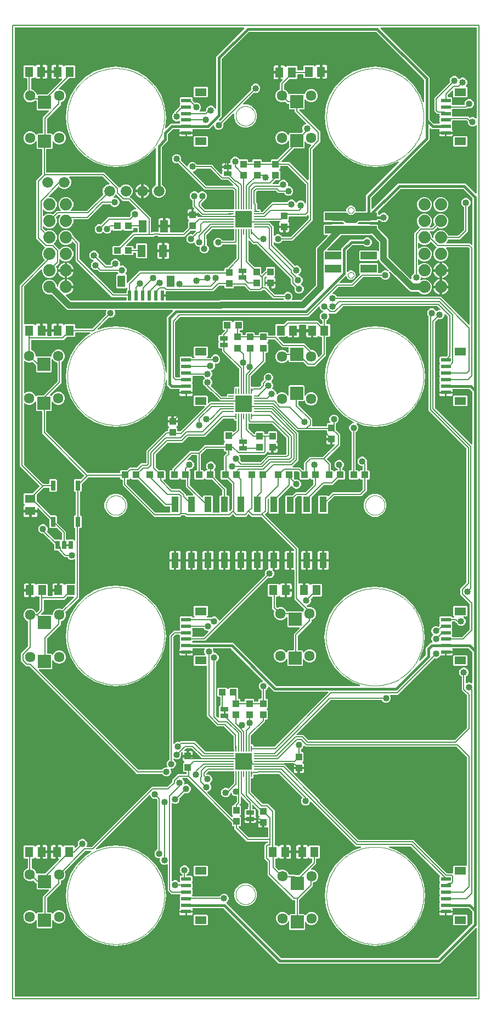
<source format=gtl>
G04 EAGLE Gerber RS-274X export*
G75*
%MOMM*%
%FSLAX34Y34*%
%LPD*%
%INTop Copper*%
%IPPOS*%
%AMOC8*
5,1,8,0,0,1.08239X$1,22.5*%
G01*
%ADD10C,0.010000*%
%ADD11C,0.200000*%
%ADD12R,1.550000X0.600000*%
%ADD13R,1.800000X1.200000*%
%ADD14R,2.000000X2.000000*%
%ADD15R,1.300000X1.600000*%
%ADD16R,1.130000X2.440000*%
%ADD17R,0.850000X0.200000*%
%ADD18R,0.200000X0.850000*%
%ADD19R,2.650000X2.650000*%
%ADD20R,1.000000X1.100000*%
%ADD21R,1.100000X1.000000*%
%ADD22R,0.762000X1.524000*%
%ADD23R,1.600000X1.300000*%
%ADD24R,1.270000X0.635000*%
%ADD25C,0.254000*%
%ADD26R,1.270000X1.905000*%
%ADD27C,1.676400*%
%ADD28R,2.500000X1.200000*%
%ADD29C,0.000000*%
%ADD30R,0.635000X1.270000*%
%ADD31C,1.609600*%
%ADD32R,0.600000X1.550000*%
%ADD33R,1.200000X1.800000*%
%ADD34C,1.879600*%
%ADD35C,0.203200*%
%ADD36C,1.016000*%
%ADD37C,0.400000*%
%ADD38C,0.858000*%
%ADD39C,1.270000*%
%ADD40C,0.457200*%
%ADD41C,1.016000*%

G36*
X719170Y3042D02*
X719170Y3042D01*
X719234Y3041D01*
X719309Y3062D01*
X719385Y3073D01*
X719444Y3099D01*
X719506Y3116D01*
X719572Y3157D01*
X719642Y3189D01*
X719691Y3231D01*
X719746Y3264D01*
X719798Y3322D01*
X719856Y3372D01*
X719892Y3426D01*
X719935Y3474D01*
X719968Y3543D01*
X720011Y3608D01*
X720030Y3670D01*
X720058Y3727D01*
X720069Y3797D01*
X720093Y3878D01*
X720094Y3963D01*
X720105Y4032D01*
X720105Y108065D01*
X720101Y108097D01*
X720103Y108129D01*
X720081Y108236D01*
X720065Y108344D01*
X720052Y108374D01*
X720046Y108405D01*
X719994Y108502D01*
X719949Y108601D01*
X719928Y108626D01*
X719913Y108654D01*
X719837Y108733D01*
X719766Y108816D01*
X719739Y108833D01*
X719716Y108856D01*
X719621Y108910D01*
X719530Y108970D01*
X719499Y108980D01*
X719471Y108995D01*
X719364Y109021D01*
X719260Y109053D01*
X719228Y109053D01*
X719197Y109060D01*
X719087Y109055D01*
X718978Y109056D01*
X718947Y109048D01*
X718915Y109046D01*
X718812Y109010D01*
X718706Y108981D01*
X718679Y108964D01*
X718648Y108954D01*
X718575Y108900D01*
X718466Y108833D01*
X718434Y108797D01*
X718399Y108772D01*
X666551Y56924D01*
X663729Y54101D01*
X414771Y54101D01*
X329372Y139501D01*
X329295Y139558D01*
X329224Y139623D01*
X329183Y139643D01*
X329146Y139670D01*
X329056Y139704D01*
X328970Y139746D01*
X328928Y139752D01*
X328882Y139769D01*
X328755Y139779D01*
X328665Y139793D01*
X282646Y139793D01*
X282604Y139787D01*
X282561Y139790D01*
X282465Y139767D01*
X282367Y139753D01*
X282328Y139736D01*
X282286Y139726D01*
X282200Y139678D01*
X282110Y139637D01*
X282078Y139609D01*
X282040Y139588D01*
X281971Y139518D01*
X281896Y139454D01*
X281873Y139418D01*
X281842Y139387D01*
X281796Y139301D01*
X281742Y139218D01*
X281729Y139177D01*
X281709Y139139D01*
X281688Y139043D01*
X281659Y138948D01*
X281659Y138905D01*
X281650Y138863D01*
X281657Y138765D01*
X281655Y138666D01*
X281667Y138625D01*
X281670Y138582D01*
X281701Y138502D01*
X281731Y138394D01*
X281762Y138343D01*
X281781Y138294D01*
X281898Y138093D01*
X282071Y137447D01*
X282071Y135611D01*
X272280Y135611D01*
X272217Y135602D01*
X272152Y135603D01*
X272078Y135582D01*
X272001Y135571D01*
X271943Y135545D01*
X271881Y135528D01*
X271815Y135487D01*
X271777Y135470D01*
X271769Y135474D01*
X271704Y135517D01*
X271642Y135536D01*
X271584Y135564D01*
X271515Y135575D01*
X271434Y135599D01*
X271349Y135600D01*
X271280Y135611D01*
X261489Y135611D01*
X261489Y137447D01*
X261662Y138093D01*
X261997Y138672D01*
X262089Y138765D01*
X262128Y138816D01*
X262174Y138861D01*
X262212Y138928D01*
X262259Y138990D01*
X262281Y139050D01*
X262313Y139106D01*
X262331Y139182D01*
X262358Y139254D01*
X262363Y139318D01*
X262378Y139381D01*
X262374Y139458D01*
X262380Y139535D01*
X262367Y139598D01*
X262364Y139662D01*
X262338Y139736D01*
X262323Y139811D01*
X262292Y139868D01*
X262271Y139929D01*
X262230Y139985D01*
X262190Y140060D01*
X262131Y140121D01*
X262089Y140178D01*
X261997Y140270D01*
X261997Y147954D01*
X262449Y148405D01*
X262487Y148457D01*
X262533Y148502D01*
X262572Y148569D01*
X262618Y148631D01*
X262641Y148691D01*
X262672Y148747D01*
X262690Y148822D01*
X262718Y148895D01*
X262722Y148959D01*
X262737Y149021D01*
X262733Y149099D01*
X262739Y149176D01*
X262726Y149239D01*
X262723Y149303D01*
X262698Y149376D01*
X262682Y149452D01*
X262652Y149509D01*
X262630Y149570D01*
X262589Y149626D01*
X262549Y149701D01*
X262490Y149762D01*
X262449Y149819D01*
X261997Y150270D01*
X261997Y157954D01*
X262449Y158405D01*
X262487Y158457D01*
X262533Y158502D01*
X262572Y158569D01*
X262618Y158631D01*
X262641Y158691D01*
X262672Y158747D01*
X262690Y158822D01*
X262718Y158895D01*
X262722Y158959D01*
X262737Y159021D01*
X262733Y159099D01*
X262739Y159176D01*
X262726Y159239D01*
X262723Y159303D01*
X262698Y159376D01*
X262682Y159452D01*
X262652Y159509D01*
X262630Y159570D01*
X262589Y159626D01*
X262549Y159701D01*
X262490Y159762D01*
X262449Y159819D01*
X261963Y160304D01*
X261957Y160343D01*
X261931Y160402D01*
X261914Y160464D01*
X261873Y160530D01*
X261841Y160600D01*
X261799Y160649D01*
X261766Y160704D01*
X261708Y160756D01*
X261658Y160814D01*
X261604Y160850D01*
X261556Y160893D01*
X261487Y160926D01*
X261422Y160969D01*
X261360Y160988D01*
X261303Y161016D01*
X261233Y161027D01*
X261152Y161051D01*
X261067Y161052D01*
X260998Y161063D01*
X248645Y161063D01*
X243331Y166377D01*
X243331Y206270D01*
X243315Y206387D01*
X243303Y206505D01*
X243295Y206526D01*
X243291Y206549D01*
X243243Y206657D01*
X243199Y206767D01*
X243185Y206785D01*
X243175Y206806D01*
X243098Y206896D01*
X243025Y206989D01*
X243007Y207003D01*
X242992Y207020D01*
X242892Y207085D01*
X242796Y207154D01*
X242775Y207162D01*
X242756Y207175D01*
X242642Y207209D01*
X242531Y207249D01*
X242508Y207250D01*
X242486Y207257D01*
X242368Y207258D01*
X242249Y207265D01*
X242228Y207260D01*
X242204Y207261D01*
X242025Y207211D01*
X241950Y207193D01*
X239667Y206247D01*
X236837Y206247D01*
X234223Y207330D01*
X232222Y209331D01*
X231139Y211945D01*
X231139Y214775D01*
X231243Y215026D01*
X231273Y215141D01*
X231307Y215254D01*
X231308Y215277D01*
X231313Y215299D01*
X231309Y215417D01*
X231311Y215536D01*
X231305Y215558D01*
X231304Y215581D01*
X231268Y215693D01*
X231236Y215808D01*
X231224Y215827D01*
X231217Y215849D01*
X231150Y215946D01*
X231088Y216048D01*
X231071Y216063D01*
X231058Y216082D01*
X230967Y216157D01*
X230878Y216237D01*
X230858Y216247D01*
X230840Y216261D01*
X230731Y216308D01*
X230625Y216360D01*
X230603Y216363D01*
X230581Y216373D01*
X230396Y216395D01*
X230320Y216407D01*
X228709Y216407D01*
X226095Y217490D01*
X224094Y219491D01*
X223011Y222105D01*
X223011Y224935D01*
X224094Y227549D01*
X226095Y229550D01*
X226458Y229700D01*
X226467Y229705D01*
X226476Y229708D01*
X226588Y229777D01*
X226701Y229844D01*
X226708Y229851D01*
X226716Y229856D01*
X226804Y229954D01*
X226894Y230050D01*
X226898Y230058D01*
X226905Y230065D01*
X226962Y230184D01*
X227022Y230301D01*
X227024Y230310D01*
X227028Y230319D01*
X227040Y230395D01*
X227074Y230578D01*
X227072Y230602D01*
X227075Y230624D01*
X227075Y306679D01*
X227062Y306774D01*
X227057Y306870D01*
X227042Y306913D01*
X227035Y306958D01*
X226996Y307046D01*
X226964Y307137D01*
X226939Y307171D01*
X226919Y307215D01*
X226836Y307313D01*
X226783Y307386D01*
X226243Y307926D01*
X226235Y307931D01*
X226229Y307939D01*
X226123Y308016D01*
X226017Y308095D01*
X226008Y308098D01*
X226001Y308104D01*
X225877Y308148D01*
X225753Y308194D01*
X225744Y308195D01*
X225735Y308198D01*
X225604Y308206D01*
X225472Y308216D01*
X225463Y308214D01*
X225453Y308215D01*
X225378Y308197D01*
X225196Y308159D01*
X225175Y308147D01*
X225154Y308142D01*
X224790Y307992D01*
X221961Y307992D01*
X219346Y309075D01*
X217346Y311075D01*
X216400Y313358D01*
X216340Y313460D01*
X216284Y313565D01*
X216268Y313581D01*
X216256Y313601D01*
X216170Y313682D01*
X216087Y313767D01*
X216067Y313778D01*
X216051Y313794D01*
X215945Y313848D01*
X215842Y313906D01*
X215820Y313911D01*
X215799Y313922D01*
X215683Y313944D01*
X215567Y313971D01*
X215545Y313970D01*
X215522Y313974D01*
X215405Y313963D01*
X215286Y313957D01*
X215264Y313949D01*
X215242Y313947D01*
X215132Y313903D01*
X215019Y313864D01*
X215002Y313851D01*
X214980Y313843D01*
X214832Y313728D01*
X214770Y313682D01*
X132971Y231883D01*
X132935Y231836D01*
X132893Y231795D01*
X132851Y231723D01*
X132801Y231657D01*
X132781Y231602D01*
X132751Y231551D01*
X132731Y231471D01*
X132702Y231393D01*
X132697Y231335D01*
X132683Y231277D01*
X132687Y231195D01*
X132680Y231112D01*
X132692Y231055D01*
X132695Y230996D01*
X132721Y230917D01*
X132738Y230836D01*
X132765Y230784D01*
X132784Y230728D01*
X132831Y230660D01*
X132870Y230587D01*
X132911Y230545D01*
X132945Y230496D01*
X133009Y230444D01*
X133067Y230385D01*
X133118Y230356D01*
X133164Y230319D01*
X133240Y230287D01*
X133312Y230246D01*
X133370Y230232D01*
X133424Y230210D01*
X133506Y230200D01*
X133587Y230181D01*
X133646Y230184D01*
X133704Y230177D01*
X133777Y230191D01*
X133868Y230195D01*
X133943Y230221D01*
X134007Y230233D01*
X146061Y234451D01*
X163310Y236394D01*
X180559Y234451D01*
X196942Y228718D01*
X211640Y219483D01*
X223913Y207210D01*
X233148Y192512D01*
X238881Y176129D01*
X240824Y158880D01*
X238881Y141631D01*
X233148Y125248D01*
X223913Y110551D01*
X211639Y98277D01*
X196942Y89042D01*
X180559Y83309D01*
X163310Y81366D01*
X146061Y83309D01*
X129678Y89042D01*
X114980Y98277D01*
X102707Y110550D01*
X93472Y125248D01*
X87739Y141631D01*
X85796Y158880D01*
X87739Y176129D01*
X93472Y192512D01*
X102707Y207210D01*
X114980Y219483D01*
X124935Y225738D01*
X124937Y225740D01*
X124939Y225741D01*
X125044Y225830D01*
X125150Y225920D01*
X125152Y225922D01*
X125154Y225924D01*
X125231Y226042D01*
X125306Y226155D01*
X125307Y226158D01*
X125308Y226160D01*
X125349Y226295D01*
X125390Y226425D01*
X125390Y226427D01*
X125391Y226430D01*
X125392Y226567D01*
X125395Y226707D01*
X125394Y226709D01*
X125394Y226712D01*
X125357Y226845D01*
X125321Y226979D01*
X125320Y226981D01*
X125319Y226984D01*
X125245Y227103D01*
X125174Y227220D01*
X125172Y227221D01*
X125171Y227224D01*
X125068Y227317D01*
X124966Y227410D01*
X124964Y227411D01*
X124962Y227413D01*
X124839Y227472D01*
X124713Y227534D01*
X124710Y227535D01*
X124708Y227536D01*
X124670Y227542D01*
X124435Y227583D01*
X124418Y227581D01*
X124403Y227583D01*
X116645Y227583D01*
X116550Y227570D01*
X116454Y227565D01*
X116410Y227550D01*
X116366Y227543D01*
X116278Y227504D01*
X116187Y227472D01*
X116153Y227447D01*
X116109Y227427D01*
X116011Y227344D01*
X115938Y227291D01*
X85036Y196389D01*
X85031Y196381D01*
X85023Y196375D01*
X84946Y196268D01*
X84867Y196163D01*
X84864Y196154D01*
X84858Y196147D01*
X84814Y196023D01*
X84768Y195899D01*
X84767Y195890D01*
X84764Y195881D01*
X84756Y195749D01*
X84746Y195618D01*
X84748Y195609D01*
X84747Y195599D01*
X84765Y195524D01*
X84803Y195342D01*
X84815Y195321D01*
X84820Y195300D01*
X85667Y193255D01*
X85667Y189245D01*
X84132Y185540D01*
X81296Y182704D01*
X78850Y181691D01*
X78841Y181686D01*
X78832Y181683D01*
X78720Y181614D01*
X78607Y181547D01*
X78600Y181540D01*
X78592Y181535D01*
X78504Y181437D01*
X78414Y181341D01*
X78410Y181333D01*
X78403Y181326D01*
X78346Y181207D01*
X78286Y181090D01*
X78284Y181080D01*
X78280Y181072D01*
X78268Y180996D01*
X78234Y180813D01*
X78236Y180789D01*
X78233Y180767D01*
X78233Y176537D01*
X57189Y155494D01*
X57132Y155417D01*
X57067Y155346D01*
X57047Y155305D01*
X57020Y155268D01*
X56986Y155178D01*
X56944Y155092D01*
X56938Y155050D01*
X56921Y155004D01*
X56911Y154877D01*
X56897Y154787D01*
X56897Y133654D01*
X56906Y133590D01*
X56905Y133526D01*
X56926Y133451D01*
X56937Y133375D01*
X56963Y133316D01*
X56980Y133254D01*
X57021Y133188D01*
X57053Y133118D01*
X57095Y133069D01*
X57128Y133014D01*
X57186Y132962D01*
X57236Y132904D01*
X57290Y132868D01*
X57338Y132825D01*
X57407Y132792D01*
X57472Y132749D01*
X57534Y132730D01*
X57591Y132702D01*
X57661Y132691D01*
X57742Y132667D01*
X57827Y132666D01*
X57896Y132655D01*
X63928Y132655D01*
X65274Y131308D01*
X65369Y131237D01*
X65461Y131162D01*
X65482Y131153D01*
X65500Y131139D01*
X65611Y131097D01*
X65720Y131050D01*
X65743Y131048D01*
X65764Y131039D01*
X65882Y131030D01*
X66000Y131016D01*
X66022Y131019D01*
X66045Y131018D01*
X66161Y131042D01*
X66278Y131061D01*
X66299Y131071D01*
X66321Y131075D01*
X66426Y131131D01*
X66533Y131182D01*
X66550Y131197D01*
X66570Y131208D01*
X66655Y131290D01*
X66744Y131369D01*
X66755Y131388D01*
X66772Y131405D01*
X66864Y131567D01*
X66904Y131632D01*
X67040Y131960D01*
X69876Y134796D01*
X73581Y136331D01*
X77591Y136331D01*
X81296Y134796D01*
X84132Y131960D01*
X85667Y128255D01*
X85667Y124245D01*
X84132Y120540D01*
X81296Y117704D01*
X77591Y116169D01*
X73581Y116169D01*
X69876Y117704D01*
X67039Y120541D01*
X66997Y120611D01*
X66961Y120691D01*
X66926Y120732D01*
X66898Y120779D01*
X66834Y120839D01*
X66778Y120905D01*
X66732Y120935D01*
X66692Y120972D01*
X66615Y121012D01*
X66542Y121059D01*
X66489Y121075D01*
X66441Y121100D01*
X66355Y121116D01*
X66272Y121142D01*
X66217Y121142D01*
X66163Y121153D01*
X66077Y121144D01*
X65990Y121145D01*
X65937Y121131D01*
X65883Y121126D01*
X65802Y121093D01*
X65718Y121070D01*
X65672Y121041D01*
X65621Y121021D01*
X65552Y120968D01*
X65478Y120922D01*
X65442Y120881D01*
X65398Y120848D01*
X65348Y120777D01*
X65289Y120713D01*
X65265Y120663D01*
X65233Y120619D01*
X65204Y120537D01*
X65166Y120459D01*
X65158Y120409D01*
X65139Y120353D01*
X65132Y120240D01*
X65119Y120154D01*
X65119Y109780D01*
X63928Y108589D01*
X42244Y108589D01*
X41053Y109780D01*
X41053Y120154D01*
X41041Y120240D01*
X41038Y120327D01*
X41021Y120379D01*
X41013Y120434D01*
X40978Y120513D01*
X40951Y120595D01*
X40920Y120641D01*
X40897Y120691D01*
X40841Y120756D01*
X40792Y120828D01*
X40749Y120863D01*
X40714Y120905D01*
X40641Y120952D01*
X40574Y121008D01*
X40524Y121029D01*
X40478Y121059D01*
X40395Y121085D01*
X40315Y121119D01*
X40261Y121126D01*
X40208Y121142D01*
X40121Y121143D01*
X40035Y121153D01*
X39981Y121145D01*
X39926Y121145D01*
X39842Y121122D01*
X39757Y121108D01*
X39707Y121085D01*
X39654Y121070D01*
X39580Y121025D01*
X39502Y120987D01*
X39461Y120951D01*
X39414Y120922D01*
X39356Y120858D01*
X39291Y120800D01*
X39265Y120756D01*
X39225Y120713D01*
X39176Y120610D01*
X39133Y120541D01*
X36296Y117704D01*
X32591Y116169D01*
X28581Y116169D01*
X24876Y117704D01*
X22040Y120540D01*
X20505Y124245D01*
X20505Y128255D01*
X22040Y131960D01*
X24876Y134796D01*
X28581Y136331D01*
X32591Y136331D01*
X36296Y134796D01*
X39132Y131960D01*
X39268Y131632D01*
X39328Y131530D01*
X39384Y131426D01*
X39400Y131409D01*
X39411Y131390D01*
X39498Y131308D01*
X39581Y131224D01*
X39600Y131212D01*
X39617Y131197D01*
X39723Y131143D01*
X39826Y131085D01*
X39848Y131079D01*
X39869Y131069D01*
X39985Y131047D01*
X40101Y131020D01*
X40123Y131021D01*
X40146Y131017D01*
X40264Y131028D01*
X40382Y131034D01*
X40404Y131042D01*
X40426Y131044D01*
X40537Y131088D01*
X40649Y131127D01*
X40666Y131139D01*
X40688Y131148D01*
X40835Y131263D01*
X40898Y131308D01*
X42244Y132655D01*
X49800Y132655D01*
X49864Y132664D01*
X49928Y132663D01*
X50003Y132684D01*
X50079Y132695D01*
X50138Y132721D01*
X50200Y132738D01*
X50266Y132779D01*
X50336Y132811D01*
X50385Y132853D01*
X50440Y132886D01*
X50492Y132944D01*
X50550Y132994D01*
X50586Y133048D01*
X50629Y133096D01*
X50662Y133165D01*
X50705Y133230D01*
X50724Y133292D01*
X50752Y133349D01*
X50763Y133419D01*
X50787Y133500D01*
X50788Y133585D01*
X50799Y133654D01*
X50799Y157727D01*
X59956Y166883D01*
X59975Y166909D01*
X60000Y166930D01*
X60060Y167022D01*
X60125Y167109D01*
X60137Y167139D01*
X60154Y167166D01*
X60186Y167271D01*
X60225Y167373D01*
X60227Y167405D01*
X60237Y167436D01*
X60238Y167545D01*
X60247Y167654D01*
X60240Y167686D01*
X60240Y167718D01*
X60211Y167823D01*
X60189Y167930D01*
X60174Y167959D01*
X60165Y167990D01*
X60108Y168083D01*
X60056Y168179D01*
X60034Y168202D01*
X60017Y168230D01*
X59936Y168303D01*
X59860Y168381D01*
X59832Y168397D01*
X59808Y168419D01*
X59709Y168466D01*
X59614Y168520D01*
X59583Y168528D01*
X59554Y168542D01*
X59465Y168556D01*
X59340Y168585D01*
X59291Y168583D01*
X59249Y168589D01*
X42244Y168589D01*
X41053Y169780D01*
X41053Y176800D01*
X41044Y176864D01*
X41045Y176928D01*
X41024Y177003D01*
X41013Y177079D01*
X40987Y177138D01*
X40970Y177200D01*
X40929Y177266D01*
X40897Y177336D01*
X40855Y177385D01*
X40822Y177440D01*
X40764Y177492D01*
X40714Y177550D01*
X40660Y177586D01*
X40612Y177629D01*
X40543Y177662D01*
X40506Y177687D01*
X36197Y181995D01*
X36190Y182001D01*
X36184Y182008D01*
X36077Y182086D01*
X35972Y182165D01*
X35963Y182168D01*
X35955Y182173D01*
X35831Y182218D01*
X35708Y182264D01*
X35698Y182265D01*
X35689Y182268D01*
X35558Y182276D01*
X35427Y182286D01*
X35417Y182284D01*
X35408Y182284D01*
X35332Y182266D01*
X35150Y182228D01*
X35129Y182217D01*
X35108Y182212D01*
X32591Y181169D01*
X28581Y181169D01*
X24876Y182704D01*
X22040Y185540D01*
X20505Y189245D01*
X20505Y193255D01*
X22040Y196960D01*
X24876Y199796D01*
X26814Y200599D01*
X26823Y200604D01*
X26832Y200606D01*
X26944Y200676D01*
X27057Y200743D01*
X27064Y200750D01*
X27072Y200755D01*
X27160Y200853D01*
X27250Y200948D01*
X27254Y200957D01*
X27261Y200964D01*
X27318Y201082D01*
X27378Y201200D01*
X27380Y201209D01*
X27384Y201218D01*
X27396Y201294D01*
X27430Y201477D01*
X27428Y201501D01*
X27431Y201522D01*
X27431Y215028D01*
X27422Y215092D01*
X27423Y215156D01*
X27402Y215231D01*
X27391Y215307D01*
X27365Y215366D01*
X27348Y215428D01*
X27307Y215494D01*
X27275Y215564D01*
X27233Y215613D01*
X27200Y215668D01*
X27142Y215720D01*
X27092Y215778D01*
X27038Y215814D01*
X26990Y215857D01*
X26921Y215890D01*
X26856Y215933D01*
X26794Y215952D01*
X26737Y215980D01*
X26667Y215991D01*
X26586Y216015D01*
X26501Y216016D01*
X26432Y216027D01*
X22274Y216027D01*
X21083Y217218D01*
X21083Y234902D01*
X22274Y236093D01*
X36958Y236093D01*
X38191Y234859D01*
X38234Y234827D01*
X38271Y234788D01*
X38347Y234743D01*
X38417Y234690D01*
X38467Y234671D01*
X38513Y234644D01*
X38598Y234622D01*
X38681Y234591D01*
X38734Y234586D01*
X38786Y234573D01*
X38874Y234576D01*
X38962Y234569D01*
X39014Y234580D01*
X39068Y234581D01*
X39152Y234608D01*
X39238Y234626D01*
X39285Y234652D01*
X39336Y234668D01*
X39409Y234717D01*
X39487Y234759D01*
X39525Y234796D01*
X39570Y234826D01*
X39619Y234887D01*
X39689Y234956D01*
X39725Y235019D01*
X39763Y235066D01*
X40083Y235620D01*
X40556Y236093D01*
X41135Y236428D01*
X41781Y236601D01*
X46617Y236601D01*
X46617Y227060D01*
X46626Y226996D01*
X46625Y226932D01*
X46646Y226858D01*
X46657Y226781D01*
X46683Y226722D01*
X46700Y226660D01*
X46741Y226594D01*
X46773Y226524D01*
X46815Y226475D01*
X46848Y226420D01*
X46906Y226369D01*
X46956Y226310D01*
X47010Y226274D01*
X47058Y226231D01*
X47127Y226198D01*
X47192Y226155D01*
X47254Y226136D01*
X47311Y226108D01*
X47381Y226098D01*
X47462Y226073D01*
X47547Y226072D01*
X47616Y226061D01*
X48617Y226061D01*
X48617Y226059D01*
X47616Y226059D01*
X47552Y226050D01*
X47488Y226051D01*
X47413Y226030D01*
X47337Y226019D01*
X47278Y225993D01*
X47216Y225976D01*
X47150Y225935D01*
X47080Y225903D01*
X47031Y225861D01*
X46976Y225828D01*
X46924Y225770D01*
X46866Y225720D01*
X46830Y225666D01*
X46787Y225618D01*
X46754Y225549D01*
X46711Y225484D01*
X46692Y225422D01*
X46664Y225364D01*
X46654Y225295D01*
X46629Y225214D01*
X46628Y225129D01*
X46617Y225060D01*
X46617Y215519D01*
X41781Y215519D01*
X41135Y215692D01*
X40556Y216027D01*
X40083Y216500D01*
X39763Y217054D01*
X39730Y217096D01*
X39705Y217143D01*
X39644Y217206D01*
X39589Y217276D01*
X39546Y217307D01*
X39508Y217345D01*
X39432Y217389D01*
X39360Y217440D01*
X39310Y217458D01*
X39263Y217484D01*
X39177Y217505D01*
X39094Y217534D01*
X39041Y217537D01*
X38988Y217549D01*
X38900Y217545D01*
X38813Y217550D01*
X38760Y217538D01*
X38707Y217535D01*
X38624Y217506D01*
X38538Y217486D01*
X38491Y217460D01*
X38440Y217442D01*
X38377Y217396D01*
X38292Y217348D01*
X38241Y217297D01*
X38191Y217261D01*
X36958Y216027D01*
X34528Y216027D01*
X34464Y216018D01*
X34400Y216019D01*
X34325Y215998D01*
X34249Y215987D01*
X34190Y215961D01*
X34128Y215944D01*
X34062Y215903D01*
X33992Y215871D01*
X33943Y215829D01*
X33888Y215796D01*
X33836Y215738D01*
X33778Y215688D01*
X33742Y215634D01*
X33699Y215586D01*
X33666Y215517D01*
X33623Y215452D01*
X33604Y215390D01*
X33576Y215333D01*
X33565Y215263D01*
X33541Y215182D01*
X33540Y215097D01*
X33529Y215028D01*
X33529Y201610D01*
X33530Y201601D01*
X33529Y201591D01*
X33550Y201461D01*
X33569Y201331D01*
X33572Y201322D01*
X33574Y201313D01*
X33631Y201193D01*
X33685Y201074D01*
X33691Y201067D01*
X33695Y201058D01*
X33783Y200959D01*
X33868Y200860D01*
X33876Y200854D01*
X33882Y200847D01*
X33948Y200807D01*
X34104Y200705D01*
X34127Y200698D01*
X34146Y200687D01*
X36296Y199796D01*
X39132Y196960D01*
X40732Y193097D01*
X40793Y192995D01*
X40848Y192890D01*
X40864Y192874D01*
X40876Y192854D01*
X40962Y192773D01*
X41045Y192688D01*
X41065Y192677D01*
X41082Y192661D01*
X41187Y192607D01*
X41291Y192549D01*
X41313Y192544D01*
X41333Y192533D01*
X41450Y192511D01*
X41565Y192484D01*
X41588Y192485D01*
X41610Y192481D01*
X41728Y192492D01*
X41847Y192499D01*
X41868Y192506D01*
X41891Y192508D01*
X42001Y192552D01*
X42113Y192591D01*
X42131Y192604D01*
X42153Y192613D01*
X42207Y192655D01*
X53817Y192655D01*
X53912Y192668D01*
X54008Y192673D01*
X54052Y192688D01*
X54096Y192695D01*
X54184Y192734D01*
X54275Y192766D01*
X54309Y192791D01*
X54353Y192811D01*
X54451Y192894D01*
X54524Y192947D01*
X75390Y213813D01*
X75409Y213839D01*
X75434Y213860D01*
X75494Y213952D01*
X75559Y214039D01*
X75571Y214069D01*
X75588Y214096D01*
X75620Y214201D01*
X75659Y214303D01*
X75661Y214335D01*
X75671Y214366D01*
X75672Y214475D01*
X75681Y214584D01*
X75674Y214616D01*
X75674Y214648D01*
X75645Y214753D01*
X75623Y214860D01*
X75608Y214889D01*
X75599Y214920D01*
X75542Y215013D01*
X75490Y215109D01*
X75468Y215132D01*
X75451Y215160D01*
X75370Y215233D01*
X75294Y215311D01*
X75266Y215327D01*
X75242Y215349D01*
X75143Y215396D01*
X75048Y215450D01*
X75017Y215458D01*
X74988Y215472D01*
X74899Y215486D01*
X74774Y215515D01*
X74725Y215513D01*
X74683Y215519D01*
X74287Y215519D01*
X74287Y225060D01*
X74278Y225124D01*
X74279Y225188D01*
X74258Y225262D01*
X74247Y225339D01*
X74221Y225398D01*
X74204Y225460D01*
X74163Y225526D01*
X74131Y225596D01*
X74089Y225645D01*
X74056Y225700D01*
X73998Y225751D01*
X73948Y225810D01*
X73894Y225846D01*
X73846Y225889D01*
X73777Y225922D01*
X73712Y225965D01*
X73650Y225984D01*
X73593Y226012D01*
X73523Y226022D01*
X73442Y226047D01*
X73357Y226048D01*
X73288Y226059D01*
X72287Y226059D01*
X72287Y226061D01*
X73288Y226061D01*
X73352Y226070D01*
X73416Y226069D01*
X73491Y226090D01*
X73567Y226101D01*
X73626Y226127D01*
X73688Y226144D01*
X73754Y226185D01*
X73824Y226217D01*
X73873Y226259D01*
X73928Y226292D01*
X73980Y226350D01*
X74038Y226400D01*
X74074Y226454D01*
X74117Y226502D01*
X74150Y226571D01*
X74193Y226636D01*
X74212Y226698D01*
X74240Y226756D01*
X74250Y226825D01*
X74275Y226906D01*
X74276Y226991D01*
X74287Y227060D01*
X74287Y236601D01*
X79123Y236601D01*
X79769Y236428D01*
X80348Y236093D01*
X80821Y235620D01*
X81141Y235066D01*
X81174Y235024D01*
X81199Y234977D01*
X81260Y234914D01*
X81315Y234844D01*
X81358Y234813D01*
X81396Y234775D01*
X81472Y234731D01*
X81544Y234680D01*
X81594Y234662D01*
X81641Y234636D01*
X81727Y234615D01*
X81810Y234586D01*
X81863Y234583D01*
X81916Y234571D01*
X82004Y234575D01*
X82091Y234570D01*
X82144Y234582D01*
X82197Y234585D01*
X82280Y234614D01*
X82366Y234634D01*
X82413Y234660D01*
X82464Y234678D01*
X82527Y234724D01*
X82612Y234772D01*
X82663Y234823D01*
X82713Y234859D01*
X83946Y236093D01*
X98630Y236093D01*
X99821Y234902D01*
X99821Y233545D01*
X99825Y233513D01*
X99823Y233481D01*
X99845Y233374D01*
X99861Y233265D01*
X99874Y233236D01*
X99880Y233205D01*
X99932Y233108D01*
X99977Y233009D01*
X99998Y232984D01*
X100013Y232956D01*
X100089Y232877D01*
X100160Y232794D01*
X100187Y232777D01*
X100210Y232753D01*
X100305Y232700D01*
X100396Y232640D01*
X100427Y232630D01*
X100455Y232614D01*
X100562Y232589D01*
X100666Y232557D01*
X100698Y232557D01*
X100729Y232550D01*
X100839Y232555D01*
X100948Y232554D01*
X100979Y232562D01*
X101011Y232564D01*
X101114Y232600D01*
X101220Y232629D01*
X101247Y232646D01*
X101278Y232656D01*
X101351Y232710D01*
X101460Y232777D01*
X101492Y232813D01*
X101527Y232838D01*
X104581Y235893D01*
X104587Y235900D01*
X104594Y235906D01*
X104672Y236013D01*
X104751Y236118D01*
X104754Y236127D01*
X104759Y236135D01*
X104803Y236258D01*
X104850Y236382D01*
X104851Y236392D01*
X104854Y236401D01*
X104862Y236532D01*
X104872Y236663D01*
X104870Y236673D01*
X104870Y236682D01*
X104852Y236757D01*
X104814Y236939D01*
X104803Y236961D01*
X104798Y236982D01*
X104647Y237345D01*
X104647Y240175D01*
X105730Y242789D01*
X107731Y244790D01*
X110345Y245873D01*
X113175Y245873D01*
X115789Y244790D01*
X117790Y242789D01*
X118873Y240175D01*
X118873Y237345D01*
X117927Y235062D01*
X117898Y234948D01*
X117863Y234834D01*
X117863Y234811D01*
X117857Y234789D01*
X117861Y234671D01*
X117859Y234552D01*
X117865Y234530D01*
X117866Y234507D01*
X117903Y234395D01*
X117934Y234280D01*
X117946Y234261D01*
X117954Y234239D01*
X118020Y234141D01*
X118083Y234040D01*
X118100Y234025D01*
X118112Y234006D01*
X118204Y233931D01*
X118292Y233851D01*
X118312Y233841D01*
X118330Y233827D01*
X118439Y233780D01*
X118546Y233728D01*
X118567Y233725D01*
X118589Y233715D01*
X118774Y233693D01*
X118850Y233681D01*
X125732Y233681D01*
X125827Y233694D01*
X125923Y233699D01*
X125966Y233714D01*
X126011Y233721D01*
X126098Y233760D01*
X126189Y233792D01*
X126224Y233817D01*
X126268Y233837D01*
X126365Y233920D01*
X126438Y233973D01*
X216667Y324203D01*
X218746Y326281D01*
X242148Y326281D01*
X242243Y326295D01*
X242339Y326300D01*
X242383Y326315D01*
X242428Y326321D01*
X242515Y326361D01*
X242606Y326392D01*
X242640Y326417D01*
X242684Y326437D01*
X242782Y326521D01*
X242855Y326574D01*
X250151Y333870D01*
X250208Y333946D01*
X250273Y334018D01*
X250293Y334059D01*
X250320Y334095D01*
X250354Y334185D01*
X250396Y334272D01*
X250402Y334314D01*
X250419Y334359D01*
X250429Y334487D01*
X250443Y334576D01*
X250443Y337370D01*
X259022Y345949D01*
X271288Y345949D01*
X271352Y345958D01*
X271416Y345957D01*
X271491Y345978D01*
X271567Y345989D01*
X271626Y346015D01*
X271688Y346032D01*
X271754Y346073D01*
X271824Y346105D01*
X271873Y346147D01*
X271928Y346180D01*
X271980Y346238D01*
X272038Y346288D01*
X272074Y346342D01*
X272117Y346390D01*
X272150Y346459D01*
X272193Y346524D01*
X272212Y346586D01*
X272240Y346643D01*
X272251Y346713D01*
X272275Y346794D01*
X272276Y346879D01*
X272287Y346948D01*
X272287Y348190D01*
X272278Y348254D01*
X272279Y348318D01*
X272258Y348393D01*
X272247Y348469D01*
X272221Y348528D01*
X272204Y348590D01*
X272163Y348656D01*
X272131Y348726D01*
X272089Y348775D01*
X272056Y348830D01*
X271998Y348882D01*
X271948Y348940D01*
X271894Y348976D01*
X271846Y349019D01*
X271777Y349052D01*
X271712Y349095D01*
X271650Y349114D01*
X271593Y349142D01*
X271523Y349153D01*
X271442Y349177D01*
X271357Y349178D01*
X271288Y349189D01*
X268552Y349189D01*
X267361Y350380D01*
X267361Y363064D01*
X268595Y364297D01*
X268627Y364340D01*
X268666Y364377D01*
X268711Y364453D01*
X268764Y364523D01*
X268783Y364573D01*
X268810Y364619D01*
X268832Y364704D01*
X268863Y364787D01*
X268868Y364840D01*
X268881Y364892D01*
X268878Y364980D01*
X268885Y365068D01*
X268874Y365120D01*
X268873Y365174D01*
X268846Y365258D01*
X268828Y365344D01*
X268802Y365391D01*
X268786Y365442D01*
X268737Y365515D01*
X268695Y365593D01*
X268658Y365631D01*
X268628Y365676D01*
X268567Y365725D01*
X268498Y365795D01*
X268435Y365831D01*
X268388Y365869D01*
X267834Y366189D01*
X267361Y366662D01*
X267026Y367241D01*
X266853Y367887D01*
X266853Y371723D01*
X273394Y371723D01*
X273458Y371732D01*
X273522Y371731D01*
X273596Y371752D01*
X273673Y371763D01*
X273732Y371789D01*
X273794Y371806D01*
X273860Y371847D01*
X273930Y371879D01*
X273979Y371921D01*
X274034Y371954D01*
X274085Y372012D01*
X274144Y372062D01*
X274180Y372116D01*
X274223Y372164D01*
X274256Y372233D01*
X274299Y372298D01*
X274318Y372360D01*
X274346Y372417D01*
X274356Y372487D01*
X274381Y372568D01*
X274382Y372653D01*
X274393Y372722D01*
X274393Y373723D01*
X274395Y373723D01*
X274395Y372722D01*
X274404Y372661D01*
X274403Y372627D01*
X274403Y372626D01*
X274403Y372594D01*
X274424Y372519D01*
X274435Y372443D01*
X274461Y372384D01*
X274478Y372322D01*
X274519Y372256D01*
X274551Y372186D01*
X274593Y372137D01*
X274626Y372082D01*
X274684Y372030D01*
X274734Y371972D01*
X274788Y371936D01*
X274836Y371893D01*
X274905Y371860D01*
X274970Y371817D01*
X275032Y371798D01*
X275090Y371770D01*
X275159Y371760D01*
X275240Y371735D01*
X275325Y371734D01*
X275394Y371723D01*
X281935Y371723D01*
X281935Y369808D01*
X281944Y369744D01*
X281943Y369680D01*
X281964Y369605D01*
X281975Y369529D01*
X282001Y369470D01*
X282018Y369408D01*
X282059Y369342D01*
X282091Y369272D01*
X282133Y369223D01*
X282166Y369168D01*
X282224Y369116D01*
X282274Y369058D01*
X282328Y369022D01*
X282376Y368979D01*
X282445Y368946D01*
X282510Y368903D01*
X282572Y368884D01*
X282629Y368856D01*
X282699Y368845D01*
X282780Y368821D01*
X282865Y368820D01*
X282934Y368809D01*
X295027Y368809D01*
X295059Y368813D01*
X295091Y368811D01*
X295198Y368833D01*
X295307Y368849D01*
X295336Y368862D01*
X295367Y368868D01*
X295464Y368920D01*
X295563Y368965D01*
X295588Y368986D01*
X295616Y369001D01*
X295695Y369077D01*
X295778Y369148D01*
X295795Y369175D01*
X295819Y369198D01*
X295872Y369293D01*
X295932Y369384D01*
X295942Y369415D01*
X295958Y369443D01*
X295983Y369550D01*
X296015Y369654D01*
X296015Y369686D01*
X296022Y369717D01*
X296017Y369827D01*
X296018Y369936D01*
X296010Y369967D01*
X296008Y369999D01*
X295972Y370102D01*
X295943Y370208D01*
X295926Y370235D01*
X295916Y370266D01*
X295862Y370339D01*
X295795Y370448D01*
X295759Y370480D01*
X295734Y370515D01*
X280970Y385279D01*
X280893Y385336D01*
X280822Y385401D01*
X280781Y385421D01*
X280744Y385448D01*
X280654Y385482D01*
X280568Y385524D01*
X280526Y385530D01*
X280480Y385547D01*
X280353Y385557D01*
X280263Y385571D01*
X271425Y385571D01*
X271330Y385558D01*
X271234Y385553D01*
X271191Y385538D01*
X271146Y385531D01*
X271058Y385492D01*
X270967Y385460D01*
X270933Y385435D01*
X270889Y385415D01*
X270791Y385332D01*
X270718Y385279D01*
X268908Y383469D01*
X268889Y383443D01*
X268864Y383422D01*
X268804Y383330D01*
X268739Y383243D01*
X268727Y383213D01*
X268710Y383186D01*
X268678Y383081D01*
X268639Y382979D01*
X268637Y382947D01*
X268627Y382916D01*
X268626Y382807D01*
X268617Y382698D01*
X268624Y382666D01*
X268624Y382634D01*
X268653Y382529D01*
X268675Y382422D01*
X268690Y382393D01*
X268699Y382362D01*
X268756Y382269D01*
X268808Y382173D01*
X268830Y382150D01*
X268847Y382122D01*
X268928Y382049D01*
X269004Y381971D01*
X269032Y381955D01*
X269056Y381933D01*
X269155Y381886D01*
X269250Y381832D01*
X269281Y381824D01*
X269310Y381810D01*
X269399Y381796D01*
X269524Y381767D01*
X269573Y381769D01*
X269615Y381763D01*
X272395Y381763D01*
X272395Y375721D01*
X266853Y375721D01*
X266853Y379001D01*
X266849Y379033D01*
X266851Y379065D01*
X266829Y379172D01*
X266813Y379281D01*
X266800Y379310D01*
X266794Y379341D01*
X266742Y379438D01*
X266697Y379537D01*
X266676Y379562D01*
X266661Y379590D01*
X266585Y379669D01*
X266514Y379752D01*
X266487Y379769D01*
X266464Y379793D01*
X266369Y379846D01*
X266278Y379906D01*
X266247Y379916D01*
X266219Y379932D01*
X266112Y379957D01*
X266008Y379989D01*
X265976Y379989D01*
X265945Y379996D01*
X265835Y379991D01*
X265726Y379992D01*
X265695Y379984D01*
X265663Y379982D01*
X265560Y379946D01*
X265454Y379917D01*
X265427Y379900D01*
X265396Y379890D01*
X265323Y379836D01*
X265214Y379769D01*
X265182Y379733D01*
X265147Y379708D01*
X264227Y378787D01*
X264221Y378780D01*
X264214Y378774D01*
X264136Y378667D01*
X264057Y378562D01*
X264054Y378553D01*
X264049Y378545D01*
X264005Y378422D01*
X263958Y378298D01*
X263957Y378288D01*
X263954Y378279D01*
X263946Y378148D01*
X263936Y378017D01*
X263938Y378007D01*
X263938Y377998D01*
X263956Y377922D01*
X263994Y377741D01*
X264005Y377719D01*
X264010Y377698D01*
X264161Y377335D01*
X264161Y374505D01*
X263078Y371891D01*
X261077Y369890D01*
X258463Y368807D01*
X255633Y368807D01*
X253350Y369753D01*
X253236Y369782D01*
X253122Y369817D01*
X253099Y369817D01*
X253077Y369823D01*
X252959Y369819D01*
X252840Y369821D01*
X252818Y369815D01*
X252795Y369814D01*
X252683Y369777D01*
X252568Y369746D01*
X252549Y369734D01*
X252527Y369726D01*
X252429Y369660D01*
X252328Y369597D01*
X252313Y369580D01*
X252294Y369568D01*
X252219Y369476D01*
X252139Y369388D01*
X252129Y369368D01*
X252115Y369350D01*
X252068Y369241D01*
X252016Y369134D01*
X252013Y369113D01*
X252003Y369091D01*
X251981Y368906D01*
X251969Y368830D01*
X251969Y368800D01*
X251970Y368790D01*
X251969Y368781D01*
X251990Y368651D01*
X252009Y368520D01*
X252012Y368512D01*
X252014Y368502D01*
X252071Y368383D01*
X252125Y368263D01*
X252131Y368256D01*
X252135Y368248D01*
X252223Y368149D01*
X252308Y368049D01*
X252316Y368044D01*
X252322Y368037D01*
X252388Y367997D01*
X252544Y367895D01*
X252567Y367888D01*
X252586Y367876D01*
X252949Y367726D01*
X254950Y365725D01*
X256033Y363111D01*
X256033Y360281D01*
X254950Y357667D01*
X252949Y355666D01*
X250335Y354583D01*
X248390Y354583D01*
X248273Y354567D01*
X248155Y354555D01*
X248134Y354547D01*
X248111Y354543D01*
X248003Y354495D01*
X247893Y354451D01*
X247875Y354437D01*
X247854Y354427D01*
X247764Y354350D01*
X247671Y354277D01*
X247657Y354259D01*
X247640Y354244D01*
X247575Y354144D01*
X247506Y354048D01*
X247498Y354027D01*
X247485Y354008D01*
X247451Y353894D01*
X247411Y353783D01*
X247410Y353760D01*
X247403Y353738D01*
X247401Y353620D01*
X247395Y353501D01*
X247400Y353480D01*
X247399Y353456D01*
X247449Y353277D01*
X247467Y353202D01*
X248413Y350919D01*
X248413Y348089D01*
X247330Y345475D01*
X245329Y343474D01*
X242715Y342391D01*
X239885Y342391D01*
X237271Y343474D01*
X235270Y345475D01*
X235120Y345838D01*
X235115Y345847D01*
X235112Y345856D01*
X235043Y345968D01*
X234976Y346081D01*
X234969Y346088D01*
X234964Y346096D01*
X234866Y346184D01*
X234770Y346274D01*
X234762Y346278D01*
X234755Y346285D01*
X234636Y346342D01*
X234519Y346402D01*
X234510Y346404D01*
X234501Y346408D01*
X234425Y346420D01*
X234242Y346454D01*
X234218Y346452D01*
X234196Y346455D01*
X195333Y346455D01*
X29926Y511863D01*
X29849Y511920D01*
X29778Y511985D01*
X29737Y512005D01*
X29700Y512032D01*
X29610Y512066D01*
X29524Y512108D01*
X29482Y512114D01*
X29436Y512131D01*
X29309Y512141D01*
X29219Y512155D01*
X24981Y512155D01*
X16695Y520441D01*
X16695Y532159D01*
X18774Y534237D01*
X18774Y534238D01*
X27499Y542962D01*
X27556Y543039D01*
X27621Y543110D01*
X27641Y543151D01*
X27668Y543188D01*
X27702Y543278D01*
X27744Y543364D01*
X27750Y543406D01*
X27767Y543452D01*
X27777Y543579D01*
X27791Y543669D01*
X27791Y580984D01*
X27790Y580993D01*
X27791Y581003D01*
X27770Y581133D01*
X27751Y581263D01*
X27748Y581272D01*
X27746Y581281D01*
X27689Y581401D01*
X27635Y581520D01*
X27629Y581527D01*
X27625Y581536D01*
X27537Y581634D01*
X27452Y581734D01*
X27444Y581739D01*
X27438Y581747D01*
X27372Y581786D01*
X27216Y581889D01*
X27193Y581896D01*
X27174Y581907D01*
X25130Y582754D01*
X22294Y585590D01*
X20759Y589295D01*
X20759Y593305D01*
X22294Y597010D01*
X25130Y599846D01*
X28835Y601381D01*
X32845Y601381D01*
X36550Y599846D01*
X39386Y597010D01*
X39885Y595806D01*
X39945Y595704D01*
X40001Y595600D01*
X40017Y595583D01*
X40028Y595564D01*
X40115Y595482D01*
X40198Y595397D01*
X40217Y595386D01*
X40234Y595371D01*
X40340Y595317D01*
X40443Y595258D01*
X40465Y595253D01*
X40486Y595243D01*
X40602Y595221D01*
X40717Y595193D01*
X40740Y595195D01*
X40763Y595190D01*
X40880Y595202D01*
X40999Y595208D01*
X41021Y595215D01*
X41043Y595218D01*
X41153Y595261D01*
X41266Y595300D01*
X41283Y595313D01*
X41305Y595322D01*
X41452Y595437D01*
X41515Y595482D01*
X45427Y599394D01*
X45484Y599471D01*
X45549Y599542D01*
X45569Y599583D01*
X45596Y599620D01*
X45630Y599710D01*
X45672Y599796D01*
X45678Y599838D01*
X45695Y599884D01*
X45705Y600011D01*
X45719Y600101D01*
X45719Y618380D01*
X45710Y618444D01*
X45711Y618508D01*
X45690Y618583D01*
X45679Y618659D01*
X45653Y618718D01*
X45636Y618780D01*
X45595Y618846D01*
X45563Y618916D01*
X45521Y618965D01*
X45488Y619020D01*
X45430Y619072D01*
X45380Y619130D01*
X45326Y619166D01*
X45278Y619209D01*
X45209Y619242D01*
X45144Y619285D01*
X45082Y619304D01*
X45025Y619332D01*
X44955Y619343D01*
X44874Y619367D01*
X44789Y619368D01*
X44720Y619379D01*
X42290Y619379D01*
X41057Y620613D01*
X41014Y620645D01*
X40977Y620684D01*
X40901Y620729D01*
X40831Y620782D01*
X40781Y620801D01*
X40735Y620828D01*
X40650Y620850D01*
X40567Y620881D01*
X40514Y620886D01*
X40462Y620899D01*
X40374Y620896D01*
X40286Y620903D01*
X40234Y620892D01*
X40180Y620891D01*
X40096Y620864D01*
X40010Y620846D01*
X39963Y620820D01*
X39912Y620804D01*
X39839Y620755D01*
X39761Y620713D01*
X39723Y620676D01*
X39678Y620646D01*
X39629Y620585D01*
X39559Y620516D01*
X39523Y620453D01*
X39485Y620406D01*
X39165Y619852D01*
X38692Y619379D01*
X38113Y619044D01*
X37467Y618871D01*
X32631Y618871D01*
X32631Y628412D01*
X32622Y628476D01*
X32623Y628540D01*
X32602Y628614D01*
X32591Y628691D01*
X32565Y628750D01*
X32548Y628812D01*
X32507Y628878D01*
X32475Y628948D01*
X32433Y628997D01*
X32400Y629052D01*
X32342Y629103D01*
X32292Y629162D01*
X32238Y629198D01*
X32190Y629241D01*
X32121Y629274D01*
X32056Y629317D01*
X31994Y629336D01*
X31937Y629364D01*
X31867Y629374D01*
X31786Y629399D01*
X31701Y629400D01*
X31632Y629411D01*
X30631Y629411D01*
X30631Y629413D01*
X31632Y629413D01*
X31696Y629422D01*
X31760Y629421D01*
X31835Y629442D01*
X31911Y629453D01*
X31970Y629479D01*
X32032Y629496D01*
X32098Y629537D01*
X32168Y629569D01*
X32217Y629611D01*
X32272Y629644D01*
X32324Y629702D01*
X32382Y629752D01*
X32418Y629806D01*
X32461Y629854D01*
X32494Y629923D01*
X32537Y629988D01*
X32556Y630050D01*
X32584Y630108D01*
X32594Y630177D01*
X32619Y630258D01*
X32620Y630343D01*
X32631Y630412D01*
X32631Y639953D01*
X37467Y639953D01*
X38113Y639780D01*
X38692Y639445D01*
X39165Y638972D01*
X39485Y638418D01*
X39518Y638376D01*
X39543Y638329D01*
X39604Y638266D01*
X39659Y638196D01*
X39702Y638165D01*
X39740Y638127D01*
X39816Y638083D01*
X39888Y638032D01*
X39938Y638014D01*
X39985Y637988D01*
X40071Y637967D01*
X40154Y637938D01*
X40207Y637935D01*
X40260Y637923D01*
X40348Y637927D01*
X40435Y637922D01*
X40488Y637934D01*
X40541Y637937D01*
X40624Y637966D01*
X40710Y637986D01*
X40757Y638012D01*
X40808Y638030D01*
X40871Y638076D01*
X40956Y638124D01*
X41007Y638175D01*
X41057Y638211D01*
X42290Y639445D01*
X56974Y639445D01*
X58165Y638254D01*
X58165Y621776D01*
X58174Y621712D01*
X58173Y621648D01*
X58194Y621573D01*
X58205Y621497D01*
X58231Y621438D01*
X58248Y621376D01*
X58289Y621310D01*
X58321Y621240D01*
X58363Y621191D01*
X58396Y621136D01*
X58454Y621084D01*
X58504Y621026D01*
X58558Y620990D01*
X58606Y620947D01*
X58675Y620914D01*
X58740Y620871D01*
X58802Y620852D01*
X58859Y620824D01*
X58929Y620813D01*
X59010Y620789D01*
X59095Y620788D01*
X59164Y620777D01*
X64534Y620777D01*
X64598Y620786D01*
X64662Y620785D01*
X64737Y620806D01*
X64813Y620817D01*
X64872Y620843D01*
X64934Y620860D01*
X65000Y620901D01*
X65070Y620933D01*
X65119Y620975D01*
X65174Y621008D01*
X65226Y621066D01*
X65284Y621116D01*
X65320Y621170D01*
X65363Y621218D01*
X65396Y621287D01*
X65439Y621352D01*
X65458Y621414D01*
X65486Y621471D01*
X65497Y621541D01*
X65521Y621622D01*
X65522Y621707D01*
X65533Y621776D01*
X65533Y627413D01*
X73574Y627413D01*
X73638Y627422D01*
X73702Y627421D01*
X73776Y627442D01*
X73853Y627453D01*
X73912Y627479D01*
X73974Y627496D01*
X74040Y627537D01*
X74110Y627569D01*
X74159Y627611D01*
X74214Y627644D01*
X74265Y627702D01*
X74324Y627752D01*
X74360Y627806D01*
X74403Y627854D01*
X74436Y627923D01*
X74479Y627988D01*
X74498Y628050D01*
X74526Y628107D01*
X74536Y628177D01*
X74561Y628258D01*
X74562Y628343D01*
X74573Y628412D01*
X74573Y629413D01*
X75574Y629413D01*
X75638Y629422D01*
X75702Y629421D01*
X75777Y629442D01*
X75853Y629453D01*
X75912Y629479D01*
X75974Y629496D01*
X76040Y629537D01*
X76110Y629569D01*
X76159Y629611D01*
X76214Y629644D01*
X76266Y629702D01*
X76324Y629752D01*
X76360Y629806D01*
X76403Y629854D01*
X76436Y629923D01*
X76479Y629988D01*
X76498Y630050D01*
X76526Y630108D01*
X76536Y630177D01*
X76561Y630258D01*
X76562Y630343D01*
X76573Y630412D01*
X76573Y639953D01*
X81409Y639953D01*
X82055Y639780D01*
X82634Y639445D01*
X83107Y638972D01*
X83427Y638418D01*
X83460Y638376D01*
X83485Y638329D01*
X83546Y638266D01*
X83601Y638196D01*
X83644Y638165D01*
X83682Y638127D01*
X83758Y638083D01*
X83830Y638032D01*
X83880Y638014D01*
X83927Y637988D01*
X84013Y637967D01*
X84096Y637938D01*
X84149Y637935D01*
X84202Y637923D01*
X84290Y637927D01*
X84377Y637922D01*
X84430Y637934D01*
X84483Y637937D01*
X84566Y637966D01*
X84652Y637986D01*
X84699Y638012D01*
X84750Y638030D01*
X84813Y638076D01*
X84898Y638124D01*
X84949Y638175D01*
X84999Y638211D01*
X86232Y639445D01*
X99584Y639445D01*
X99648Y639454D01*
X99712Y639453D01*
X99787Y639474D01*
X99863Y639485D01*
X99922Y639511D01*
X99984Y639528D01*
X100050Y639569D01*
X100120Y639601D01*
X100169Y639643D01*
X100224Y639676D01*
X100276Y639734D01*
X100334Y639784D01*
X100370Y639838D01*
X100413Y639886D01*
X100446Y639955D01*
X100489Y640020D01*
X100508Y640082D01*
X100536Y640139D01*
X100547Y640209D01*
X100571Y640290D01*
X100572Y640375D01*
X100583Y640444D01*
X100583Y676170D01*
X100567Y676287D01*
X100555Y676405D01*
X100547Y676426D01*
X100543Y676449D01*
X100495Y676557D01*
X100451Y676667D01*
X100437Y676685D01*
X100427Y676706D01*
X100350Y676796D01*
X100277Y676889D01*
X100259Y676903D01*
X100244Y676920D01*
X100144Y676985D01*
X100048Y677054D01*
X100027Y677062D01*
X100008Y677075D01*
X99894Y677109D01*
X99783Y677149D01*
X99760Y677150D01*
X99738Y677157D01*
X99620Y677159D01*
X99501Y677165D01*
X99480Y677160D01*
X99456Y677161D01*
X99277Y677111D01*
X99202Y677093D01*
X96919Y676147D01*
X94089Y676147D01*
X91475Y677230D01*
X89474Y679231D01*
X89324Y679594D01*
X89319Y679603D01*
X89316Y679612D01*
X89247Y679724D01*
X89180Y679837D01*
X89173Y679844D01*
X89168Y679852D01*
X89070Y679940D01*
X88974Y680030D01*
X88966Y680034D01*
X88959Y680041D01*
X88840Y680098D01*
X88723Y680158D01*
X88714Y680160D01*
X88705Y680164D01*
X88629Y680176D01*
X88446Y680210D01*
X88422Y680208D01*
X88400Y680211D01*
X84216Y680211D01*
X74094Y690333D01*
X74018Y690390D01*
X73946Y690455D01*
X73905Y690475D01*
X73869Y690502D01*
X73779Y690536D01*
X73692Y690578D01*
X73650Y690584D01*
X73605Y690601D01*
X73477Y690611D01*
X73388Y690625D01*
X69389Y690625D01*
X68198Y691816D01*
X68198Y699490D01*
X68185Y699585D01*
X68180Y699681D01*
X68165Y699725D01*
X68158Y699769D01*
X68119Y699857D01*
X68087Y699948D01*
X68062Y699982D01*
X68042Y700026D01*
X67973Y700107D01*
X67947Y700150D01*
X67927Y700168D01*
X67906Y700197D01*
X51608Y716495D01*
X51531Y716552D01*
X51460Y716617D01*
X51419Y716637D01*
X51382Y716664D01*
X51292Y716698D01*
X51206Y716740D01*
X51164Y716746D01*
X51118Y716763D01*
X50991Y716773D01*
X50901Y716787D01*
X49385Y716787D01*
X46771Y717870D01*
X44770Y719871D01*
X43687Y722485D01*
X43687Y725315D01*
X44770Y727929D01*
X46771Y729930D01*
X49385Y731013D01*
X52215Y731013D01*
X54829Y729930D01*
X56830Y727929D01*
X57913Y725315D01*
X57913Y722485D01*
X57093Y720505D01*
X57090Y720496D01*
X57086Y720488D01*
X57055Y720359D01*
X57023Y720232D01*
X57023Y720223D01*
X57021Y720213D01*
X57027Y720081D01*
X57032Y719950D01*
X57034Y719941D01*
X57035Y719932D01*
X57078Y719807D01*
X57119Y719682D01*
X57124Y719674D01*
X57127Y719665D01*
X57173Y719603D01*
X57278Y719449D01*
X57297Y719434D01*
X57309Y719416D01*
X69042Y707683D01*
X69119Y707626D01*
X69190Y707561D01*
X69231Y707541D01*
X69268Y707514D01*
X69358Y707480D01*
X69444Y707438D01*
X69486Y707432D01*
X69532Y707415D01*
X69659Y707405D01*
X69749Y707391D01*
X77423Y707391D01*
X77779Y707034D01*
X77831Y706996D01*
X77876Y706950D01*
X77943Y706911D01*
X78005Y706865D01*
X78065Y706842D01*
X78121Y706811D01*
X78196Y706793D01*
X78269Y706765D01*
X78333Y706761D01*
X78395Y706746D01*
X78473Y706750D01*
X78550Y706744D01*
X78613Y706757D01*
X78677Y706760D01*
X78750Y706785D01*
X78826Y706801D01*
X78883Y706831D01*
X78944Y706853D01*
X79000Y706894D01*
X79075Y706934D01*
X79136Y706993D01*
X79193Y707034D01*
X79620Y707462D01*
X79664Y707474D01*
X79730Y707515D01*
X79800Y707547D01*
X79849Y707589D01*
X79904Y707622D01*
X79956Y707680D01*
X80014Y707730D01*
X80050Y707784D01*
X80093Y707832D01*
X80126Y707901D01*
X80169Y707966D01*
X80188Y708028D01*
X80216Y708085D01*
X80227Y708155D01*
X80251Y708236D01*
X80252Y708321D01*
X80263Y708390D01*
X80263Y716635D01*
X80250Y716730D01*
X80245Y716826D01*
X80230Y716870D01*
X80223Y716914D01*
X80184Y717002D01*
X80152Y717093D01*
X80127Y717127D01*
X80107Y717171D01*
X80024Y717269D01*
X79971Y717342D01*
X72136Y725177D01*
X72059Y725234D01*
X71988Y725299D01*
X71947Y725319D01*
X71910Y725346D01*
X71820Y725380D01*
X71734Y725422D01*
X71692Y725428D01*
X71646Y725445D01*
X71519Y725455D01*
X71429Y725469D01*
X61796Y725469D01*
X60605Y726660D01*
X60605Y738325D01*
X60592Y738420D01*
X60587Y738516D01*
X60572Y738560D01*
X60565Y738605D01*
X60526Y738692D01*
X60494Y738783D01*
X60469Y738817D01*
X60449Y738861D01*
X60366Y738959D01*
X60313Y739032D01*
X43553Y755792D01*
X43527Y755811D01*
X43506Y755836D01*
X43414Y755896D01*
X43327Y755961D01*
X43297Y755973D01*
X43270Y755990D01*
X43165Y756022D01*
X43063Y756061D01*
X43031Y756063D01*
X43000Y756073D01*
X42891Y756074D01*
X42782Y756083D01*
X42750Y756076D01*
X42718Y756076D01*
X42613Y756047D01*
X42506Y756025D01*
X42477Y756010D01*
X42446Y756001D01*
X42353Y755944D01*
X42257Y755892D01*
X42234Y755870D01*
X42206Y755853D01*
X42133Y755772D01*
X42055Y755696D01*
X42039Y755668D01*
X42017Y755644D01*
X41970Y755545D01*
X41916Y755450D01*
X41908Y755419D01*
X41894Y755390D01*
X41880Y755301D01*
X41851Y755176D01*
X41853Y755127D01*
X41847Y755085D01*
X41847Y753563D01*
X32306Y753563D01*
X32242Y753554D01*
X32178Y753555D01*
X32104Y753534D01*
X32027Y753523D01*
X31968Y753497D01*
X31906Y753480D01*
X31840Y753439D01*
X31770Y753407D01*
X31721Y753365D01*
X31666Y753332D01*
X31615Y753274D01*
X31556Y753224D01*
X31520Y753170D01*
X31477Y753122D01*
X31444Y753053D01*
X31401Y752988D01*
X31382Y752926D01*
X31354Y752869D01*
X31344Y752799D01*
X31319Y752718D01*
X31318Y752633D01*
X31307Y752564D01*
X31307Y751563D01*
X31305Y751563D01*
X31305Y752564D01*
X31296Y752628D01*
X31297Y752692D01*
X31276Y752767D01*
X31265Y752843D01*
X31239Y752902D01*
X31222Y752964D01*
X31181Y753030D01*
X31149Y753100D01*
X31107Y753149D01*
X31074Y753204D01*
X31016Y753256D01*
X30966Y753314D01*
X30912Y753350D01*
X30864Y753393D01*
X30795Y753426D01*
X30730Y753469D01*
X30668Y753488D01*
X30610Y753516D01*
X30541Y753526D01*
X30460Y753551D01*
X30375Y753552D01*
X30306Y753563D01*
X20765Y753563D01*
X20765Y758399D01*
X20938Y759045D01*
X21273Y759624D01*
X21746Y760097D01*
X22300Y760417D01*
X22342Y760450D01*
X22389Y760475D01*
X22452Y760536D01*
X22522Y760591D01*
X22553Y760634D01*
X22591Y760672D01*
X22635Y760748D01*
X22686Y760820D01*
X22704Y760870D01*
X22730Y760917D01*
X22751Y761003D01*
X22780Y761086D01*
X22783Y761139D01*
X22795Y761192D01*
X22791Y761280D01*
X22796Y761367D01*
X22784Y761420D01*
X22781Y761473D01*
X22752Y761556D01*
X22732Y761642D01*
X22706Y761689D01*
X22688Y761740D01*
X22642Y761803D01*
X22594Y761888D01*
X22543Y761939D01*
X22507Y761989D01*
X21273Y763222D01*
X21273Y777906D01*
X22464Y779097D01*
X34723Y779097D01*
X34818Y779110D01*
X34914Y779115D01*
X34958Y779130D01*
X35002Y779137D01*
X35090Y779176D01*
X35181Y779208D01*
X35215Y779233D01*
X35259Y779253D01*
X35357Y779336D01*
X35430Y779389D01*
X45274Y789233D01*
X45312Y789285D01*
X45358Y789330D01*
X45397Y789397D01*
X45443Y789459D01*
X45466Y789519D01*
X45498Y789575D01*
X45515Y789650D01*
X45543Y789723D01*
X45548Y789787D01*
X45562Y789849D01*
X45559Y789927D01*
X45564Y790004D01*
X45551Y790067D01*
X45548Y790131D01*
X45523Y790204D01*
X45507Y790280D01*
X45477Y790337D01*
X45456Y790398D01*
X45414Y790454D01*
X45374Y790529D01*
X45315Y790590D01*
X45274Y790647D01*
X15239Y820681D01*
X15239Y1099559D01*
X17318Y1101637D01*
X53301Y1137620D01*
X53339Y1137672D01*
X53386Y1137717D01*
X53424Y1137784D01*
X53470Y1137846D01*
X53493Y1137906D01*
X53525Y1137962D01*
X53542Y1138037D01*
X53570Y1138110D01*
X53575Y1138174D01*
X53589Y1138236D01*
X53586Y1138314D01*
X53592Y1138391D01*
X53578Y1138454D01*
X53575Y1138518D01*
X53550Y1138591D01*
X53534Y1138667D01*
X53504Y1138724D01*
X53483Y1138785D01*
X53441Y1138841D01*
X53401Y1138916D01*
X53342Y1138977D01*
X53301Y1139034D01*
X51010Y1141325D01*
X49269Y1145526D01*
X49269Y1150074D01*
X51009Y1154275D01*
X53581Y1156846D01*
X53619Y1156898D01*
X53666Y1156943D01*
X53704Y1157010D01*
X53750Y1157072D01*
X53773Y1157132D01*
X53805Y1157188D01*
X53822Y1157263D01*
X53850Y1157336D01*
X53855Y1157400D01*
X53869Y1157462D01*
X53866Y1157540D01*
X53872Y1157617D01*
X53858Y1157680D01*
X53855Y1157744D01*
X53830Y1157817D01*
X53814Y1157893D01*
X53784Y1157950D01*
X53763Y1158011D01*
X53721Y1158067D01*
X53681Y1158142D01*
X53622Y1158203D01*
X53581Y1158260D01*
X40639Y1171201D01*
X40639Y1261103D01*
X49491Y1269954D01*
X49548Y1270031D01*
X49613Y1270102D01*
X49633Y1270143D01*
X49660Y1270180D01*
X49694Y1270270D01*
X49736Y1270356D01*
X49742Y1270398D01*
X49759Y1270444D01*
X49769Y1270571D01*
X49783Y1270661D01*
X49783Y1308248D01*
X49774Y1308312D01*
X49775Y1308376D01*
X49754Y1308451D01*
X49743Y1308527D01*
X49717Y1308586D01*
X49700Y1308648D01*
X49659Y1308714D01*
X49627Y1308784D01*
X49585Y1308833D01*
X49552Y1308888D01*
X49494Y1308940D01*
X49444Y1308998D01*
X49390Y1309034D01*
X49342Y1309077D01*
X49273Y1309110D01*
X49208Y1309153D01*
X49146Y1309172D01*
X49089Y1309200D01*
X49019Y1309211D01*
X48938Y1309235D01*
X48853Y1309236D01*
X48784Y1309247D01*
X42498Y1309247D01*
X41307Y1310438D01*
X41307Y1320304D01*
X41295Y1320390D01*
X41292Y1320477D01*
X41275Y1320529D01*
X41267Y1320584D01*
X41232Y1320663D01*
X41205Y1320745D01*
X41174Y1320791D01*
X41151Y1320841D01*
X41095Y1320906D01*
X41046Y1320978D01*
X41003Y1321013D01*
X40968Y1321055D01*
X40895Y1321102D01*
X40828Y1321158D01*
X40778Y1321179D01*
X40732Y1321209D01*
X40649Y1321235D01*
X40569Y1321269D01*
X40515Y1321276D01*
X40462Y1321292D01*
X40375Y1321293D01*
X40289Y1321303D01*
X40235Y1321295D01*
X40180Y1321295D01*
X40096Y1321272D01*
X40011Y1321258D01*
X39961Y1321235D01*
X39908Y1321220D01*
X39834Y1321175D01*
X39756Y1321137D01*
X39715Y1321101D01*
X39668Y1321072D01*
X39610Y1321008D01*
X39545Y1320950D01*
X39519Y1320906D01*
X39479Y1320863D01*
X39430Y1320760D01*
X39387Y1320691D01*
X36550Y1317854D01*
X32845Y1316319D01*
X28835Y1316319D01*
X25130Y1317854D01*
X22294Y1320690D01*
X20759Y1324395D01*
X20759Y1328405D01*
X22294Y1332110D01*
X25130Y1334946D01*
X28835Y1336481D01*
X32845Y1336481D01*
X36550Y1334946D01*
X39387Y1332109D01*
X39429Y1332039D01*
X39465Y1331959D01*
X39500Y1331918D01*
X39528Y1331871D01*
X39592Y1331811D01*
X39648Y1331745D01*
X39694Y1331715D01*
X39734Y1331678D01*
X39811Y1331638D01*
X39884Y1331591D01*
X39937Y1331575D01*
X39985Y1331550D01*
X40071Y1331534D01*
X40154Y1331508D01*
X40209Y1331508D01*
X40263Y1331497D01*
X40349Y1331506D01*
X40436Y1331505D01*
X40489Y1331519D01*
X40543Y1331524D01*
X40624Y1331557D01*
X40708Y1331580D01*
X40754Y1331609D01*
X40805Y1331629D01*
X40874Y1331682D01*
X40948Y1331728D01*
X40984Y1331769D01*
X41028Y1331802D01*
X41078Y1331873D01*
X41137Y1331937D01*
X41150Y1331965D01*
X42498Y1333313D01*
X49800Y1333313D01*
X49864Y1333322D01*
X49928Y1333321D01*
X50003Y1333342D01*
X50079Y1333353D01*
X50138Y1333379D01*
X50200Y1333396D01*
X50266Y1333437D01*
X50336Y1333469D01*
X50385Y1333511D01*
X50440Y1333544D01*
X50492Y1333602D01*
X50550Y1333652D01*
X50586Y1333706D01*
X50629Y1333754D01*
X50662Y1333823D01*
X50705Y1333888D01*
X50724Y1333950D01*
X50752Y1334007D01*
X50763Y1334077D01*
X50787Y1334158D01*
X50788Y1334243D01*
X50799Y1334312D01*
X50799Y1358639D01*
X59702Y1367541D01*
X59721Y1367567D01*
X59746Y1367588D01*
X59806Y1367680D01*
X59871Y1367767D01*
X59883Y1367797D01*
X59900Y1367824D01*
X59932Y1367929D01*
X59971Y1368031D01*
X59973Y1368063D01*
X59983Y1368094D01*
X59984Y1368203D01*
X59993Y1368312D01*
X59986Y1368344D01*
X59986Y1368376D01*
X59957Y1368481D01*
X59935Y1368588D01*
X59920Y1368617D01*
X59911Y1368648D01*
X59854Y1368741D01*
X59802Y1368837D01*
X59780Y1368860D01*
X59763Y1368888D01*
X59682Y1368961D01*
X59606Y1369039D01*
X59578Y1369055D01*
X59554Y1369077D01*
X59455Y1369124D01*
X59360Y1369178D01*
X59329Y1369186D01*
X59300Y1369200D01*
X59211Y1369214D01*
X59086Y1369243D01*
X59037Y1369241D01*
X58995Y1369247D01*
X42498Y1369247D01*
X41307Y1370438D01*
X41307Y1382792D01*
X41298Y1382856D01*
X41299Y1382920D01*
X41278Y1382995D01*
X41267Y1383071D01*
X41241Y1383130D01*
X41224Y1383192D01*
X41183Y1383258D01*
X41151Y1383328D01*
X41109Y1383377D01*
X41076Y1383432D01*
X41018Y1383484D01*
X40968Y1383542D01*
X40914Y1383578D01*
X40866Y1383621D01*
X40797Y1383654D01*
X40732Y1383697D01*
X40670Y1383716D01*
X40613Y1383744D01*
X40543Y1383755D01*
X40462Y1383779D01*
X40377Y1383780D01*
X40308Y1383791D01*
X37902Y1383791D01*
X37807Y1383778D01*
X37710Y1383773D01*
X37667Y1383758D01*
X37622Y1383751D01*
X37535Y1383712D01*
X37444Y1383680D01*
X37410Y1383655D01*
X37365Y1383635D01*
X37268Y1383552D01*
X37195Y1383499D01*
X36550Y1382854D01*
X32845Y1381319D01*
X28835Y1381319D01*
X25130Y1382854D01*
X22294Y1385690D01*
X20759Y1389395D01*
X20759Y1393405D01*
X22294Y1397110D01*
X25130Y1399946D01*
X25798Y1400223D01*
X25807Y1400228D01*
X25816Y1400230D01*
X25928Y1400300D01*
X26041Y1400367D01*
X26048Y1400374D01*
X26056Y1400379D01*
X26144Y1400476D01*
X26234Y1400572D01*
X26238Y1400581D01*
X26245Y1400588D01*
X26302Y1400706D01*
X26362Y1400824D01*
X26364Y1400833D01*
X26368Y1400842D01*
X26380Y1400917D01*
X26414Y1401101D01*
X26412Y1401125D01*
X26415Y1401146D01*
X26415Y1417464D01*
X26406Y1417528D01*
X26407Y1417592D01*
X26386Y1417667D01*
X26375Y1417743D01*
X26349Y1417802D01*
X26332Y1417864D01*
X26291Y1417930D01*
X26259Y1418000D01*
X26217Y1418049D01*
X26184Y1418104D01*
X26126Y1418156D01*
X26076Y1418214D01*
X26022Y1418250D01*
X25974Y1418293D01*
X25905Y1418326D01*
X25840Y1418369D01*
X25778Y1418388D01*
X25721Y1418416D01*
X25651Y1418427D01*
X25570Y1418451D01*
X25485Y1418452D01*
X25416Y1418463D01*
X22020Y1418463D01*
X20829Y1419654D01*
X20829Y1437338D01*
X22020Y1438529D01*
X36704Y1438529D01*
X37937Y1437295D01*
X37980Y1437263D01*
X38017Y1437224D01*
X38093Y1437179D01*
X38163Y1437126D01*
X38213Y1437107D01*
X38259Y1437080D01*
X38344Y1437058D01*
X38427Y1437027D01*
X38480Y1437022D01*
X38532Y1437009D01*
X38620Y1437012D01*
X38708Y1437005D01*
X38760Y1437016D01*
X38814Y1437017D01*
X38898Y1437044D01*
X38984Y1437062D01*
X39031Y1437088D01*
X39082Y1437104D01*
X39155Y1437153D01*
X39233Y1437195D01*
X39271Y1437232D01*
X39316Y1437262D01*
X39365Y1437323D01*
X39435Y1437392D01*
X39471Y1437455D01*
X39509Y1437502D01*
X39829Y1438056D01*
X40302Y1438529D01*
X40881Y1438864D01*
X41527Y1439037D01*
X46363Y1439037D01*
X46363Y1429496D01*
X46372Y1429432D01*
X46371Y1429368D01*
X46392Y1429294D01*
X46403Y1429217D01*
X46429Y1429158D01*
X46446Y1429096D01*
X46487Y1429030D01*
X46519Y1428960D01*
X46561Y1428911D01*
X46594Y1428856D01*
X46652Y1428805D01*
X46702Y1428746D01*
X46756Y1428710D01*
X46804Y1428667D01*
X46873Y1428634D01*
X46938Y1428591D01*
X47000Y1428572D01*
X47057Y1428544D01*
X47127Y1428534D01*
X47208Y1428509D01*
X47293Y1428508D01*
X47362Y1428497D01*
X48363Y1428497D01*
X48363Y1428495D01*
X47362Y1428495D01*
X47298Y1428486D01*
X47234Y1428487D01*
X47159Y1428466D01*
X47083Y1428455D01*
X47024Y1428429D01*
X46962Y1428412D01*
X46896Y1428371D01*
X46826Y1428339D01*
X46777Y1428297D01*
X46722Y1428264D01*
X46670Y1428206D01*
X46612Y1428156D01*
X46576Y1428102D01*
X46533Y1428054D01*
X46500Y1427985D01*
X46457Y1427920D01*
X46438Y1427858D01*
X46410Y1427800D01*
X46400Y1427731D01*
X46375Y1427650D01*
X46374Y1427565D01*
X46363Y1427496D01*
X46363Y1417955D01*
X41527Y1417955D01*
X40881Y1418128D01*
X40302Y1418463D01*
X39829Y1418936D01*
X39509Y1419490D01*
X39476Y1419532D01*
X39451Y1419579D01*
X39426Y1419604D01*
X39423Y1419610D01*
X39408Y1419624D01*
X39390Y1419642D01*
X39335Y1419712D01*
X39292Y1419743D01*
X39254Y1419781D01*
X39178Y1419825D01*
X39106Y1419876D01*
X39056Y1419894D01*
X39009Y1419920D01*
X38923Y1419941D01*
X38840Y1419970D01*
X38787Y1419973D01*
X38734Y1419985D01*
X38646Y1419981D01*
X38559Y1419986D01*
X38506Y1419974D01*
X38453Y1419971D01*
X38370Y1419942D01*
X38284Y1419922D01*
X38237Y1419896D01*
X38186Y1419878D01*
X38123Y1419832D01*
X38095Y1419817D01*
X38088Y1419813D01*
X38085Y1419811D01*
X38038Y1419784D01*
X37987Y1419733D01*
X37937Y1419697D01*
X36704Y1418463D01*
X33512Y1418463D01*
X33448Y1418454D01*
X33384Y1418455D01*
X33309Y1418434D01*
X33233Y1418423D01*
X33174Y1418397D01*
X33112Y1418380D01*
X33046Y1418339D01*
X32976Y1418307D01*
X32927Y1418265D01*
X32872Y1418232D01*
X32820Y1418174D01*
X32762Y1418124D01*
X32726Y1418070D01*
X32683Y1418022D01*
X32650Y1417953D01*
X32607Y1417888D01*
X32588Y1417826D01*
X32560Y1417769D01*
X32549Y1417699D01*
X32525Y1417618D01*
X32524Y1417533D01*
X32513Y1417464D01*
X32513Y1402286D01*
X32514Y1402277D01*
X32513Y1402267D01*
X32534Y1402137D01*
X32553Y1402007D01*
X32556Y1401998D01*
X32558Y1401989D01*
X32615Y1401869D01*
X32669Y1401750D01*
X32675Y1401743D01*
X32679Y1401734D01*
X32767Y1401635D01*
X32852Y1401536D01*
X32860Y1401530D01*
X32866Y1401523D01*
X32932Y1401484D01*
X33088Y1401381D01*
X33111Y1401374D01*
X33130Y1401363D01*
X36550Y1399946D01*
X39386Y1397110D01*
X40837Y1393606D01*
X40842Y1393598D01*
X40845Y1393589D01*
X40902Y1393497D01*
X40954Y1393399D01*
X40970Y1393383D01*
X40981Y1393363D01*
X40988Y1393357D01*
X40993Y1393349D01*
X41073Y1393277D01*
X41150Y1393197D01*
X41170Y1393186D01*
X41187Y1393170D01*
X41196Y1393166D01*
X41202Y1393160D01*
X41298Y1393113D01*
X41396Y1393058D01*
X41418Y1393053D01*
X41438Y1393043D01*
X41448Y1393041D01*
X41456Y1393037D01*
X41526Y1393026D01*
X41555Y1393021D01*
X41670Y1392993D01*
X41693Y1392995D01*
X41715Y1392990D01*
X41740Y1392993D01*
X41761Y1392989D01*
X41854Y1393003D01*
X41952Y1393008D01*
X41973Y1393015D01*
X41996Y1393017D01*
X42018Y1393026D01*
X42040Y1393029D01*
X42126Y1393068D01*
X42218Y1393100D01*
X42236Y1393113D01*
X42258Y1393122D01*
X42276Y1393136D01*
X42297Y1393146D01*
X42386Y1393222D01*
X42405Y1393236D01*
X42467Y1393282D01*
X42498Y1393313D01*
X56611Y1393313D01*
X56706Y1393326D01*
X56802Y1393331D01*
X56846Y1393346D01*
X56891Y1393353D01*
X56978Y1393392D01*
X57069Y1393424D01*
X57103Y1393449D01*
X57147Y1393469D01*
X57245Y1393552D01*
X57318Y1393605D01*
X79962Y1416249D01*
X79981Y1416275D01*
X80006Y1416296D01*
X80066Y1416388D01*
X80131Y1416475D01*
X80143Y1416505D01*
X80160Y1416532D01*
X80192Y1416637D01*
X80231Y1416739D01*
X80233Y1416771D01*
X80243Y1416802D01*
X80244Y1416911D01*
X80253Y1417020D01*
X80246Y1417052D01*
X80246Y1417084D01*
X80217Y1417189D01*
X80195Y1417296D01*
X80180Y1417325D01*
X80171Y1417356D01*
X80114Y1417449D01*
X80062Y1417545D01*
X80040Y1417568D01*
X80023Y1417596D01*
X79942Y1417669D01*
X79866Y1417747D01*
X79838Y1417763D01*
X79814Y1417785D01*
X79715Y1417832D01*
X79620Y1417886D01*
X79589Y1417894D01*
X79560Y1417908D01*
X79471Y1417922D01*
X79346Y1417951D01*
X79297Y1417949D01*
X79255Y1417955D01*
X75049Y1417955D01*
X75049Y1427496D01*
X75040Y1427560D01*
X75041Y1427624D01*
X75020Y1427698D01*
X75009Y1427775D01*
X74983Y1427834D01*
X74966Y1427896D01*
X74925Y1427962D01*
X74893Y1428032D01*
X74851Y1428081D01*
X74818Y1428136D01*
X74760Y1428187D01*
X74710Y1428246D01*
X74656Y1428282D01*
X74608Y1428325D01*
X74539Y1428358D01*
X74474Y1428401D01*
X74412Y1428420D01*
X74355Y1428448D01*
X74285Y1428458D01*
X74204Y1428483D01*
X74119Y1428484D01*
X74050Y1428495D01*
X73049Y1428495D01*
X73049Y1428497D01*
X74050Y1428497D01*
X74114Y1428506D01*
X74178Y1428505D01*
X74253Y1428526D01*
X74329Y1428537D01*
X74388Y1428563D01*
X74450Y1428580D01*
X74516Y1428621D01*
X74586Y1428653D01*
X74635Y1428695D01*
X74690Y1428728D01*
X74742Y1428786D01*
X74800Y1428836D01*
X74836Y1428890D01*
X74879Y1428938D01*
X74912Y1429007D01*
X74955Y1429072D01*
X74974Y1429134D01*
X75002Y1429192D01*
X75012Y1429261D01*
X75037Y1429342D01*
X75038Y1429427D01*
X75049Y1429496D01*
X75049Y1439037D01*
X79885Y1439037D01*
X80531Y1438864D01*
X81110Y1438529D01*
X81583Y1438056D01*
X81903Y1437502D01*
X81936Y1437460D01*
X81961Y1437413D01*
X82022Y1437350D01*
X82077Y1437280D01*
X82120Y1437249D01*
X82158Y1437211D01*
X82234Y1437167D01*
X82306Y1437116D01*
X82356Y1437098D01*
X82403Y1437072D01*
X82489Y1437051D01*
X82572Y1437022D01*
X82625Y1437019D01*
X82678Y1437007D01*
X82766Y1437011D01*
X82853Y1437006D01*
X82906Y1437018D01*
X82959Y1437021D01*
X83042Y1437050D01*
X83128Y1437070D01*
X83175Y1437096D01*
X83226Y1437114D01*
X83289Y1437160D01*
X83374Y1437208D01*
X83425Y1437259D01*
X83475Y1437295D01*
X84708Y1438529D01*
X99392Y1438529D01*
X100583Y1437338D01*
X100583Y1419654D01*
X99392Y1418463D01*
X91213Y1418463D01*
X91118Y1418450D01*
X91022Y1418445D01*
X90978Y1418430D01*
X90933Y1418423D01*
X90846Y1418384D01*
X90755Y1418352D01*
X90721Y1418327D01*
X90677Y1418307D01*
X90579Y1418224D01*
X90506Y1418171D01*
X75522Y1403187D01*
X75503Y1403161D01*
X75478Y1403140D01*
X75418Y1403048D01*
X75353Y1402961D01*
X75341Y1402931D01*
X75324Y1402904D01*
X75292Y1402799D01*
X75253Y1402697D01*
X75251Y1402665D01*
X75241Y1402634D01*
X75240Y1402525D01*
X75231Y1402416D01*
X75238Y1402384D01*
X75238Y1402352D01*
X75267Y1402247D01*
X75289Y1402140D01*
X75304Y1402111D01*
X75313Y1402080D01*
X75370Y1401987D01*
X75422Y1401891D01*
X75444Y1401868D01*
X75461Y1401840D01*
X75542Y1401767D01*
X75618Y1401689D01*
X75646Y1401673D01*
X75670Y1401651D01*
X75769Y1401604D01*
X75864Y1401550D01*
X75895Y1401542D01*
X75924Y1401528D01*
X76013Y1401514D01*
X76138Y1401485D01*
X76187Y1401487D01*
X76229Y1401481D01*
X77845Y1401481D01*
X81550Y1399946D01*
X84386Y1397110D01*
X85921Y1393405D01*
X85921Y1389395D01*
X84386Y1385690D01*
X81550Y1382854D01*
X78850Y1381735D01*
X78841Y1381730D01*
X78832Y1381728D01*
X78720Y1381659D01*
X78607Y1381592D01*
X78600Y1381585D01*
X78592Y1381580D01*
X78504Y1381482D01*
X78414Y1381386D01*
X78410Y1381378D01*
X78403Y1381370D01*
X78346Y1381252D01*
X78286Y1381135D01*
X78284Y1381125D01*
X78280Y1381117D01*
X78268Y1381041D01*
X78234Y1380857D01*
X78236Y1380833D01*
X78233Y1380812D01*
X78233Y1377449D01*
X57189Y1356406D01*
X57132Y1356329D01*
X57067Y1356258D01*
X57047Y1356217D01*
X57020Y1356180D01*
X56986Y1356090D01*
X56944Y1356004D01*
X56938Y1355962D01*
X56921Y1355916D01*
X56911Y1355789D01*
X56897Y1355699D01*
X56897Y1334312D01*
X56906Y1334248D01*
X56905Y1334184D01*
X56926Y1334109D01*
X56937Y1334033D01*
X56963Y1333974D01*
X56980Y1333912D01*
X57021Y1333846D01*
X57053Y1333776D01*
X57095Y1333727D01*
X57128Y1333672D01*
X57186Y1333620D01*
X57236Y1333562D01*
X57290Y1333526D01*
X57338Y1333483D01*
X57407Y1333450D01*
X57472Y1333407D01*
X57534Y1333388D01*
X57591Y1333360D01*
X57661Y1333349D01*
X57742Y1333325D01*
X57827Y1333324D01*
X57896Y1333313D01*
X64182Y1333313D01*
X65523Y1331971D01*
X65529Y1331959D01*
X65585Y1331894D01*
X65634Y1331822D01*
X65677Y1331787D01*
X65712Y1331745D01*
X65785Y1331698D01*
X65852Y1331642D01*
X65902Y1331621D01*
X65948Y1331591D01*
X66031Y1331565D01*
X66111Y1331531D01*
X66165Y1331524D01*
X66218Y1331508D01*
X66305Y1331507D01*
X66391Y1331497D01*
X66445Y1331505D01*
X66500Y1331505D01*
X66584Y1331528D01*
X66669Y1331542D01*
X66719Y1331565D01*
X66772Y1331580D01*
X66846Y1331625D01*
X66924Y1331663D01*
X66965Y1331699D01*
X67012Y1331728D01*
X67070Y1331792D01*
X67135Y1331850D01*
X67161Y1331894D01*
X67201Y1331937D01*
X67250Y1332040D01*
X67293Y1332109D01*
X70130Y1334946D01*
X73835Y1336481D01*
X77845Y1336481D01*
X81550Y1334946D01*
X84386Y1332110D01*
X85921Y1328405D01*
X85921Y1324395D01*
X84386Y1320690D01*
X81550Y1317854D01*
X77845Y1316319D01*
X73835Y1316319D01*
X70130Y1317854D01*
X67293Y1320691D01*
X67251Y1320761D01*
X67215Y1320841D01*
X67180Y1320882D01*
X67152Y1320929D01*
X67088Y1320989D01*
X67032Y1321055D01*
X66986Y1321085D01*
X66946Y1321122D01*
X66869Y1321162D01*
X66796Y1321209D01*
X66743Y1321225D01*
X66695Y1321250D01*
X66609Y1321266D01*
X66526Y1321292D01*
X66471Y1321292D01*
X66417Y1321303D01*
X66331Y1321294D01*
X66244Y1321295D01*
X66191Y1321281D01*
X66137Y1321276D01*
X66056Y1321243D01*
X65972Y1321220D01*
X65926Y1321191D01*
X65875Y1321171D01*
X65806Y1321118D01*
X65732Y1321072D01*
X65696Y1321031D01*
X65652Y1320998D01*
X65602Y1320927D01*
X65543Y1320863D01*
X65519Y1320813D01*
X65487Y1320769D01*
X65458Y1320687D01*
X65420Y1320609D01*
X65412Y1320559D01*
X65393Y1320503D01*
X65386Y1320390D01*
X65373Y1320304D01*
X65373Y1310438D01*
X64182Y1309247D01*
X56880Y1309247D01*
X56816Y1309238D01*
X56752Y1309239D01*
X56677Y1309218D01*
X56601Y1309207D01*
X56542Y1309181D01*
X56480Y1309164D01*
X56414Y1309123D01*
X56344Y1309091D01*
X56295Y1309049D01*
X56240Y1309016D01*
X56188Y1308958D01*
X56130Y1308908D01*
X56094Y1308854D01*
X56051Y1308806D01*
X56018Y1308737D01*
X55975Y1308672D01*
X55956Y1308610D01*
X55928Y1308553D01*
X55917Y1308483D01*
X55893Y1308402D01*
X55892Y1308317D01*
X55881Y1308248D01*
X55881Y1274048D01*
X55889Y1273987D01*
X55889Y1273951D01*
X55889Y1273949D01*
X55889Y1273920D01*
X55910Y1273845D01*
X55921Y1273769D01*
X55947Y1273710D01*
X55964Y1273648D01*
X56005Y1273582D01*
X56037Y1273512D01*
X56079Y1273463D01*
X56112Y1273408D01*
X56170Y1273356D01*
X56220Y1273298D01*
X56274Y1273262D01*
X56322Y1273219D01*
X56391Y1273186D01*
X56456Y1273143D01*
X56518Y1273124D01*
X56575Y1273096D01*
X56645Y1273085D01*
X56726Y1273061D01*
X56811Y1273060D01*
X56880Y1273049D01*
X145535Y1273049D01*
X147613Y1270970D01*
X168372Y1250211D01*
X168467Y1250140D01*
X168559Y1250065D01*
X168579Y1250056D01*
X168598Y1250042D01*
X168709Y1250000D01*
X168818Y1249953D01*
X168840Y1249951D01*
X168862Y1249943D01*
X168980Y1249933D01*
X169098Y1249919D01*
X169120Y1249923D01*
X169143Y1249921D01*
X169259Y1249945D01*
X169376Y1249964D01*
X169397Y1249974D01*
X169419Y1249978D01*
X169523Y1250034D01*
X169631Y1250085D01*
X169648Y1250100D01*
X169668Y1250111D01*
X169753Y1250194D01*
X169841Y1250273D01*
X169853Y1250291D01*
X169870Y1250308D01*
X169962Y1250470D01*
X169969Y1250481D01*
X172916Y1253429D01*
X176744Y1255015D01*
X180888Y1255015D01*
X184716Y1253429D01*
X187645Y1250500D01*
X189231Y1246672D01*
X189231Y1242528D01*
X187645Y1238701D01*
X185487Y1236542D01*
X185448Y1236491D01*
X185402Y1236446D01*
X185364Y1236378D01*
X185317Y1236316D01*
X185295Y1236256D01*
X185263Y1236200D01*
X185245Y1236125D01*
X185218Y1236053D01*
X185213Y1235989D01*
X185198Y1235926D01*
X185202Y1235849D01*
X185196Y1235771D01*
X185209Y1235708D01*
X185212Y1235644D01*
X185238Y1235571D01*
X185254Y1235495D01*
X185284Y1235439D01*
X185305Y1235378D01*
X185346Y1235321D01*
X185386Y1235246D01*
X185445Y1235186D01*
X185487Y1235129D01*
X187237Y1233378D01*
X215346Y1205269D01*
X217425Y1203191D01*
X217425Y1181592D01*
X217434Y1181528D01*
X217433Y1181464D01*
X217454Y1181389D01*
X217465Y1181313D01*
X217491Y1181254D01*
X217508Y1181192D01*
X217549Y1181126D01*
X217581Y1181056D01*
X217623Y1181007D01*
X217656Y1180952D01*
X217714Y1180900D01*
X217764Y1180842D01*
X217818Y1180806D01*
X217866Y1180763D01*
X217935Y1180730D01*
X218000Y1180687D01*
X218062Y1180668D01*
X218119Y1180640D01*
X218189Y1180629D01*
X218270Y1180605D01*
X218355Y1180604D01*
X218424Y1180593D01*
X218795Y1180593D01*
X218890Y1180606D01*
X218986Y1180611D01*
X219030Y1180626D01*
X219074Y1180633D01*
X219162Y1180672D01*
X219253Y1180704D01*
X219287Y1180729D01*
X219331Y1180749D01*
X219429Y1180832D01*
X219502Y1180885D01*
X220225Y1181609D01*
X228108Y1181609D01*
X228172Y1181618D01*
X228236Y1181617D01*
X228311Y1181638D01*
X228387Y1181649D01*
X228446Y1181675D01*
X228508Y1181692D01*
X228574Y1181733D01*
X228644Y1181765D01*
X228693Y1181807D01*
X228748Y1181840D01*
X228800Y1181898D01*
X228858Y1181948D01*
X228894Y1182002D01*
X228937Y1182050D01*
X228970Y1182119D01*
X229013Y1182184D01*
X229032Y1182246D01*
X229060Y1182303D01*
X229071Y1182373D01*
X229095Y1182454D01*
X229096Y1182539D01*
X229107Y1182608D01*
X229107Y1188499D01*
X236998Y1188499D01*
X237062Y1188508D01*
X237126Y1188507D01*
X237200Y1188528D01*
X237277Y1188539D01*
X237336Y1188565D01*
X237398Y1188582D01*
X237464Y1188623D01*
X237534Y1188655D01*
X237583Y1188697D01*
X237638Y1188730D01*
X237689Y1188788D01*
X237748Y1188838D01*
X237784Y1188892D01*
X237827Y1188940D01*
X237860Y1189009D01*
X237903Y1189074D01*
X237922Y1189136D01*
X237950Y1189193D01*
X237960Y1189263D01*
X237985Y1189344D01*
X237986Y1189429D01*
X237997Y1189498D01*
X237997Y1190499D01*
X237999Y1190499D01*
X237999Y1189498D01*
X238008Y1189434D01*
X238007Y1189370D01*
X238028Y1189295D01*
X238039Y1189219D01*
X238065Y1189160D01*
X238082Y1189098D01*
X238123Y1189032D01*
X238155Y1188962D01*
X238197Y1188913D01*
X238230Y1188858D01*
X238288Y1188806D01*
X238338Y1188748D01*
X238392Y1188712D01*
X238440Y1188669D01*
X238509Y1188636D01*
X238574Y1188593D01*
X238636Y1188574D01*
X238694Y1188546D01*
X238763Y1188536D01*
X238844Y1188511D01*
X238929Y1188510D01*
X238998Y1188499D01*
X246889Y1188499D01*
X246889Y1181592D01*
X246898Y1181528D01*
X246897Y1181464D01*
X246918Y1181389D01*
X246929Y1181313D01*
X246955Y1181254D01*
X246972Y1181192D01*
X247013Y1181126D01*
X247045Y1181056D01*
X247087Y1181007D01*
X247120Y1180952D01*
X247178Y1180900D01*
X247228Y1180842D01*
X247282Y1180806D01*
X247330Y1180763D01*
X247399Y1180730D01*
X247464Y1180687D01*
X247526Y1180668D01*
X247583Y1180640D01*
X247653Y1180629D01*
X247734Y1180605D01*
X247819Y1180604D01*
X247888Y1180593D01*
X266547Y1180593D01*
X266642Y1180606D01*
X266738Y1180611D01*
X266782Y1180626D01*
X266826Y1180633D01*
X266914Y1180672D01*
X267005Y1180704D01*
X267039Y1180729D01*
X267083Y1180749D01*
X267181Y1180832D01*
X267254Y1180885D01*
X274391Y1188022D01*
X274448Y1188099D01*
X274513Y1188170D01*
X274533Y1188211D01*
X274560Y1188248D01*
X274594Y1188338D01*
X274636Y1188424D01*
X274642Y1188466D01*
X274659Y1188512D01*
X274669Y1188639D01*
X274683Y1188729D01*
X274683Y1197736D01*
X275917Y1198969D01*
X275949Y1199012D01*
X275988Y1199049D01*
X276033Y1199125D01*
X276086Y1199195D01*
X276105Y1199245D01*
X276132Y1199291D01*
X276154Y1199376D01*
X276185Y1199459D01*
X276190Y1199512D01*
X276203Y1199564D01*
X276200Y1199652D01*
X276207Y1199740D01*
X276196Y1199792D01*
X276195Y1199846D01*
X276168Y1199930D01*
X276150Y1200016D01*
X276124Y1200063D01*
X276108Y1200114D01*
X276059Y1200187D01*
X276017Y1200265D01*
X275980Y1200303D01*
X275950Y1200348D01*
X275889Y1200397D01*
X275820Y1200467D01*
X275757Y1200503D01*
X275710Y1200541D01*
X275156Y1200861D01*
X274683Y1201334D01*
X274348Y1201913D01*
X274175Y1202559D01*
X274175Y1206395D01*
X280716Y1206395D01*
X280780Y1206404D01*
X280844Y1206403D01*
X280918Y1206424D01*
X280995Y1206435D01*
X281054Y1206461D01*
X281116Y1206478D01*
X281182Y1206519D01*
X281252Y1206551D01*
X281301Y1206593D01*
X281356Y1206626D01*
X281407Y1206684D01*
X281466Y1206734D01*
X281502Y1206788D01*
X281545Y1206836D01*
X281578Y1206905D01*
X281621Y1206970D01*
X281640Y1207032D01*
X281668Y1207089D01*
X281678Y1207159D01*
X281703Y1207240D01*
X281704Y1207325D01*
X281715Y1207394D01*
X281715Y1208395D01*
X281717Y1208395D01*
X281717Y1207394D01*
X281726Y1207330D01*
X281725Y1207266D01*
X281746Y1207191D01*
X281757Y1207115D01*
X281783Y1207056D01*
X281800Y1206994D01*
X281841Y1206928D01*
X281873Y1206858D01*
X281915Y1206809D01*
X281948Y1206754D01*
X282006Y1206702D01*
X282056Y1206644D01*
X282110Y1206608D01*
X282158Y1206565D01*
X282227Y1206532D01*
X282292Y1206489D01*
X282354Y1206470D01*
X282412Y1206442D01*
X282481Y1206432D01*
X282562Y1206407D01*
X282647Y1206406D01*
X282716Y1206395D01*
X289257Y1206395D01*
X289257Y1205468D01*
X289266Y1205404D01*
X289265Y1205340D01*
X289286Y1205265D01*
X289297Y1205189D01*
X289323Y1205130D01*
X289340Y1205068D01*
X289381Y1205002D01*
X289413Y1204932D01*
X289455Y1204883D01*
X289488Y1204828D01*
X289546Y1204776D01*
X289596Y1204718D01*
X289650Y1204682D01*
X289698Y1204639D01*
X289767Y1204606D01*
X289832Y1204563D01*
X289894Y1204544D01*
X289951Y1204516D01*
X290021Y1204505D01*
X290102Y1204481D01*
X290187Y1204480D01*
X290256Y1204469D01*
X295027Y1204469D01*
X295059Y1204473D01*
X295091Y1204471D01*
X295198Y1204493D01*
X295307Y1204509D01*
X295336Y1204522D01*
X295367Y1204528D01*
X295464Y1204580D01*
X295563Y1204625D01*
X295588Y1204646D01*
X295616Y1204661D01*
X295695Y1204737D01*
X295778Y1204808D01*
X295795Y1204835D01*
X295819Y1204858D01*
X295872Y1204953D01*
X295932Y1205044D01*
X295942Y1205075D01*
X295958Y1205103D01*
X295983Y1205210D01*
X296015Y1205314D01*
X296015Y1205346D01*
X296022Y1205377D01*
X296017Y1205487D01*
X296018Y1205596D01*
X296010Y1205627D01*
X296008Y1205659D01*
X295972Y1205762D01*
X295943Y1205868D01*
X295926Y1205895D01*
X295916Y1205926D01*
X295862Y1205999D01*
X295795Y1206108D01*
X295759Y1206140D01*
X295734Y1206175D01*
X290963Y1210946D01*
X290937Y1210965D01*
X290916Y1210990D01*
X290824Y1211050D01*
X290737Y1211115D01*
X290707Y1211127D01*
X290680Y1211144D01*
X290575Y1211176D01*
X290473Y1211215D01*
X290441Y1211217D01*
X290410Y1211227D01*
X290301Y1211228D01*
X290192Y1211237D01*
X290160Y1211230D01*
X290128Y1211230D01*
X290023Y1211201D01*
X289916Y1211179D01*
X289887Y1211164D01*
X289856Y1211155D01*
X289763Y1211098D01*
X289667Y1211046D01*
X289644Y1211024D01*
X289616Y1211007D01*
X289543Y1210926D01*
X289465Y1210850D01*
X289449Y1210822D01*
X289427Y1210798D01*
X289380Y1210699D01*
X289326Y1210604D01*
X289318Y1210573D01*
X289304Y1210544D01*
X289290Y1210455D01*
X289276Y1210393D01*
X283715Y1210393D01*
X283715Y1216690D01*
X283729Y1216703D01*
X283812Y1216774D01*
X283829Y1216801D01*
X283853Y1216824D01*
X283906Y1216919D01*
X283966Y1217010D01*
X283976Y1217041D01*
X283992Y1217069D01*
X284017Y1217176D01*
X284049Y1217280D01*
X284049Y1217312D01*
X284056Y1217344D01*
X284051Y1217453D01*
X284052Y1217562D01*
X284044Y1217593D01*
X284042Y1217625D01*
X284006Y1217728D01*
X283977Y1217834D01*
X283960Y1217861D01*
X283950Y1217892D01*
X283896Y1217965D01*
X283829Y1218074D01*
X283793Y1218106D01*
X283768Y1218141D01*
X283510Y1218399D01*
X281431Y1220477D01*
X281431Y1229876D01*
X281430Y1229886D01*
X281431Y1229895D01*
X281410Y1230025D01*
X281391Y1230156D01*
X281388Y1230164D01*
X281386Y1230174D01*
X281329Y1230293D01*
X281275Y1230413D01*
X281269Y1230420D01*
X281265Y1230428D01*
X281177Y1230527D01*
X281092Y1230627D01*
X281084Y1230632D01*
X281078Y1230639D01*
X281012Y1230679D01*
X280856Y1230781D01*
X280833Y1230788D01*
X280814Y1230800D01*
X280451Y1230950D01*
X278450Y1232951D01*
X277367Y1235565D01*
X277367Y1238395D01*
X278450Y1241009D01*
X280451Y1243010D01*
X283065Y1244093D01*
X285895Y1244093D01*
X288509Y1243010D01*
X289869Y1241650D01*
X289921Y1241611D01*
X289966Y1241565D01*
X290033Y1241527D01*
X290095Y1241480D01*
X290155Y1241458D01*
X290211Y1241426D01*
X290286Y1241408D01*
X290359Y1241381D01*
X290423Y1241376D01*
X290485Y1241361D01*
X290563Y1241365D01*
X290640Y1241359D01*
X290703Y1241372D01*
X290767Y1241375D01*
X290840Y1241401D01*
X290916Y1241416D01*
X290973Y1241447D01*
X291034Y1241468D01*
X291090Y1241509D01*
X291165Y1241549D01*
X291226Y1241608D01*
X291283Y1241650D01*
X292643Y1243010D01*
X295257Y1244093D01*
X298087Y1244093D01*
X300701Y1243010D01*
X302702Y1241009D01*
X303785Y1238395D01*
X303785Y1235565D01*
X302702Y1232951D01*
X300701Y1230950D01*
X300338Y1230800D01*
X300329Y1230795D01*
X300320Y1230792D01*
X300208Y1230723D01*
X300095Y1230656D01*
X300088Y1230649D01*
X300080Y1230644D01*
X299992Y1230546D01*
X299902Y1230450D01*
X299898Y1230442D01*
X299891Y1230435D01*
X299834Y1230316D01*
X299774Y1230199D01*
X299772Y1230190D01*
X299768Y1230181D01*
X299768Y1230176D01*
X295441Y1225850D01*
X295384Y1225773D01*
X295319Y1225702D01*
X295299Y1225661D01*
X295272Y1225624D01*
X295238Y1225534D01*
X295196Y1225448D01*
X295190Y1225406D01*
X295173Y1225360D01*
X295167Y1225291D01*
X295161Y1225270D01*
X295160Y1225215D01*
X295149Y1225143D01*
X295149Y1223417D01*
X295162Y1223322D01*
X295167Y1223226D01*
X295182Y1223182D01*
X295189Y1223138D01*
X295228Y1223050D01*
X295260Y1222959D01*
X295285Y1222925D01*
X295305Y1222881D01*
X295388Y1222783D01*
X295441Y1222710D01*
X301390Y1216761D01*
X301467Y1216704D01*
X301538Y1216639D01*
X301579Y1216619D01*
X301616Y1216592D01*
X301706Y1216558D01*
X301792Y1216516D01*
X301834Y1216510D01*
X301880Y1216493D01*
X302007Y1216483D01*
X302097Y1216469D01*
X342507Y1216469D01*
X342533Y1216467D01*
X342623Y1216453D01*
X344648Y1216453D01*
X344712Y1216462D01*
X344776Y1216461D01*
X344851Y1216482D01*
X344927Y1216493D01*
X344986Y1216519D01*
X345048Y1216536D01*
X345114Y1216577D01*
X345184Y1216609D01*
X345233Y1216651D01*
X345288Y1216684D01*
X345340Y1216742D01*
X345398Y1216792D01*
X345434Y1216846D01*
X345477Y1216894D01*
X345510Y1216963D01*
X345553Y1217028D01*
X345572Y1217090D01*
X345600Y1217147D01*
X345611Y1217217D01*
X345635Y1217298D01*
X345636Y1217383D01*
X345647Y1217452D01*
X345647Y1219477D01*
X345634Y1219573D01*
X345631Y1219619D01*
X345631Y1244763D01*
X345618Y1244858D01*
X345613Y1244954D01*
X345598Y1244998D01*
X345591Y1245042D01*
X345552Y1245130D01*
X345520Y1245221D01*
X345495Y1245255D01*
X345475Y1245299D01*
X345392Y1245397D01*
X345339Y1245470D01*
X344470Y1246339D01*
X344393Y1246396D01*
X344322Y1246461D01*
X344281Y1246481D01*
X344244Y1246508D01*
X344154Y1246542D01*
X344068Y1246584D01*
X344026Y1246590D01*
X343980Y1246607D01*
X343853Y1246617D01*
X343763Y1246631D01*
X300489Y1246631D01*
X298411Y1248710D01*
X259915Y1287205D01*
X259908Y1287211D01*
X259902Y1287218D01*
X259795Y1287296D01*
X259690Y1287375D01*
X259681Y1287378D01*
X259673Y1287383D01*
X259550Y1287427D01*
X259426Y1287474D01*
X259416Y1287475D01*
X259407Y1287478D01*
X259276Y1287486D01*
X259145Y1287496D01*
X259135Y1287494D01*
X259126Y1287494D01*
X259051Y1287476D01*
X258869Y1287438D01*
X258847Y1287427D01*
X258826Y1287422D01*
X258463Y1287271D01*
X255633Y1287271D01*
X253019Y1288354D01*
X251018Y1290355D01*
X249935Y1292969D01*
X249935Y1295799D01*
X251018Y1298413D01*
X253019Y1300414D01*
X255633Y1301497D01*
X258463Y1301497D01*
X261077Y1300414D01*
X263078Y1298413D01*
X264161Y1295799D01*
X264161Y1292969D01*
X264010Y1292606D01*
X264008Y1292597D01*
X264003Y1292588D01*
X263973Y1292459D01*
X263940Y1292333D01*
X263940Y1292323D01*
X263938Y1292314D01*
X263945Y1292181D01*
X263949Y1292051D01*
X263952Y1292042D01*
X263953Y1292032D01*
X263996Y1291907D01*
X264037Y1291783D01*
X264042Y1291775D01*
X264045Y1291766D01*
X264090Y1291704D01*
X264195Y1291550D01*
X264214Y1291534D01*
X264227Y1291517D01*
X272623Y1283121D01*
X272717Y1283050D01*
X272809Y1282974D01*
X272830Y1282965D01*
X272848Y1282952D01*
X272959Y1282910D01*
X273068Y1282863D01*
X273091Y1282860D01*
X273112Y1282852D01*
X273230Y1282843D01*
X273348Y1282828D01*
X273370Y1282832D01*
X273393Y1282830D01*
X273509Y1282855D01*
X273626Y1282874D01*
X273647Y1282883D01*
X273669Y1282888D01*
X273774Y1282944D01*
X273881Y1282995D01*
X273898Y1283010D01*
X273918Y1283020D01*
X274003Y1283103D01*
X274092Y1283182D01*
X274103Y1283200D01*
X274120Y1283217D01*
X274212Y1283380D01*
X274252Y1283445D01*
X275402Y1286221D01*
X277403Y1288222D01*
X280017Y1289305D01*
X282847Y1289305D01*
X285461Y1288222D01*
X287462Y1286221D01*
X287612Y1285858D01*
X287617Y1285849D01*
X287620Y1285840D01*
X287689Y1285728D01*
X287756Y1285615D01*
X287763Y1285608D01*
X287768Y1285600D01*
X287866Y1285512D01*
X287962Y1285422D01*
X287970Y1285418D01*
X287977Y1285411D01*
X288096Y1285354D01*
X288213Y1285294D01*
X288222Y1285292D01*
X288231Y1285288D01*
X288307Y1285276D01*
X288490Y1285242D01*
X288514Y1285244D01*
X288536Y1285241D01*
X312159Y1285241D01*
X313945Y1283455D01*
X313945Y1283361D01*
X313958Y1283266D01*
X313963Y1283170D01*
X313978Y1283126D01*
X313985Y1283082D01*
X314024Y1282994D01*
X314056Y1282903D01*
X314081Y1282869D01*
X314101Y1282825D01*
X314184Y1282727D01*
X314237Y1282654D01*
X325953Y1270938D01*
X325979Y1270919D01*
X326000Y1270894D01*
X326092Y1270834D01*
X326179Y1270769D01*
X326209Y1270757D01*
X326236Y1270740D01*
X326341Y1270708D01*
X326443Y1270669D01*
X326475Y1270667D01*
X326506Y1270657D01*
X326615Y1270656D01*
X326724Y1270647D01*
X326756Y1270654D01*
X326788Y1270654D01*
X326893Y1270683D01*
X327000Y1270705D01*
X327029Y1270720D01*
X327060Y1270729D01*
X327153Y1270786D01*
X327249Y1270838D01*
X327272Y1270860D01*
X327300Y1270877D01*
X327373Y1270958D01*
X327451Y1271034D01*
X327467Y1271062D01*
X327489Y1271086D01*
X327536Y1271185D01*
X327590Y1271280D01*
X327598Y1271311D01*
X327612Y1271340D01*
X327626Y1271429D01*
X327655Y1271554D01*
X327653Y1271603D01*
X327659Y1271645D01*
X327659Y1275796D01*
X327695Y1275844D01*
X327741Y1275888D01*
X327779Y1275956D01*
X327826Y1276018D01*
X327848Y1276078D01*
X327880Y1276134D01*
X327898Y1276209D01*
X327925Y1276282D01*
X327930Y1276346D01*
X327945Y1276408D01*
X327941Y1276486D01*
X327947Y1276563D01*
X327934Y1276626D01*
X327931Y1276690D01*
X327905Y1276763D01*
X327890Y1276839D01*
X327859Y1276896D01*
X327838Y1276956D01*
X327797Y1277013D01*
X327757Y1277088D01*
X327698Y1277149D01*
X327661Y1277199D01*
X327324Y1277782D01*
X327151Y1278428D01*
X327151Y1280351D01*
X331740Y1280351D01*
X331804Y1280360D01*
X331868Y1280359D01*
X331943Y1280380D01*
X332019Y1280391D01*
X332078Y1280417D01*
X332140Y1280435D01*
X332206Y1280475D01*
X332276Y1280507D01*
X332325Y1280549D01*
X332380Y1280583D01*
X332432Y1280640D01*
X332490Y1280691D01*
X332526Y1280744D01*
X332569Y1280792D01*
X332602Y1280862D01*
X332645Y1280927D01*
X332664Y1280988D01*
X332692Y1281046D01*
X332703Y1281115D01*
X332727Y1281196D01*
X332728Y1281281D01*
X332739Y1281350D01*
X332739Y1282526D01*
X332730Y1282589D01*
X332731Y1282653D01*
X332710Y1282728D01*
X332699Y1282805D01*
X332673Y1282863D01*
X332656Y1282925D01*
X332615Y1282991D01*
X332583Y1283062D01*
X332541Y1283110D01*
X332508Y1283165D01*
X332450Y1283217D01*
X332400Y1283276D01*
X332346Y1283311D01*
X332298Y1283354D01*
X332229Y1283388D01*
X332164Y1283430D01*
X332102Y1283449D01*
X332045Y1283477D01*
X331975Y1283488D01*
X331894Y1283513D01*
X331809Y1283514D01*
X331740Y1283525D01*
X327151Y1283525D01*
X327151Y1285448D01*
X327324Y1286094D01*
X327659Y1286673D01*
X328132Y1287146D01*
X328711Y1287481D01*
X329357Y1287654D01*
X334455Y1287654D01*
X334455Y1286240D01*
X334464Y1286176D01*
X334463Y1286112D01*
X334484Y1286037D01*
X334495Y1285961D01*
X334521Y1285902D01*
X334539Y1285840D01*
X334579Y1285774D01*
X334611Y1285704D01*
X334653Y1285655D01*
X334687Y1285600D01*
X334744Y1285548D01*
X334795Y1285490D01*
X334848Y1285454D01*
X334896Y1285411D01*
X334966Y1285378D01*
X335031Y1285335D01*
X335092Y1285316D01*
X335150Y1285288D01*
X335219Y1285277D01*
X335300Y1285253D01*
X335385Y1285252D01*
X335454Y1285241D01*
X336630Y1285241D01*
X336693Y1285250D01*
X336757Y1285249D01*
X336832Y1285270D01*
X336909Y1285281D01*
X336967Y1285307D01*
X337029Y1285324D01*
X337095Y1285365D01*
X337166Y1285397D01*
X337214Y1285439D01*
X337269Y1285472D01*
X337321Y1285530D01*
X337380Y1285580D01*
X337415Y1285634D01*
X337458Y1285682D01*
X337492Y1285751D01*
X337534Y1285816D01*
X337553Y1285878D01*
X337581Y1285935D01*
X337592Y1286005D01*
X337617Y1286086D01*
X337618Y1286171D01*
X337629Y1286240D01*
X337629Y1287654D01*
X339382Y1287654D01*
X339500Y1287670D01*
X339618Y1287682D01*
X339639Y1287690D01*
X339661Y1287694D01*
X339769Y1287742D01*
X339880Y1287786D01*
X339898Y1287800D01*
X339918Y1287810D01*
X340009Y1287887D01*
X340102Y1287960D01*
X340115Y1287978D01*
X340133Y1287993D01*
X340198Y1288093D01*
X340267Y1288189D01*
X340275Y1288210D01*
X340287Y1288229D01*
X340322Y1288343D01*
X340362Y1288455D01*
X340363Y1288477D01*
X340369Y1288499D01*
X340371Y1288618D01*
X340378Y1288736D01*
X340373Y1288757D01*
X340373Y1288781D01*
X340359Y1288831D01*
X340359Y1291735D01*
X341442Y1294349D01*
X343443Y1296350D01*
X346057Y1297433D01*
X348887Y1297433D01*
X351501Y1296350D01*
X353502Y1294349D01*
X353502Y1294348D01*
X353571Y1294237D01*
X353639Y1294123D01*
X353646Y1294116D01*
X353651Y1294108D01*
X353748Y1294020D01*
X353844Y1293930D01*
X353853Y1293926D01*
X353860Y1293919D01*
X353979Y1293862D01*
X354096Y1293802D01*
X354105Y1293800D01*
X354114Y1293796D01*
X354190Y1293784D01*
X354373Y1293750D01*
X354397Y1293752D01*
X354418Y1293749D01*
X366066Y1293749D01*
X367257Y1292558D01*
X367257Y1290264D01*
X367266Y1290200D01*
X367265Y1290136D01*
X367286Y1290061D01*
X367297Y1289985D01*
X367323Y1289926D01*
X367340Y1289864D01*
X367381Y1289798D01*
X367413Y1289728D01*
X367455Y1289679D01*
X367488Y1289624D01*
X367546Y1289572D01*
X367596Y1289514D01*
X367650Y1289478D01*
X367698Y1289435D01*
X367767Y1289402D01*
X367832Y1289359D01*
X367894Y1289340D01*
X367951Y1289312D01*
X368021Y1289301D01*
X368102Y1289277D01*
X368187Y1289276D01*
X368256Y1289265D01*
X373160Y1289265D01*
X373224Y1289274D01*
X373288Y1289273D01*
X373363Y1289294D01*
X373439Y1289305D01*
X373498Y1289331D01*
X373560Y1289348D01*
X373626Y1289389D01*
X373696Y1289421D01*
X373745Y1289463D01*
X373800Y1289496D01*
X373852Y1289554D01*
X373910Y1289604D01*
X373946Y1289658D01*
X373989Y1289706D01*
X374022Y1289775D01*
X374065Y1289840D01*
X374084Y1289902D01*
X374112Y1289959D01*
X374123Y1290029D01*
X374147Y1290110D01*
X374148Y1290195D01*
X374159Y1290264D01*
X374159Y1292558D01*
X375350Y1293749D01*
X387034Y1293749D01*
X388225Y1292558D01*
X388225Y1290264D01*
X388234Y1290200D01*
X388233Y1290136D01*
X388254Y1290061D01*
X388265Y1289985D01*
X388291Y1289926D01*
X388308Y1289864D01*
X388349Y1289798D01*
X388381Y1289728D01*
X388423Y1289679D01*
X388456Y1289624D01*
X388514Y1289572D01*
X388564Y1289514D01*
X388618Y1289478D01*
X388666Y1289435D01*
X388735Y1289402D01*
X388800Y1289359D01*
X388862Y1289340D01*
X388919Y1289312D01*
X388989Y1289301D01*
X389070Y1289277D01*
X389155Y1289276D01*
X389224Y1289265D01*
X401764Y1289265D01*
X401828Y1289274D01*
X401892Y1289273D01*
X401967Y1289294D01*
X402043Y1289305D01*
X402102Y1289331D01*
X402164Y1289348D01*
X402230Y1289389D01*
X402300Y1289421D01*
X402349Y1289463D01*
X402404Y1289496D01*
X402456Y1289554D01*
X402514Y1289604D01*
X402550Y1289658D01*
X402593Y1289706D01*
X402626Y1289775D01*
X402669Y1289840D01*
X402688Y1289902D01*
X402716Y1289959D01*
X402727Y1290029D01*
X402751Y1290110D01*
X402752Y1290195D01*
X402763Y1290264D01*
X402763Y1292558D01*
X403954Y1293749D01*
X412603Y1293749D01*
X412698Y1293762D01*
X412794Y1293767D01*
X412838Y1293782D01*
X412883Y1293789D01*
X412970Y1293828D01*
X413061Y1293860D01*
X413095Y1293885D01*
X413139Y1293905D01*
X413237Y1293988D01*
X413310Y1294041D01*
X430143Y1310874D01*
X430200Y1310951D01*
X430265Y1311022D01*
X430285Y1311063D01*
X430312Y1311100D01*
X430346Y1311190D01*
X430388Y1311276D01*
X430394Y1311318D01*
X430411Y1311364D01*
X430421Y1311491D01*
X430435Y1311581D01*
X430435Y1321172D01*
X430423Y1321257D01*
X430420Y1321344D01*
X430403Y1321397D01*
X430395Y1321451D01*
X430360Y1321530D01*
X430333Y1321612D01*
X430302Y1321658D01*
X430279Y1321708D01*
X430223Y1321774D01*
X430174Y1321845D01*
X430131Y1321880D01*
X430096Y1321922D01*
X430023Y1321970D01*
X429956Y1322025D01*
X429906Y1322046D01*
X429860Y1322077D01*
X429777Y1322102D01*
X429697Y1322136D01*
X429643Y1322143D01*
X429590Y1322159D01*
X429503Y1322160D01*
X429417Y1322171D01*
X429363Y1322162D01*
X429308Y1322163D01*
X429224Y1322140D01*
X429139Y1322126D01*
X429089Y1322102D01*
X429036Y1322087D01*
X428962Y1322042D01*
X428884Y1322005D01*
X428843Y1321968D01*
X428796Y1321939D01*
X428738Y1321875D01*
X428673Y1321817D01*
X428647Y1321774D01*
X428607Y1321730D01*
X428558Y1321628D01*
X428513Y1321554D01*
X428260Y1320944D01*
X425424Y1318108D01*
X421719Y1316573D01*
X417709Y1316573D01*
X414004Y1318108D01*
X411168Y1320944D01*
X409633Y1324649D01*
X409633Y1328659D01*
X411168Y1332364D01*
X414004Y1335200D01*
X417709Y1336735D01*
X421719Y1336735D01*
X425424Y1335200D01*
X428260Y1332364D01*
X428513Y1331754D01*
X428557Y1331679D01*
X428593Y1331600D01*
X428628Y1331559D01*
X428656Y1331511D01*
X428720Y1331452D01*
X428776Y1331386D01*
X428822Y1331356D01*
X428862Y1331318D01*
X428939Y1331279D01*
X429012Y1331231D01*
X429065Y1331215D01*
X429114Y1331191D01*
X429199Y1331174D01*
X429282Y1331149D01*
X429337Y1331148D01*
X429391Y1331138D01*
X429477Y1331146D01*
X429564Y1331145D01*
X429617Y1331160D01*
X429671Y1331165D01*
X429752Y1331197D01*
X429836Y1331221D01*
X429882Y1331249D01*
X429933Y1331270D01*
X430002Y1331323D01*
X430076Y1331369D01*
X430112Y1331409D01*
X430156Y1331443D01*
X430207Y1331514D01*
X430265Y1331578D01*
X430289Y1331627D01*
X430321Y1331672D01*
X430350Y1331754D01*
X430388Y1331832D01*
X430396Y1331882D01*
X430415Y1331938D01*
X430422Y1332051D01*
X430435Y1332136D01*
X430435Y1333222D01*
X431626Y1334413D01*
X449831Y1334413D01*
X449926Y1334426D01*
X450022Y1334431D01*
X450066Y1334446D01*
X450110Y1334453D01*
X450198Y1334492D01*
X450289Y1334524D01*
X450323Y1334549D01*
X450367Y1334569D01*
X450465Y1334652D01*
X450538Y1334705D01*
X451930Y1336098D01*
X451936Y1336105D01*
X451943Y1336111D01*
X452021Y1336218D01*
X452099Y1336323D01*
X452103Y1336332D01*
X452108Y1336340D01*
X452152Y1336464D01*
X452199Y1336587D01*
X452199Y1336596D01*
X452203Y1336605D01*
X452210Y1336737D01*
X452221Y1336868D01*
X452219Y1336877D01*
X452219Y1336887D01*
X452201Y1336962D01*
X452163Y1337144D01*
X452152Y1337165D01*
X452147Y1337186D01*
X451103Y1339705D01*
X451103Y1342535D01*
X452186Y1345149D01*
X454187Y1347150D01*
X456470Y1348095D01*
X456572Y1348156D01*
X456594Y1348168D01*
X456620Y1348179D01*
X456626Y1348185D01*
X456677Y1348212D01*
X456693Y1348227D01*
X456713Y1348239D01*
X456794Y1348326D01*
X456816Y1348347D01*
X456834Y1348363D01*
X456838Y1348369D01*
X456879Y1348408D01*
X456890Y1348428D01*
X456905Y1348445D01*
X456959Y1348551D01*
X456974Y1348576D01*
X456988Y1348599D01*
X456991Y1348606D01*
X457018Y1348654D01*
X457023Y1348676D01*
X457033Y1348696D01*
X457055Y1348813D01*
X457060Y1348834D01*
X457071Y1348868D01*
X457071Y1348879D01*
X457083Y1348928D01*
X457081Y1348951D01*
X457086Y1348973D01*
X457074Y1349091D01*
X457074Y1349099D01*
X457075Y1349150D01*
X457071Y1349165D01*
X457068Y1349210D01*
X457061Y1349231D01*
X457059Y1349254D01*
X457017Y1349358D01*
X456999Y1349422D01*
X456988Y1349440D01*
X456976Y1349476D01*
X456963Y1349494D01*
X456954Y1349516D01*
X456894Y1349594D01*
X456851Y1349662D01*
X456818Y1349692D01*
X456794Y1349725D01*
X439419Y1367100D01*
X439419Y1369348D01*
X439410Y1369412D01*
X439411Y1369476D01*
X439390Y1369551D01*
X439379Y1369627D01*
X439353Y1369686D01*
X439336Y1369748D01*
X439295Y1369814D01*
X439263Y1369884D01*
X439221Y1369933D01*
X439188Y1369988D01*
X439130Y1370040D01*
X439080Y1370098D01*
X439026Y1370134D01*
X438978Y1370177D01*
X438909Y1370210D01*
X438844Y1370253D01*
X438782Y1370272D01*
X438725Y1370300D01*
X438655Y1370311D01*
X438574Y1370335D01*
X438489Y1370336D01*
X438420Y1370347D01*
X431626Y1370347D01*
X430435Y1371538D01*
X430435Y1378332D01*
X430426Y1378396D01*
X430427Y1378460D01*
X430406Y1378535D01*
X430395Y1378611D01*
X430369Y1378670D01*
X430352Y1378732D01*
X430311Y1378798D01*
X430279Y1378868D01*
X430237Y1378917D01*
X430204Y1378972D01*
X430146Y1379024D01*
X430096Y1379082D01*
X430042Y1379118D01*
X429994Y1379161D01*
X429925Y1379194D01*
X429860Y1379237D01*
X429798Y1379256D01*
X429741Y1379284D01*
X429671Y1379295D01*
X429590Y1379319D01*
X429505Y1379320D01*
X429436Y1379331D01*
X427725Y1379331D01*
X424853Y1382204D01*
X424845Y1382209D01*
X424839Y1382217D01*
X424732Y1382294D01*
X424627Y1382373D01*
X424618Y1382376D01*
X424611Y1382382D01*
X424487Y1382426D01*
X424363Y1382472D01*
X424354Y1382473D01*
X424345Y1382476D01*
X424213Y1382484D01*
X424082Y1382494D01*
X424073Y1382492D01*
X424063Y1382493D01*
X423988Y1382475D01*
X423806Y1382437D01*
X423785Y1382425D01*
X423764Y1382420D01*
X421719Y1381573D01*
X417709Y1381573D01*
X414004Y1383108D01*
X411168Y1385944D01*
X409633Y1389649D01*
X409633Y1393659D01*
X411168Y1397364D01*
X414004Y1400200D01*
X416048Y1401047D01*
X416057Y1401052D01*
X416066Y1401054D01*
X416178Y1401124D01*
X416291Y1401191D01*
X416298Y1401198D01*
X416306Y1401202D01*
X416394Y1401301D01*
X416410Y1401318D01*
X416416Y1401323D01*
X416419Y1401327D01*
X416484Y1401396D01*
X416488Y1401405D01*
X416495Y1401412D01*
X416552Y1401530D01*
X416571Y1401559D01*
X416577Y1401580D01*
X416612Y1401648D01*
X416614Y1401657D01*
X416618Y1401666D01*
X416630Y1401741D01*
X416634Y1401766D01*
X416653Y1401829D01*
X416654Y1401870D01*
X416664Y1401925D01*
X416662Y1401949D01*
X416665Y1401970D01*
X416665Y1411577D01*
X420322Y1415233D01*
X420341Y1415259D01*
X420366Y1415280D01*
X420426Y1415372D01*
X420491Y1415459D01*
X420503Y1415489D01*
X420520Y1415516D01*
X420552Y1415621D01*
X420591Y1415723D01*
X420593Y1415755D01*
X420603Y1415786D01*
X420604Y1415895D01*
X420613Y1416004D01*
X420606Y1416036D01*
X420606Y1416068D01*
X420577Y1416173D01*
X420555Y1416280D01*
X420540Y1416309D01*
X420531Y1416340D01*
X420474Y1416433D01*
X420422Y1416529D01*
X420400Y1416552D01*
X420383Y1416580D01*
X420302Y1416653D01*
X420226Y1416731D01*
X420198Y1416747D01*
X420174Y1416769D01*
X420075Y1416816D01*
X419980Y1416870D01*
X419949Y1416878D01*
X419920Y1416892D01*
X419831Y1416906D01*
X419706Y1416935D01*
X419657Y1416933D01*
X419615Y1416939D01*
X417743Y1416939D01*
X417743Y1426480D01*
X417734Y1426544D01*
X417735Y1426608D01*
X417714Y1426682D01*
X417703Y1426759D01*
X417677Y1426818D01*
X417660Y1426880D01*
X417619Y1426946D01*
X417587Y1427016D01*
X417545Y1427065D01*
X417512Y1427120D01*
X417454Y1427171D01*
X417404Y1427230D01*
X417350Y1427266D01*
X417302Y1427309D01*
X417233Y1427342D01*
X417168Y1427385D01*
X417106Y1427404D01*
X417049Y1427432D01*
X416979Y1427442D01*
X416898Y1427467D01*
X416813Y1427468D01*
X416744Y1427479D01*
X415743Y1427479D01*
X415743Y1427481D01*
X416744Y1427481D01*
X416808Y1427490D01*
X416872Y1427489D01*
X416947Y1427510D01*
X417023Y1427521D01*
X417082Y1427547D01*
X417144Y1427564D01*
X417210Y1427605D01*
X417280Y1427637D01*
X417329Y1427679D01*
X417384Y1427712D01*
X417436Y1427770D01*
X417494Y1427820D01*
X417530Y1427874D01*
X417573Y1427922D01*
X417606Y1427991D01*
X417649Y1428056D01*
X417668Y1428118D01*
X417696Y1428176D01*
X417706Y1428245D01*
X417731Y1428326D01*
X417732Y1428411D01*
X417743Y1428480D01*
X417743Y1438021D01*
X422579Y1438021D01*
X423225Y1437848D01*
X423804Y1437513D01*
X424277Y1437040D01*
X424597Y1436486D01*
X424630Y1436444D01*
X424655Y1436397D01*
X424716Y1436334D01*
X424771Y1436264D01*
X424814Y1436233D01*
X424852Y1436195D01*
X424928Y1436151D01*
X425000Y1436100D01*
X425050Y1436082D01*
X425097Y1436056D01*
X425183Y1436035D01*
X425266Y1436006D01*
X425319Y1436003D01*
X425372Y1435991D01*
X425460Y1435995D01*
X425547Y1435990D01*
X425600Y1436002D01*
X425653Y1436005D01*
X425736Y1436034D01*
X425822Y1436054D01*
X425869Y1436080D01*
X425920Y1436098D01*
X425983Y1436144D01*
X426068Y1436192D01*
X426119Y1436243D01*
X426169Y1436279D01*
X427402Y1437513D01*
X442086Y1437513D01*
X443277Y1436322D01*
X443277Y1431528D01*
X443286Y1431464D01*
X443285Y1431400D01*
X443306Y1431325D01*
X443317Y1431249D01*
X443343Y1431190D01*
X443360Y1431128D01*
X443401Y1431062D01*
X443433Y1430992D01*
X443475Y1430943D01*
X443508Y1430888D01*
X443566Y1430836D01*
X443616Y1430778D01*
X443670Y1430742D01*
X443718Y1430699D01*
X443787Y1430666D01*
X443852Y1430623D01*
X443914Y1430604D01*
X443971Y1430576D01*
X444041Y1430565D01*
X444122Y1430541D01*
X444207Y1430540D01*
X444276Y1430529D01*
X451630Y1430529D01*
X451694Y1430538D01*
X451758Y1430537D01*
X451833Y1430558D01*
X451909Y1430569D01*
X451968Y1430595D01*
X452030Y1430612D01*
X452096Y1430653D01*
X452166Y1430685D01*
X452215Y1430727D01*
X452270Y1430760D01*
X452322Y1430818D01*
X452380Y1430868D01*
X452416Y1430922D01*
X452459Y1430970D01*
X452492Y1431039D01*
X452535Y1431104D01*
X452554Y1431166D01*
X452582Y1431223D01*
X452593Y1431293D01*
X452617Y1431374D01*
X452618Y1431459D01*
X452629Y1431528D01*
X452629Y1437338D01*
X453820Y1438529D01*
X468504Y1438529D01*
X469737Y1437295D01*
X469780Y1437263D01*
X469817Y1437224D01*
X469893Y1437179D01*
X469963Y1437126D01*
X470013Y1437107D01*
X470059Y1437080D01*
X470144Y1437058D01*
X470227Y1437027D01*
X470280Y1437022D01*
X470332Y1437009D01*
X470420Y1437012D01*
X470508Y1437005D01*
X470560Y1437016D01*
X470614Y1437017D01*
X470698Y1437044D01*
X470784Y1437062D01*
X470831Y1437088D01*
X470882Y1437104D01*
X470955Y1437153D01*
X471033Y1437195D01*
X471071Y1437232D01*
X471116Y1437262D01*
X471165Y1437323D01*
X471235Y1437392D01*
X471271Y1437455D01*
X471309Y1437502D01*
X471629Y1438056D01*
X472102Y1438529D01*
X472681Y1438864D01*
X473327Y1439037D01*
X478163Y1439037D01*
X478163Y1429496D01*
X478172Y1429432D01*
X478171Y1429368D01*
X478192Y1429294D01*
X478203Y1429217D01*
X478229Y1429158D01*
X478246Y1429096D01*
X478287Y1429030D01*
X478319Y1428960D01*
X478361Y1428911D01*
X478394Y1428856D01*
X478452Y1428805D01*
X478502Y1428746D01*
X478556Y1428710D01*
X478604Y1428667D01*
X478673Y1428634D01*
X478738Y1428591D01*
X478800Y1428572D01*
X478857Y1428544D01*
X478927Y1428534D01*
X479008Y1428509D01*
X479093Y1428508D01*
X479162Y1428497D01*
X480163Y1428497D01*
X480163Y1428495D01*
X479162Y1428495D01*
X479098Y1428486D01*
X479034Y1428487D01*
X478959Y1428466D01*
X478883Y1428455D01*
X478824Y1428429D01*
X478762Y1428412D01*
X478696Y1428371D01*
X478626Y1428339D01*
X478577Y1428297D01*
X478522Y1428264D01*
X478470Y1428206D01*
X478412Y1428156D01*
X478376Y1428102D01*
X478333Y1428054D01*
X478300Y1427985D01*
X478257Y1427920D01*
X478238Y1427858D01*
X478210Y1427800D01*
X478200Y1427731D01*
X478175Y1427650D01*
X478174Y1427565D01*
X478163Y1427496D01*
X478163Y1417955D01*
X473327Y1417955D01*
X472681Y1418128D01*
X472102Y1418463D01*
X471629Y1418936D01*
X471309Y1419490D01*
X471276Y1419532D01*
X471251Y1419579D01*
X471226Y1419604D01*
X471223Y1419610D01*
X471208Y1419624D01*
X471190Y1419642D01*
X471135Y1419712D01*
X471092Y1419743D01*
X471054Y1419781D01*
X470978Y1419825D01*
X470906Y1419876D01*
X470856Y1419894D01*
X470809Y1419920D01*
X470723Y1419941D01*
X470640Y1419970D01*
X470587Y1419973D01*
X470534Y1419985D01*
X470446Y1419981D01*
X470359Y1419986D01*
X470306Y1419974D01*
X470253Y1419971D01*
X470170Y1419942D01*
X470084Y1419922D01*
X470037Y1419896D01*
X469986Y1419878D01*
X469923Y1419832D01*
X469895Y1419817D01*
X469888Y1419813D01*
X469885Y1419811D01*
X469838Y1419784D01*
X469787Y1419733D01*
X469737Y1419697D01*
X468504Y1418463D01*
X453820Y1418463D01*
X452629Y1419654D01*
X452629Y1423432D01*
X452620Y1423496D01*
X452621Y1423560D01*
X452600Y1423635D01*
X452589Y1423711D01*
X452563Y1423770D01*
X452546Y1423832D01*
X452505Y1423898D01*
X452473Y1423968D01*
X452431Y1424017D01*
X452398Y1424072D01*
X452340Y1424124D01*
X452290Y1424182D01*
X452236Y1424218D01*
X452188Y1424261D01*
X452119Y1424294D01*
X452054Y1424337D01*
X451992Y1424356D01*
X451935Y1424384D01*
X451865Y1424395D01*
X451784Y1424419D01*
X451699Y1424420D01*
X451630Y1424431D01*
X444276Y1424431D01*
X444212Y1424422D01*
X444148Y1424423D01*
X444073Y1424402D01*
X443997Y1424391D01*
X443938Y1424365D01*
X443876Y1424348D01*
X443810Y1424307D01*
X443740Y1424275D01*
X443691Y1424233D01*
X443636Y1424200D01*
X443584Y1424142D01*
X443526Y1424092D01*
X443490Y1424038D01*
X443447Y1423990D01*
X443414Y1423921D01*
X443371Y1423856D01*
X443352Y1423794D01*
X443324Y1423737D01*
X443313Y1423667D01*
X443289Y1423586D01*
X443288Y1423501D01*
X443277Y1423432D01*
X443277Y1418638D01*
X442086Y1417447D01*
X431573Y1417447D01*
X431478Y1417434D01*
X431382Y1417429D01*
X431338Y1417414D01*
X431293Y1417407D01*
X431206Y1417368D01*
X431115Y1417336D01*
X431081Y1417311D01*
X431037Y1417291D01*
X430939Y1417208D01*
X430866Y1417155D01*
X423055Y1409344D01*
X422998Y1409267D01*
X422933Y1409196D01*
X422913Y1409155D01*
X422886Y1409118D01*
X422852Y1409028D01*
X422810Y1408942D01*
X422804Y1408900D01*
X422787Y1408854D01*
X422777Y1408727D01*
X422763Y1408637D01*
X422763Y1401970D01*
X422764Y1401961D01*
X422763Y1401951D01*
X422772Y1401898D01*
X422771Y1401855D01*
X422788Y1401794D01*
X422803Y1401691D01*
X422806Y1401682D01*
X422808Y1401673D01*
X422840Y1401606D01*
X422846Y1401583D01*
X422866Y1401551D01*
X422919Y1401434D01*
X422925Y1401427D01*
X422929Y1401418D01*
X422991Y1401349D01*
X422994Y1401343D01*
X423002Y1401336D01*
X423017Y1401320D01*
X423102Y1401220D01*
X423110Y1401215D01*
X423116Y1401207D01*
X423182Y1401168D01*
X423338Y1401065D01*
X423361Y1401058D01*
X423380Y1401047D01*
X425424Y1400200D01*
X428260Y1397364D01*
X429538Y1394279D01*
X429598Y1394177D01*
X429654Y1394072D01*
X429670Y1394056D01*
X429682Y1394036D01*
X429768Y1393955D01*
X429851Y1393870D01*
X429871Y1393859D01*
X429887Y1393843D01*
X429993Y1393789D01*
X430096Y1393731D01*
X430118Y1393726D01*
X430139Y1393715D01*
X430255Y1393693D01*
X430371Y1393666D01*
X430394Y1393667D01*
X430416Y1393663D01*
X430534Y1393674D01*
X430652Y1393680D01*
X430674Y1393688D01*
X430697Y1393690D01*
X430807Y1393734D01*
X430919Y1393773D01*
X430936Y1393786D01*
X430959Y1393794D01*
X431106Y1393909D01*
X431168Y1393955D01*
X431626Y1394413D01*
X453310Y1394413D01*
X453409Y1394314D01*
X453504Y1394243D01*
X453595Y1394167D01*
X453616Y1394158D01*
X453635Y1394144D01*
X453746Y1394103D01*
X453854Y1394056D01*
X453877Y1394053D01*
X453898Y1394045D01*
X454017Y1394036D01*
X454134Y1394021D01*
X454157Y1394025D01*
X454180Y1394023D01*
X454295Y1394047D01*
X454413Y1394066D01*
X454433Y1394076D01*
X454456Y1394081D01*
X454560Y1394136D01*
X454667Y1394187D01*
X454685Y1394203D01*
X454705Y1394213D01*
X454789Y1394296D01*
X454878Y1394375D01*
X454890Y1394393D01*
X454907Y1394410D01*
X454999Y1394572D01*
X455039Y1394638D01*
X456168Y1397364D01*
X459004Y1400200D01*
X462709Y1401735D01*
X466719Y1401735D01*
X470424Y1400200D01*
X473260Y1397364D01*
X474795Y1393659D01*
X474795Y1389649D01*
X473260Y1385944D01*
X470424Y1383108D01*
X466719Y1381573D01*
X462709Y1381573D01*
X459004Y1383108D01*
X456207Y1385905D01*
X456181Y1385924D01*
X456160Y1385949D01*
X456068Y1386009D01*
X455981Y1386074D01*
X455951Y1386086D01*
X455924Y1386103D01*
X455819Y1386135D01*
X455717Y1386174D01*
X455685Y1386176D01*
X455654Y1386186D01*
X455545Y1386187D01*
X455436Y1386196D01*
X455404Y1386189D01*
X455372Y1386190D01*
X455267Y1386160D01*
X455160Y1386138D01*
X455131Y1386123D01*
X455100Y1386114D01*
X455007Y1386057D01*
X454911Y1386006D01*
X454888Y1385983D01*
X454860Y1385966D01*
X454787Y1385885D01*
X454709Y1385809D01*
X454693Y1385781D01*
X454671Y1385757D01*
X454624Y1385659D01*
X454570Y1385564D01*
X454562Y1385532D01*
X454548Y1385503D01*
X454534Y1385414D01*
X454505Y1385289D01*
X454507Y1385241D01*
X454501Y1385199D01*
X454501Y1371538D01*
X453310Y1370347D01*
X447207Y1370347D01*
X447175Y1370343D01*
X447143Y1370345D01*
X447036Y1370323D01*
X446928Y1370307D01*
X446899Y1370294D01*
X446867Y1370288D01*
X446771Y1370236D01*
X446671Y1370191D01*
X446647Y1370170D01*
X446618Y1370155D01*
X446540Y1370079D01*
X446457Y1370008D01*
X446439Y1369981D01*
X446416Y1369958D01*
X446362Y1369863D01*
X446303Y1369772D01*
X446293Y1369741D01*
X446277Y1369713D01*
X446252Y1369606D01*
X446220Y1369502D01*
X446220Y1369470D01*
X446212Y1369439D01*
X446218Y1369329D01*
X446216Y1369220D01*
X446225Y1369189D01*
X446227Y1369157D01*
X446262Y1369054D01*
X446292Y1368948D01*
X446309Y1368921D01*
X446319Y1368890D01*
X446372Y1368817D01*
X446440Y1368708D01*
X446476Y1368676D01*
X446501Y1368641D01*
X478859Y1336284D01*
X478859Y1320795D01*
X467145Y1309082D01*
X467088Y1309005D01*
X467023Y1308934D01*
X467003Y1308893D01*
X466976Y1308856D01*
X466942Y1308766D01*
X466900Y1308680D01*
X466894Y1308638D01*
X466877Y1308592D01*
X466867Y1308465D01*
X466853Y1308375D01*
X466853Y1199248D01*
X435496Y1167891D01*
X420616Y1167891D01*
X420606Y1167890D01*
X420597Y1167891D01*
X420467Y1167870D01*
X420336Y1167851D01*
X420328Y1167848D01*
X420318Y1167846D01*
X420199Y1167789D01*
X420079Y1167735D01*
X420072Y1167729D01*
X420064Y1167725D01*
X419965Y1167637D01*
X419865Y1167552D01*
X419860Y1167544D01*
X419853Y1167538D01*
X419813Y1167472D01*
X419711Y1167316D01*
X419704Y1167293D01*
X419692Y1167274D01*
X419542Y1166911D01*
X417541Y1164910D01*
X414927Y1163827D01*
X412097Y1163827D01*
X409483Y1164910D01*
X408615Y1165779D01*
X408589Y1165798D01*
X408568Y1165822D01*
X408476Y1165882D01*
X408389Y1165948D01*
X408359Y1165959D01*
X408332Y1165977D01*
X408227Y1166009D01*
X408125Y1166047D01*
X408093Y1166050D01*
X408062Y1166059D01*
X407953Y1166061D01*
X407844Y1166069D01*
X407812Y1166063D01*
X407780Y1166063D01*
X407675Y1166034D01*
X407568Y1166012D01*
X407539Y1165996D01*
X407508Y1165988D01*
X407415Y1165930D01*
X407319Y1165879D01*
X407296Y1165857D01*
X407268Y1165840D01*
X407195Y1165759D01*
X407117Y1165682D01*
X407101Y1165654D01*
X407079Y1165630D01*
X407032Y1165532D01*
X406978Y1165437D01*
X406970Y1165405D01*
X406956Y1165377D01*
X406942Y1165287D01*
X406913Y1165162D01*
X406915Y1165114D01*
X406909Y1165072D01*
X406909Y1162457D01*
X406922Y1162362D01*
X406927Y1162266D01*
X406942Y1162222D01*
X406949Y1162177D01*
X406988Y1162090D01*
X407020Y1161999D01*
X407045Y1161965D01*
X407065Y1161921D01*
X407148Y1161823D01*
X407201Y1161750D01*
X439093Y1129859D01*
X439100Y1129853D01*
X439106Y1129846D01*
X439213Y1129768D01*
X439318Y1129689D01*
X439327Y1129686D01*
X439335Y1129681D01*
X439458Y1129637D01*
X439582Y1129590D01*
X439592Y1129589D01*
X439601Y1129586D01*
X439732Y1129578D01*
X439863Y1129568D01*
X439873Y1129570D01*
X439882Y1129570D01*
X439957Y1129588D01*
X440139Y1129626D01*
X440161Y1129637D01*
X440182Y1129642D01*
X440545Y1129793D01*
X443375Y1129793D01*
X445989Y1128710D01*
X447990Y1126709D01*
X449073Y1124095D01*
X449073Y1121265D01*
X447990Y1118651D01*
X445989Y1116650D01*
X445567Y1116475D01*
X445492Y1116431D01*
X445413Y1116395D01*
X445371Y1116360D01*
X445324Y1116332D01*
X445265Y1116268D01*
X445199Y1116212D01*
X445169Y1116166D01*
X445131Y1116126D01*
X445092Y1116048D01*
X445044Y1115976D01*
X445028Y1115923D01*
X445003Y1115874D01*
X444987Y1115789D01*
X444962Y1115706D01*
X444961Y1115651D01*
X444951Y1115597D01*
X444959Y1115511D01*
X444958Y1115424D01*
X444973Y1115371D01*
X444978Y1115317D01*
X445010Y1115236D01*
X445033Y1115152D01*
X445062Y1115106D01*
X445082Y1115055D01*
X445136Y1114986D01*
X445181Y1114912D01*
X445222Y1114876D01*
X445256Y1114832D01*
X445326Y1114781D01*
X445391Y1114723D01*
X445440Y1114699D01*
X445485Y1114667D01*
X445566Y1114638D01*
X445644Y1114600D01*
X445695Y1114592D01*
X445750Y1114573D01*
X445864Y1114566D01*
X445894Y1114561D01*
X448529Y1113470D01*
X450530Y1111469D01*
X451613Y1108855D01*
X451613Y1106025D01*
X450530Y1103411D01*
X448877Y1101758D01*
X448806Y1101663D01*
X448730Y1101571D01*
X448721Y1101550D01*
X448707Y1101532D01*
X448666Y1101421D01*
X448619Y1101312D01*
X448616Y1101290D01*
X448608Y1101268D01*
X448599Y1101150D01*
X448584Y1101032D01*
X448588Y1101010D01*
X448586Y1100987D01*
X448610Y1100871D01*
X448629Y1100754D01*
X448639Y1100733D01*
X448644Y1100711D01*
X448699Y1100606D01*
X448750Y1100499D01*
X448765Y1100482D01*
X448776Y1100462D01*
X448859Y1100377D01*
X448938Y1100288D01*
X448956Y1100277D01*
X448973Y1100260D01*
X449135Y1100168D01*
X449201Y1100128D01*
X450068Y1099769D01*
X452069Y1097768D01*
X453152Y1095154D01*
X453152Y1092324D01*
X452069Y1089710D01*
X450068Y1087709D01*
X447454Y1086626D01*
X444624Y1086626D01*
X442010Y1087709D01*
X440009Y1089710D01*
X438926Y1092324D01*
X438926Y1095154D01*
X439077Y1095517D01*
X439079Y1095526D01*
X439084Y1095535D01*
X439114Y1095664D01*
X439147Y1095790D01*
X439147Y1095800D01*
X439149Y1095809D01*
X439142Y1095942D01*
X439138Y1096072D01*
X439135Y1096081D01*
X439134Y1096091D01*
X439091Y1096215D01*
X439050Y1096340D01*
X439045Y1096348D01*
X439042Y1096357D01*
X438997Y1096419D01*
X438891Y1096573D01*
X438873Y1096589D01*
X438860Y1096606D01*
X435402Y1100064D01*
X435402Y1100065D01*
X433323Y1102143D01*
X433323Y1109349D01*
X433310Y1109444D01*
X433305Y1109540D01*
X433290Y1109583D01*
X433283Y1109628D01*
X433244Y1109716D01*
X433212Y1109807D01*
X433187Y1109841D01*
X433167Y1109885D01*
X433084Y1109983D01*
X433031Y1110056D01*
X380568Y1162519D01*
X380491Y1162576D01*
X380420Y1162641D01*
X380379Y1162661D01*
X380342Y1162688D01*
X380252Y1162722D01*
X380166Y1162764D01*
X380124Y1162770D01*
X380078Y1162787D01*
X379951Y1162797D01*
X379861Y1162811D01*
X379250Y1162811D01*
X379155Y1162798D01*
X379059Y1162793D01*
X379016Y1162778D01*
X378971Y1162771D01*
X378883Y1162732D01*
X378793Y1162700D01*
X378758Y1162675D01*
X378714Y1162655D01*
X378617Y1162572D01*
X378544Y1162519D01*
X378010Y1161985D01*
X375484Y1161985D01*
X374950Y1162519D01*
X369435Y1168034D01*
X369409Y1168053D01*
X369388Y1168078D01*
X369296Y1168138D01*
X369209Y1168203D01*
X369179Y1168215D01*
X369152Y1168232D01*
X369047Y1168264D01*
X368945Y1168303D01*
X368913Y1168305D01*
X368882Y1168315D01*
X368773Y1168316D01*
X368664Y1168325D01*
X368632Y1168318D01*
X368600Y1168318D01*
X368495Y1168289D01*
X368388Y1168267D01*
X368359Y1168252D01*
X368328Y1168243D01*
X368235Y1168186D01*
X368139Y1168134D01*
X368116Y1168112D01*
X368088Y1168095D01*
X368015Y1168014D01*
X367937Y1167938D01*
X367921Y1167910D01*
X367899Y1167886D01*
X367852Y1167787D01*
X367798Y1167692D01*
X367790Y1167661D01*
X367776Y1167632D01*
X367762Y1167543D01*
X367733Y1167418D01*
X367735Y1167369D01*
X367729Y1167327D01*
X367729Y1137493D01*
X367742Y1137398D01*
X367747Y1137302D01*
X367762Y1137258D01*
X367769Y1137214D01*
X367808Y1137126D01*
X367840Y1137035D01*
X367865Y1137001D01*
X367885Y1136957D01*
X367968Y1136859D01*
X368021Y1136786D01*
X377232Y1127575D01*
X377309Y1127518D01*
X377380Y1127453D01*
X377421Y1127433D01*
X377458Y1127406D01*
X377548Y1127372D01*
X377634Y1127330D01*
X377676Y1127324D01*
X377722Y1127307D01*
X377849Y1127297D01*
X377939Y1127283D01*
X386588Y1127283D01*
X387779Y1126092D01*
X387779Y1117895D01*
X387783Y1117863D01*
X387781Y1117831D01*
X387803Y1117724D01*
X387819Y1117615D01*
X387832Y1117586D01*
X387838Y1117555D01*
X387890Y1117458D01*
X387935Y1117359D01*
X387956Y1117334D01*
X387971Y1117306D01*
X388047Y1117227D01*
X388118Y1117144D01*
X388145Y1117127D01*
X388168Y1117103D01*
X388263Y1117050D01*
X388354Y1116990D01*
X388385Y1116980D01*
X388413Y1116964D01*
X388520Y1116939D01*
X388624Y1116907D01*
X388656Y1116907D01*
X388687Y1116900D01*
X388797Y1116905D01*
X388906Y1116904D01*
X388937Y1116912D01*
X388969Y1116914D01*
X389072Y1116950D01*
X389178Y1116979D01*
X389205Y1116996D01*
X389236Y1117006D01*
X389309Y1117060D01*
X389418Y1117127D01*
X389450Y1117163D01*
X389485Y1117188D01*
X394461Y1122164D01*
X394518Y1122241D01*
X394583Y1122312D01*
X394603Y1122353D01*
X394630Y1122390D01*
X394664Y1122480D01*
X394706Y1122566D01*
X394712Y1122608D01*
X394729Y1122654D01*
X394739Y1122781D01*
X394753Y1122871D01*
X394753Y1126296D01*
X395944Y1127487D01*
X407628Y1127487D01*
X408819Y1126296D01*
X408819Y1113612D01*
X407585Y1112379D01*
X407553Y1112336D01*
X407514Y1112299D01*
X407469Y1112223D01*
X407416Y1112153D01*
X407397Y1112103D01*
X407370Y1112057D01*
X407348Y1111972D01*
X407317Y1111889D01*
X407312Y1111836D01*
X407299Y1111784D01*
X407302Y1111696D01*
X407295Y1111608D01*
X407306Y1111556D01*
X407307Y1111502D01*
X407334Y1111418D01*
X407352Y1111332D01*
X407378Y1111285D01*
X407394Y1111234D01*
X407443Y1111161D01*
X407485Y1111083D01*
X407522Y1111045D01*
X407552Y1111000D01*
X407613Y1110951D01*
X407682Y1110881D01*
X407745Y1110845D01*
X407792Y1110807D01*
X408346Y1110487D01*
X408819Y1110014D01*
X409154Y1109435D01*
X409327Y1108789D01*
X409327Y1104953D01*
X402786Y1104953D01*
X402722Y1104944D01*
X402658Y1104945D01*
X402584Y1104924D01*
X402507Y1104913D01*
X402448Y1104887D01*
X402386Y1104870D01*
X402320Y1104829D01*
X402250Y1104797D01*
X402201Y1104755D01*
X402146Y1104722D01*
X402095Y1104664D01*
X402036Y1104614D01*
X402000Y1104560D01*
X401957Y1104512D01*
X401924Y1104443D01*
X401881Y1104378D01*
X401862Y1104316D01*
X401834Y1104259D01*
X401824Y1104189D01*
X401799Y1104108D01*
X401798Y1104023D01*
X401787Y1103954D01*
X401787Y1102953D01*
X401785Y1102953D01*
X401785Y1103954D01*
X401776Y1104018D01*
X401777Y1104082D01*
X401756Y1104157D01*
X401745Y1104233D01*
X401719Y1104292D01*
X401702Y1104354D01*
X401661Y1104420D01*
X401629Y1104490D01*
X401587Y1104539D01*
X401554Y1104594D01*
X401496Y1104646D01*
X401446Y1104704D01*
X401392Y1104740D01*
X401344Y1104783D01*
X401275Y1104816D01*
X401210Y1104859D01*
X401148Y1104878D01*
X401090Y1104906D01*
X401021Y1104916D01*
X400940Y1104941D01*
X400855Y1104942D01*
X400786Y1104953D01*
X394245Y1104953D01*
X394245Y1108789D01*
X394418Y1109435D01*
X394753Y1110014D01*
X395226Y1110487D01*
X395780Y1110807D01*
X395822Y1110840D01*
X395869Y1110865D01*
X395932Y1110927D01*
X396002Y1110981D01*
X396033Y1111024D01*
X396071Y1111062D01*
X396115Y1111138D01*
X396166Y1111210D01*
X396184Y1111261D01*
X396210Y1111307D01*
X396231Y1111393D01*
X396260Y1111476D01*
X396263Y1111529D01*
X396275Y1111582D01*
X396271Y1111670D01*
X396276Y1111757D01*
X396264Y1111810D01*
X396261Y1111863D01*
X396232Y1111946D01*
X396212Y1112032D01*
X396186Y1112079D01*
X396168Y1112130D01*
X396122Y1112193D01*
X396074Y1112278D01*
X396023Y1112329D01*
X395987Y1112379D01*
X395349Y1113016D01*
X395298Y1113055D01*
X395253Y1113101D01*
X395185Y1113139D01*
X395123Y1113186D01*
X395063Y1113208D01*
X395007Y1113240D01*
X394932Y1113258D01*
X394860Y1113285D01*
X394796Y1113290D01*
X394733Y1113305D01*
X394655Y1113301D01*
X394578Y1113307D01*
X394516Y1113294D01*
X394451Y1113291D01*
X394378Y1113265D01*
X394302Y1113249D01*
X394246Y1113219D01*
X394185Y1113198D01*
X394128Y1113157D01*
X394053Y1113117D01*
X393992Y1113058D01*
X393936Y1113016D01*
X392469Y1111550D01*
X392412Y1111473D01*
X392347Y1111402D01*
X392327Y1111361D01*
X392300Y1111324D01*
X392266Y1111234D01*
X392224Y1111148D01*
X392218Y1111106D01*
X392201Y1111060D01*
X392191Y1110933D01*
X392177Y1110843D01*
X392177Y1099296D01*
X392186Y1099232D01*
X392185Y1099168D01*
X392206Y1099093D01*
X392217Y1099017D01*
X392243Y1098958D01*
X392260Y1098896D01*
X392301Y1098830D01*
X392333Y1098760D01*
X392375Y1098711D01*
X392408Y1098656D01*
X392466Y1098604D01*
X392516Y1098546D01*
X392570Y1098510D01*
X392618Y1098467D01*
X392687Y1098434D01*
X392752Y1098391D01*
X392814Y1098372D01*
X392871Y1098344D01*
X392941Y1098333D01*
X393022Y1098309D01*
X393107Y1098308D01*
X393176Y1098297D01*
X393246Y1098297D01*
X393304Y1098305D01*
X393310Y1098306D01*
X393374Y1098305D01*
X393449Y1098326D01*
X393525Y1098337D01*
X393584Y1098363D01*
X393646Y1098380D01*
X393712Y1098421D01*
X393782Y1098453D01*
X393831Y1098495D01*
X393886Y1098528D01*
X393938Y1098586D01*
X393996Y1098636D01*
X394032Y1098690D01*
X394075Y1098738D01*
X394108Y1098807D01*
X394151Y1098872D01*
X394170Y1098934D01*
X394198Y1098991D01*
X394209Y1099061D01*
X394233Y1099142D01*
X394234Y1099227D01*
X394245Y1099296D01*
X394245Y1100955D01*
X399787Y1100955D01*
X399787Y1094395D01*
X399800Y1094300D01*
X399805Y1094204D01*
X399820Y1094160D01*
X399827Y1094115D01*
X399866Y1094028D01*
X399898Y1093937D01*
X399923Y1093903D01*
X399943Y1093859D01*
X400026Y1093761D01*
X400079Y1093688D01*
X408386Y1085381D01*
X408463Y1085324D01*
X408534Y1085259D01*
X408575Y1085239D01*
X408612Y1085212D01*
X408702Y1085178D01*
X408788Y1085136D01*
X408830Y1085130D01*
X408876Y1085113D01*
X409003Y1085103D01*
X409093Y1085089D01*
X421648Y1085089D01*
X421658Y1085090D01*
X421667Y1085089D01*
X421797Y1085110D01*
X421928Y1085129D01*
X421936Y1085132D01*
X421946Y1085134D01*
X422065Y1085191D01*
X422185Y1085245D01*
X422192Y1085251D01*
X422200Y1085255D01*
X422299Y1085343D01*
X422399Y1085428D01*
X422404Y1085436D01*
X422411Y1085442D01*
X422451Y1085508D01*
X422553Y1085664D01*
X422560Y1085687D01*
X422572Y1085706D01*
X422722Y1086069D01*
X424723Y1088070D01*
X427337Y1089153D01*
X430167Y1089153D01*
X432781Y1088070D01*
X434782Y1086069D01*
X435865Y1083455D01*
X435865Y1080625D01*
X434709Y1077834D01*
X434679Y1077720D01*
X434645Y1077606D01*
X434644Y1077583D01*
X434639Y1077561D01*
X434642Y1077443D01*
X434641Y1077324D01*
X434647Y1077302D01*
X434648Y1077279D01*
X434684Y1077167D01*
X434716Y1077052D01*
X434728Y1077033D01*
X434735Y1077011D01*
X434802Y1076913D01*
X434864Y1076812D01*
X434881Y1076797D01*
X434894Y1076778D01*
X434985Y1076703D01*
X435074Y1076623D01*
X435094Y1076613D01*
X435112Y1076599D01*
X435221Y1076552D01*
X435327Y1076500D01*
X435349Y1076497D01*
X435371Y1076487D01*
X435556Y1076465D01*
X435632Y1076453D01*
X448760Y1076453D01*
X448855Y1076466D01*
X448951Y1076471D01*
X448994Y1076486D01*
X449039Y1076493D01*
X449127Y1076532D01*
X449218Y1076564D01*
X449252Y1076589D01*
X449296Y1076609D01*
X449393Y1076692D01*
X449466Y1076745D01*
X471517Y1098796D01*
X471574Y1098872D01*
X471639Y1098944D01*
X471659Y1098985D01*
X471686Y1099021D01*
X471720Y1099111D01*
X471762Y1099197D01*
X471768Y1099240D01*
X471785Y1099285D01*
X471795Y1099413D01*
X471809Y1099502D01*
X471809Y1155459D01*
X472892Y1158073D01*
X490179Y1175359D01*
X490198Y1175385D01*
X490223Y1175406D01*
X490282Y1175498D01*
X490348Y1175585D01*
X490359Y1175615D01*
X490377Y1175642D01*
X490409Y1175747D01*
X490447Y1175849D01*
X490450Y1175881D01*
X490459Y1175912D01*
X490461Y1176021D01*
X490469Y1176130D01*
X490463Y1176162D01*
X490463Y1176194D01*
X490434Y1176299D01*
X490412Y1176406D01*
X490397Y1176435D01*
X490388Y1176466D01*
X490330Y1176559D01*
X490279Y1176655D01*
X490257Y1176678D01*
X490240Y1176706D01*
X490159Y1176779D01*
X490082Y1176857D01*
X490054Y1176873D01*
X490030Y1176895D01*
X489932Y1176942D01*
X489837Y1176996D01*
X489806Y1177004D01*
X489777Y1177018D01*
X489687Y1177032D01*
X489563Y1177061D01*
X489514Y1177059D01*
X489472Y1177065D01*
X485192Y1177065D01*
X484001Y1178256D01*
X484001Y1191940D01*
X485192Y1193131D01*
X495823Y1193131D01*
X495864Y1193137D01*
X495906Y1193134D01*
X495989Y1193154D01*
X496102Y1193171D01*
X496121Y1193179D01*
X496123Y1193179D01*
X496159Y1193196D01*
X496205Y1193207D01*
X496867Y1193481D01*
X514448Y1193481D01*
X514479Y1193485D01*
X514512Y1193483D01*
X514619Y1193505D01*
X514727Y1193521D01*
X514756Y1193534D01*
X514788Y1193540D01*
X514884Y1193592D01*
X514984Y1193637D01*
X515008Y1193658D01*
X515037Y1193673D01*
X515115Y1193749D01*
X515198Y1193820D01*
X515216Y1193847D01*
X515239Y1193870D01*
X515292Y1193965D01*
X515352Y1194056D01*
X515362Y1194087D01*
X515378Y1194115D01*
X515403Y1194221D01*
X515435Y1194326D01*
X515435Y1194358D01*
X515443Y1194389D01*
X515437Y1194499D01*
X515439Y1194608D01*
X515430Y1194639D01*
X515428Y1194671D01*
X515393Y1194774D01*
X515363Y1194880D01*
X515346Y1194907D01*
X515336Y1194938D01*
X515283Y1195011D01*
X515215Y1195120D01*
X515179Y1195152D01*
X515154Y1195187D01*
X513918Y1196423D01*
X513841Y1196480D01*
X513770Y1196545D01*
X513729Y1196565D01*
X513692Y1196592D01*
X513602Y1196626D01*
X513516Y1196668D01*
X513474Y1196674D01*
X513429Y1196691D01*
X513301Y1196701D01*
X513211Y1196715D01*
X496867Y1196715D01*
X496205Y1196989D01*
X496165Y1197000D01*
X496127Y1197018D01*
X496042Y1197031D01*
X495932Y1197059D01*
X495873Y1197057D01*
X495823Y1197065D01*
X485192Y1197065D01*
X484001Y1198256D01*
X484001Y1211940D01*
X485192Y1213131D01*
X495823Y1213131D01*
X495864Y1213137D01*
X495906Y1213134D01*
X495989Y1213154D01*
X496102Y1213171D01*
X496156Y1213195D01*
X496205Y1213207D01*
X496867Y1213481D01*
X517994Y1213481D01*
X518058Y1213490D01*
X518122Y1213489D01*
X518197Y1213510D01*
X518273Y1213521D01*
X518332Y1213547D01*
X518394Y1213564D01*
X518460Y1213605D01*
X518530Y1213637D01*
X518579Y1213679D01*
X518634Y1213712D01*
X518686Y1213770D01*
X518744Y1213820D01*
X518780Y1213874D01*
X518823Y1213922D01*
X518856Y1213991D01*
X518899Y1214056D01*
X518918Y1214118D01*
X518946Y1214175D01*
X518957Y1214245D01*
X518981Y1214326D01*
X518982Y1214411D01*
X518993Y1214480D01*
X518993Y1216498D01*
X520065Y1219086D01*
X522046Y1221067D01*
X524634Y1222139D01*
X527434Y1222139D01*
X530022Y1221067D01*
X532003Y1219086D01*
X533075Y1216498D01*
X533075Y1214480D01*
X533084Y1214416D01*
X533083Y1214352D01*
X533104Y1214277D01*
X533115Y1214201D01*
X533141Y1214142D01*
X533158Y1214080D01*
X533199Y1214014D01*
X533231Y1213944D01*
X533273Y1213895D01*
X533306Y1213840D01*
X533364Y1213788D01*
X533414Y1213730D01*
X533468Y1213694D01*
X533516Y1213651D01*
X533585Y1213618D01*
X533650Y1213575D01*
X533712Y1213556D01*
X533769Y1213528D01*
X533839Y1213517D01*
X533920Y1213493D01*
X534005Y1213492D01*
X534074Y1213481D01*
X548216Y1213481D01*
X548280Y1213490D01*
X548344Y1213489D01*
X548419Y1213510D01*
X548495Y1213521D01*
X548554Y1213547D01*
X548616Y1213564D01*
X548682Y1213605D01*
X548752Y1213637D01*
X548801Y1213679D01*
X548856Y1213712D01*
X548908Y1213770D01*
X548966Y1213820D01*
X549002Y1213874D01*
X549045Y1213922D01*
X549078Y1213991D01*
X549121Y1214056D01*
X549140Y1214118D01*
X549168Y1214175D01*
X549179Y1214245D01*
X549203Y1214326D01*
X549204Y1214411D01*
X549215Y1214480D01*
X549215Y1238030D01*
X599510Y1288324D01*
X599527Y1288348D01*
X599550Y1288367D01*
X599612Y1288461D01*
X599679Y1288550D01*
X599689Y1288578D01*
X599706Y1288602D01*
X599739Y1288709D01*
X599778Y1288814D01*
X599781Y1288843D01*
X599789Y1288872D01*
X599791Y1288983D01*
X599800Y1289095D01*
X599794Y1289124D01*
X599795Y1289154D01*
X599765Y1289262D01*
X599743Y1289371D01*
X599729Y1289397D01*
X599721Y1289426D01*
X599663Y1289521D01*
X599610Y1289620D01*
X599589Y1289641D01*
X599574Y1289666D01*
X599491Y1289742D01*
X599413Y1289822D01*
X599388Y1289837D01*
X599366Y1289857D01*
X599265Y1289906D01*
X599168Y1289961D01*
X599139Y1289968D01*
X599113Y1289981D01*
X599002Y1290000D01*
X598893Y1290026D01*
X598864Y1290025D01*
X598835Y1290030D01*
X598724Y1290017D01*
X598612Y1290012D01*
X598584Y1290002D01*
X598555Y1289999D01*
X598471Y1289963D01*
X598345Y1289919D01*
X598311Y1289894D01*
X598271Y1289877D01*
X596942Y1289042D01*
X580559Y1283309D01*
X563310Y1281366D01*
X546061Y1283309D01*
X529678Y1289042D01*
X514980Y1298277D01*
X502707Y1310550D01*
X493472Y1325248D01*
X487739Y1341631D01*
X485796Y1358880D01*
X487739Y1376129D01*
X493472Y1392512D01*
X502707Y1407210D01*
X514980Y1419483D01*
X529678Y1428718D01*
X546061Y1434451D01*
X563310Y1436394D01*
X580559Y1434451D01*
X596942Y1428718D01*
X611640Y1419483D01*
X623913Y1407210D01*
X633148Y1392512D01*
X636855Y1381919D01*
X636908Y1381817D01*
X636955Y1381713D01*
X636972Y1381692D01*
X636985Y1381668D01*
X637064Y1381585D01*
X637138Y1381498D01*
X637161Y1381484D01*
X637179Y1381464D01*
X637278Y1381407D01*
X637374Y1381344D01*
X637400Y1381336D01*
X637423Y1381323D01*
X637535Y1381295D01*
X637644Y1381262D01*
X637671Y1381261D01*
X637697Y1381255D01*
X637811Y1381259D01*
X637926Y1381258D01*
X637952Y1381265D01*
X637979Y1381266D01*
X638087Y1381302D01*
X638198Y1381333D01*
X638221Y1381347D01*
X638246Y1381356D01*
X638340Y1381421D01*
X638438Y1381481D01*
X638456Y1381501D01*
X638478Y1381516D01*
X638550Y1381606D01*
X638627Y1381691D01*
X638638Y1381715D01*
X638655Y1381736D01*
X638700Y1381841D01*
X638750Y1381944D01*
X638754Y1381969D01*
X638765Y1381996D01*
X638784Y1382164D01*
X638797Y1382249D01*
X638797Y1415653D01*
X638784Y1415748D01*
X638779Y1415844D01*
X638764Y1415887D01*
X638757Y1415932D01*
X638718Y1416020D01*
X638686Y1416111D01*
X638661Y1416145D01*
X638641Y1416189D01*
X638558Y1416287D01*
X638505Y1416360D01*
X564924Y1489941D01*
X564847Y1489998D01*
X564776Y1490063D01*
X564735Y1490083D01*
X564698Y1490110D01*
X564608Y1490144D01*
X564522Y1490186D01*
X564480Y1490192D01*
X564434Y1490209D01*
X564307Y1490219D01*
X564217Y1490233D01*
X368995Y1490233D01*
X368900Y1490220D01*
X368804Y1490215D01*
X368761Y1490200D01*
X368716Y1490193D01*
X368628Y1490154D01*
X368537Y1490122D01*
X368503Y1490097D01*
X368459Y1490077D01*
X368361Y1489994D01*
X368288Y1489941D01*
X327191Y1448844D01*
X327134Y1448767D01*
X327069Y1448696D01*
X327049Y1448655D01*
X327022Y1448618D01*
X326988Y1448528D01*
X326946Y1448442D01*
X326940Y1448400D01*
X326923Y1448354D01*
X326913Y1448227D01*
X326899Y1448137D01*
X326899Y1359651D01*
X322266Y1355019D01*
X322247Y1354993D01*
X322222Y1354972D01*
X322162Y1354880D01*
X322097Y1354793D01*
X322085Y1354763D01*
X322068Y1354736D01*
X322036Y1354631D01*
X321997Y1354529D01*
X321995Y1354497D01*
X321985Y1354466D01*
X321984Y1354357D01*
X321976Y1354248D01*
X321982Y1354216D01*
X321982Y1354184D01*
X322011Y1354079D01*
X322033Y1353972D01*
X322048Y1353943D01*
X322057Y1353912D01*
X322114Y1353819D01*
X322166Y1353723D01*
X322188Y1353700D01*
X322205Y1353672D01*
X322286Y1353599D01*
X322362Y1353521D01*
X322390Y1353505D01*
X322414Y1353483D01*
X322513Y1353436D01*
X322608Y1353382D01*
X322639Y1353374D01*
X322668Y1353360D01*
X322757Y1353346D01*
X322882Y1353317D01*
X322931Y1353319D01*
X322973Y1353313D01*
X323487Y1353313D01*
X323850Y1353162D01*
X323859Y1353160D01*
X323868Y1353155D01*
X323997Y1353125D01*
X324123Y1353092D01*
X324133Y1353092D01*
X324142Y1353090D01*
X324275Y1353097D01*
X324405Y1353101D01*
X324414Y1353104D01*
X324424Y1353105D01*
X324549Y1353148D01*
X324673Y1353189D01*
X324681Y1353194D01*
X324690Y1353197D01*
X324752Y1353242D01*
X324906Y1353347D01*
X324922Y1353366D01*
X324939Y1353379D01*
X371789Y1400229D01*
X371795Y1400236D01*
X371802Y1400242D01*
X371880Y1400349D01*
X371959Y1400454D01*
X371962Y1400463D01*
X371967Y1400471D01*
X372011Y1400594D01*
X372058Y1400718D01*
X372059Y1400728D01*
X372062Y1400737D01*
X372070Y1400868D01*
X372080Y1400999D01*
X372078Y1401009D01*
X372078Y1401018D01*
X372060Y1401093D01*
X372022Y1401275D01*
X372011Y1401297D01*
X372006Y1401318D01*
X371855Y1401681D01*
X371855Y1404511D01*
X372938Y1407125D01*
X374939Y1409126D01*
X377553Y1410209D01*
X380383Y1410209D01*
X382997Y1409126D01*
X384998Y1407125D01*
X386081Y1404511D01*
X386081Y1401681D01*
X384998Y1399067D01*
X382997Y1397066D01*
X380383Y1395983D01*
X377553Y1395983D01*
X377190Y1396134D01*
X377181Y1396136D01*
X377172Y1396141D01*
X377043Y1396171D01*
X376917Y1396204D01*
X376907Y1396204D01*
X376898Y1396206D01*
X376765Y1396199D01*
X376635Y1396195D01*
X376626Y1396192D01*
X376616Y1396191D01*
X376491Y1396148D01*
X376367Y1396107D01*
X376359Y1396102D01*
X376350Y1396099D01*
X376288Y1396054D01*
X376134Y1395949D01*
X376118Y1395930D01*
X376101Y1395917D01*
X359880Y1379697D01*
X359864Y1379675D01*
X359846Y1379660D01*
X359844Y1379657D01*
X359836Y1379650D01*
X359776Y1379558D01*
X359711Y1379471D01*
X359699Y1379441D01*
X359682Y1379414D01*
X359650Y1379309D01*
X359611Y1379207D01*
X359609Y1379175D01*
X359599Y1379144D01*
X359598Y1379035D01*
X359589Y1378926D01*
X359596Y1378894D01*
X359596Y1378862D01*
X359625Y1378757D01*
X359647Y1378650D01*
X359662Y1378621D01*
X359671Y1378590D01*
X359728Y1378497D01*
X359780Y1378401D01*
X359802Y1378378D01*
X359819Y1378350D01*
X359900Y1378277D01*
X359976Y1378199D01*
X360004Y1378183D01*
X360028Y1378161D01*
X360127Y1378114D01*
X360222Y1378060D01*
X360253Y1378052D01*
X360282Y1378038D01*
X360371Y1378024D01*
X360496Y1377995D01*
X360545Y1377997D01*
X360587Y1377991D01*
X366799Y1377991D01*
X373264Y1375313D01*
X378213Y1370364D01*
X380891Y1363899D01*
X380891Y1356901D01*
X378213Y1350436D01*
X373264Y1345487D01*
X366799Y1342809D01*
X359801Y1342809D01*
X353336Y1345487D01*
X348387Y1350436D01*
X345709Y1356901D01*
X345709Y1363113D01*
X345705Y1363145D01*
X345707Y1363177D01*
X345685Y1363284D01*
X345669Y1363393D01*
X345656Y1363422D01*
X345650Y1363453D01*
X345598Y1363550D01*
X345553Y1363649D01*
X345532Y1363674D01*
X345517Y1363702D01*
X345441Y1363781D01*
X345370Y1363864D01*
X345343Y1363881D01*
X345320Y1363905D01*
X345225Y1363958D01*
X345134Y1364018D01*
X345103Y1364028D01*
X345075Y1364044D01*
X344968Y1364069D01*
X344864Y1364101D01*
X344832Y1364101D01*
X344801Y1364108D01*
X344691Y1364103D01*
X344582Y1364104D01*
X344551Y1364096D01*
X344519Y1364094D01*
X344416Y1364058D01*
X344310Y1364029D01*
X344283Y1364012D01*
X344252Y1364002D01*
X344179Y1363948D01*
X344070Y1363881D01*
X344038Y1363845D01*
X344003Y1363820D01*
X329251Y1349067D01*
X329245Y1349060D01*
X329238Y1349054D01*
X329160Y1348947D01*
X329081Y1348842D01*
X329078Y1348833D01*
X329073Y1348825D01*
X329029Y1348702D01*
X328982Y1348578D01*
X328981Y1348568D01*
X328978Y1348559D01*
X328970Y1348427D01*
X328960Y1348297D01*
X328962Y1348287D01*
X328962Y1348278D01*
X328980Y1348203D01*
X329018Y1348021D01*
X329029Y1347999D01*
X329034Y1347978D01*
X329185Y1347615D01*
X329185Y1344785D01*
X328102Y1342171D01*
X326101Y1340170D01*
X323487Y1339087D01*
X320657Y1339087D01*
X318043Y1340170D01*
X316042Y1342171D01*
X314959Y1344785D01*
X314959Y1345299D01*
X314955Y1345331D01*
X314957Y1345363D01*
X314935Y1345470D01*
X314919Y1345578D01*
X314906Y1345608D01*
X314900Y1345639D01*
X314848Y1345736D01*
X314803Y1345835D01*
X314782Y1345860D01*
X314767Y1345888D01*
X314691Y1345967D01*
X314620Y1346050D01*
X314593Y1346067D01*
X314570Y1346090D01*
X314475Y1346144D01*
X314384Y1346204D01*
X314353Y1346214D01*
X314325Y1346229D01*
X314219Y1346255D01*
X314114Y1346287D01*
X314082Y1346287D01*
X314051Y1346294D01*
X313941Y1346289D01*
X313832Y1346290D01*
X313801Y1346282D01*
X313769Y1346280D01*
X313666Y1346244D01*
X313560Y1346215D01*
X313533Y1346198D01*
X313502Y1346188D01*
X313429Y1346134D01*
X313320Y1346067D01*
X313288Y1346031D01*
X313253Y1346006D01*
X310013Y1342766D01*
X307191Y1339943D01*
X282646Y1339943D01*
X282604Y1339937D01*
X282561Y1339940D01*
X282465Y1339917D01*
X282367Y1339903D01*
X282328Y1339886D01*
X282286Y1339876D01*
X282200Y1339828D01*
X282110Y1339787D01*
X282078Y1339759D01*
X282040Y1339738D01*
X281971Y1339668D01*
X281896Y1339604D01*
X281873Y1339568D01*
X281842Y1339537D01*
X281796Y1339451D01*
X281742Y1339368D01*
X281729Y1339327D01*
X281709Y1339289D01*
X281688Y1339193D01*
X281659Y1339098D01*
X281659Y1339055D01*
X281650Y1339013D01*
X281657Y1338915D01*
X281655Y1338816D01*
X281667Y1338775D01*
X281670Y1338732D01*
X281701Y1338652D01*
X281731Y1338544D01*
X281762Y1338493D01*
X281781Y1338444D01*
X281898Y1338243D01*
X282071Y1337597D01*
X282071Y1335761D01*
X272280Y1335761D01*
X272217Y1335752D01*
X272152Y1335753D01*
X272078Y1335732D01*
X272001Y1335721D01*
X271943Y1335695D01*
X271881Y1335678D01*
X271815Y1335637D01*
X271777Y1335620D01*
X271769Y1335624D01*
X271704Y1335667D01*
X271642Y1335686D01*
X271584Y1335714D01*
X271515Y1335725D01*
X271434Y1335749D01*
X271349Y1335750D01*
X271280Y1335761D01*
X261489Y1335761D01*
X261489Y1337597D01*
X261662Y1338243D01*
X261779Y1338444D01*
X261795Y1338484D01*
X261818Y1338520D01*
X261847Y1338615D01*
X261884Y1338706D01*
X261888Y1338749D01*
X261901Y1338790D01*
X261902Y1338888D01*
X261912Y1338987D01*
X261904Y1339029D01*
X261905Y1339072D01*
X261878Y1339167D01*
X261860Y1339264D01*
X261841Y1339302D01*
X261829Y1339344D01*
X261778Y1339428D01*
X261733Y1339516D01*
X261704Y1339547D01*
X261681Y1339584D01*
X261608Y1339650D01*
X261541Y1339722D01*
X261504Y1339744D01*
X261472Y1339773D01*
X261383Y1339816D01*
X261298Y1339866D01*
X261257Y1339877D01*
X261218Y1339896D01*
X261134Y1339909D01*
X261025Y1339937D01*
X260965Y1339935D01*
X260914Y1339943D01*
X251725Y1339943D01*
X251630Y1339930D01*
X251534Y1339925D01*
X251490Y1339910D01*
X251446Y1339903D01*
X251358Y1339864D01*
X251267Y1339832D01*
X251233Y1339807D01*
X251189Y1339787D01*
X251091Y1339704D01*
X251018Y1339651D01*
X243749Y1332381D01*
X243691Y1332305D01*
X243627Y1332233D01*
X243607Y1332192D01*
X243580Y1332156D01*
X243546Y1332066D01*
X243504Y1331979D01*
X243497Y1331937D01*
X243480Y1331892D01*
X243470Y1331764D01*
X243456Y1331675D01*
X243456Y1321846D01*
X234227Y1312617D01*
X234170Y1312540D01*
X234105Y1312469D01*
X234085Y1312428D01*
X234058Y1312392D01*
X234024Y1312302D01*
X233982Y1312215D01*
X233976Y1312173D01*
X233959Y1312128D01*
X233949Y1312000D01*
X233935Y1311911D01*
X233935Y1254752D01*
X233936Y1254742D01*
X233935Y1254733D01*
X233956Y1254603D01*
X233975Y1254472D01*
X233978Y1254464D01*
X233980Y1254454D01*
X234037Y1254335D01*
X234091Y1254215D01*
X234097Y1254208D01*
X234101Y1254200D01*
X234189Y1254100D01*
X234274Y1254001D01*
X234282Y1253996D01*
X234288Y1253989D01*
X234354Y1253949D01*
X234510Y1253847D01*
X234533Y1253840D01*
X234552Y1253828D01*
X235516Y1253429D01*
X238445Y1250500D01*
X240031Y1246672D01*
X240031Y1242528D01*
X238445Y1238700D01*
X235516Y1235771D01*
X231688Y1234185D01*
X227544Y1234185D01*
X223716Y1235771D01*
X220787Y1238700D01*
X219201Y1242528D01*
X219201Y1246672D01*
X220787Y1250500D01*
X223716Y1253429D01*
X224680Y1253828D01*
X224689Y1253833D01*
X224698Y1253836D01*
X224810Y1253905D01*
X224923Y1253972D01*
X224930Y1253979D01*
X224938Y1253984D01*
X225026Y1254082D01*
X225116Y1254178D01*
X225120Y1254186D01*
X225127Y1254193D01*
X225184Y1254312D01*
X225244Y1254429D01*
X225246Y1254439D01*
X225250Y1254447D01*
X225262Y1254523D01*
X225296Y1254706D01*
X225294Y1254730D01*
X225297Y1254752D01*
X225297Y1309522D01*
X225293Y1309554D01*
X225295Y1309586D01*
X225273Y1309693D01*
X225257Y1309801D01*
X225244Y1309831D01*
X225238Y1309862D01*
X225186Y1309959D01*
X225141Y1310058D01*
X225120Y1310083D01*
X225105Y1310111D01*
X225029Y1310190D01*
X224958Y1310273D01*
X224931Y1310290D01*
X224908Y1310313D01*
X224813Y1310367D01*
X224722Y1310427D01*
X224691Y1310437D01*
X224663Y1310452D01*
X224556Y1310478D01*
X224452Y1310510D01*
X224420Y1310510D01*
X224389Y1310517D01*
X224279Y1310512D01*
X224170Y1310513D01*
X224139Y1310505D01*
X224107Y1310503D01*
X224004Y1310467D01*
X223898Y1310438D01*
X223871Y1310421D01*
X223840Y1310411D01*
X223767Y1310357D01*
X223658Y1310290D01*
X223626Y1310254D01*
X223591Y1310229D01*
X211640Y1298277D01*
X196942Y1289042D01*
X180559Y1283309D01*
X163310Y1281366D01*
X146061Y1283309D01*
X129678Y1289042D01*
X114980Y1298277D01*
X102707Y1310550D01*
X93472Y1325248D01*
X87739Y1341631D01*
X85796Y1358880D01*
X87739Y1376129D01*
X93472Y1392512D01*
X102707Y1407209D01*
X114981Y1419483D01*
X129678Y1428718D01*
X146061Y1434451D01*
X163310Y1436394D01*
X180559Y1434451D01*
X196942Y1428718D01*
X211640Y1419483D01*
X223913Y1407209D01*
X233148Y1392512D01*
X238881Y1376129D01*
X240824Y1358880D01*
X238959Y1342325D01*
X238962Y1342237D01*
X238955Y1342149D01*
X238966Y1342096D01*
X238967Y1342043D01*
X238994Y1341959D01*
X239012Y1341873D01*
X239038Y1341825D01*
X239054Y1341774D01*
X239103Y1341702D01*
X239145Y1341624D01*
X239182Y1341585D01*
X239212Y1341541D01*
X239280Y1341485D01*
X239342Y1341422D01*
X239388Y1341395D01*
X239430Y1341361D01*
X239510Y1341326D01*
X239587Y1341283D01*
X239639Y1341270D01*
X239688Y1341249D01*
X239776Y1341238D01*
X239862Y1341218D01*
X239915Y1341220D01*
X239968Y1341214D01*
X240055Y1341227D01*
X240143Y1341232D01*
X240194Y1341250D01*
X240247Y1341258D01*
X240326Y1341296D01*
X240410Y1341324D01*
X240450Y1341354D01*
X240502Y1341378D01*
X240589Y1341455D01*
X240659Y1341506D01*
X244911Y1345758D01*
X247733Y1348581D01*
X261424Y1348581D01*
X261456Y1348585D01*
X261488Y1348583D01*
X261595Y1348605D01*
X261703Y1348621D01*
X261733Y1348634D01*
X261764Y1348640D01*
X261861Y1348692D01*
X261960Y1348737D01*
X261985Y1348758D01*
X262013Y1348773D01*
X262092Y1348849D01*
X262175Y1348920D01*
X262192Y1348947D01*
X262215Y1348970D01*
X262269Y1349065D01*
X262329Y1349156D01*
X262339Y1349187D01*
X262354Y1349215D01*
X262380Y1349321D01*
X262411Y1349426D01*
X262412Y1349458D01*
X262419Y1349489D01*
X262414Y1349599D01*
X262415Y1349708D01*
X262407Y1349739D01*
X262405Y1349771D01*
X262369Y1349874D01*
X262340Y1349980D01*
X262323Y1350007D01*
X262312Y1350038D01*
X262259Y1350111D01*
X262192Y1350220D01*
X262156Y1350252D01*
X262131Y1350287D01*
X261997Y1350420D01*
X261997Y1352264D01*
X261981Y1352381D01*
X261969Y1352499D01*
X261961Y1352520D01*
X261957Y1352543D01*
X261909Y1352651D01*
X261865Y1352761D01*
X261851Y1352779D01*
X261841Y1352800D01*
X261764Y1352890D01*
X261691Y1352984D01*
X261673Y1352997D01*
X261658Y1353014D01*
X261559Y1353079D01*
X261462Y1353149D01*
X261441Y1353156D01*
X261422Y1353169D01*
X261308Y1353203D01*
X261197Y1353243D01*
X261174Y1353244D01*
X261152Y1353251D01*
X261034Y1353253D01*
X260915Y1353260D01*
X260894Y1353255D01*
X260870Y1353255D01*
X260691Y1353205D01*
X260616Y1353187D01*
X258463Y1352295D01*
X255633Y1352295D01*
X253019Y1353378D01*
X251018Y1355379D01*
X249935Y1357993D01*
X249935Y1360823D01*
X251018Y1363437D01*
X253019Y1365438D01*
X253382Y1365588D01*
X253391Y1365593D01*
X253400Y1365596D01*
X253512Y1365665D01*
X253625Y1365732D01*
X253632Y1365739D01*
X253640Y1365744D01*
X253728Y1365842D01*
X253818Y1365938D01*
X253822Y1365946D01*
X253829Y1365953D01*
X253886Y1366072D01*
X253946Y1366189D01*
X253948Y1366198D01*
X253952Y1366207D01*
X253964Y1366283D01*
X253998Y1366466D01*
X253996Y1366490D01*
X253999Y1366512D01*
X253999Y1366767D01*
X261705Y1374472D01*
X261762Y1374549D01*
X261827Y1374620D01*
X261847Y1374661D01*
X261874Y1374698D01*
X261908Y1374788D01*
X261950Y1374874D01*
X261956Y1374916D01*
X261973Y1374962D01*
X261983Y1375089D01*
X261997Y1375179D01*
X261997Y1378104D01*
X262449Y1378555D01*
X262487Y1378607D01*
X262533Y1378652D01*
X262572Y1378719D01*
X262618Y1378781D01*
X262641Y1378841D01*
X262672Y1378897D01*
X262690Y1378972D01*
X262718Y1379045D01*
X262722Y1379109D01*
X262737Y1379171D01*
X262733Y1379249D01*
X262739Y1379326D01*
X262726Y1379389D01*
X262723Y1379453D01*
X262698Y1379526D01*
X262682Y1379602D01*
X262652Y1379659D01*
X262630Y1379720D01*
X262589Y1379776D01*
X262549Y1379851D01*
X262490Y1379912D01*
X262449Y1379969D01*
X261997Y1380420D01*
X261997Y1388104D01*
X263188Y1389295D01*
X280372Y1389295D01*
X281563Y1388104D01*
X281563Y1384323D01*
X281576Y1384228D01*
X281581Y1384132D01*
X281596Y1384088D01*
X281603Y1384043D01*
X281642Y1383956D01*
X281674Y1383865D01*
X281699Y1383831D01*
X281719Y1383787D01*
X281802Y1383689D01*
X281855Y1383616D01*
X284661Y1380811D01*
X284668Y1380805D01*
X284674Y1380798D01*
X284781Y1380720D01*
X284886Y1380641D01*
X284895Y1380638D01*
X284903Y1380633D01*
X285026Y1380589D01*
X285150Y1380542D01*
X285160Y1380541D01*
X285169Y1380538D01*
X285300Y1380530D01*
X285431Y1380520D01*
X285441Y1380522D01*
X285450Y1380522D01*
X285525Y1380540D01*
X285707Y1380578D01*
X285729Y1380589D01*
X285750Y1380594D01*
X286113Y1380745D01*
X288943Y1380745D01*
X291557Y1379662D01*
X293558Y1377661D01*
X294641Y1375047D01*
X294641Y1372217D01*
X293558Y1369603D01*
X292689Y1368735D01*
X292670Y1368709D01*
X292646Y1368688D01*
X292586Y1368596D01*
X292520Y1368509D01*
X292509Y1368479D01*
X292491Y1368452D01*
X292459Y1368347D01*
X292421Y1368245D01*
X292418Y1368213D01*
X292409Y1368182D01*
X292407Y1368073D01*
X292399Y1367964D01*
X292405Y1367932D01*
X292405Y1367900D01*
X292434Y1367795D01*
X292456Y1367688D01*
X292472Y1367659D01*
X292480Y1367628D01*
X292538Y1367535D01*
X292589Y1367439D01*
X292611Y1367416D01*
X292628Y1367388D01*
X292709Y1367315D01*
X292786Y1367237D01*
X292814Y1367221D01*
X292838Y1367199D01*
X292936Y1367152D01*
X293031Y1367098D01*
X293063Y1367090D01*
X293091Y1367076D01*
X293181Y1367062D01*
X293306Y1367033D01*
X293354Y1367035D01*
X293396Y1367029D01*
X300583Y1367029D01*
X300678Y1367042D01*
X300774Y1367047D01*
X300818Y1367062D01*
X300862Y1367069D01*
X300950Y1367108D01*
X301041Y1367140D01*
X301075Y1367165D01*
X301119Y1367185D01*
X301217Y1367268D01*
X301290Y1367321D01*
X302475Y1368506D01*
X302532Y1368583D01*
X302597Y1368654D01*
X302617Y1368695D01*
X302644Y1368732D01*
X302678Y1368822D01*
X302720Y1368908D01*
X302726Y1368950D01*
X302743Y1368996D01*
X302753Y1369123D01*
X302767Y1369213D01*
X302767Y1370475D01*
X303850Y1373089D01*
X305851Y1375090D01*
X308465Y1376173D01*
X311295Y1376173D01*
X313909Y1375090D01*
X315910Y1373089D01*
X316339Y1372053D01*
X316383Y1371979D01*
X316419Y1371900D01*
X316455Y1371858D01*
X316482Y1371811D01*
X316546Y1371751D01*
X316602Y1371685D01*
X316648Y1371655D01*
X316688Y1371618D01*
X316766Y1371578D01*
X316838Y1371531D01*
X316891Y1371515D01*
X316940Y1371490D01*
X317025Y1371474D01*
X317108Y1371449D01*
X317163Y1371448D01*
X317217Y1371438D01*
X317303Y1371446D01*
X317390Y1371445D01*
X317443Y1371459D01*
X317497Y1371465D01*
X317578Y1371497D01*
X317662Y1371520D01*
X317709Y1371549D01*
X317759Y1371569D01*
X317828Y1371623D01*
X317902Y1371668D01*
X317938Y1371709D01*
X317982Y1371743D01*
X318033Y1371813D01*
X318091Y1371877D01*
X318115Y1371927D01*
X318147Y1371971D01*
X318176Y1372053D01*
X318214Y1372131D01*
X318222Y1372182D01*
X318241Y1372237D01*
X318248Y1372351D01*
X318261Y1372436D01*
X318261Y1452129D01*
X361264Y1495131D01*
X361283Y1495157D01*
X361308Y1495178D01*
X361368Y1495270D01*
X361433Y1495357D01*
X361445Y1495387D01*
X361462Y1495414D01*
X361494Y1495519D01*
X361533Y1495621D01*
X361535Y1495653D01*
X361545Y1495684D01*
X361546Y1495793D01*
X361554Y1495902D01*
X361548Y1495934D01*
X361548Y1495966D01*
X361519Y1496071D01*
X361497Y1496178D01*
X361482Y1496207D01*
X361473Y1496238D01*
X361416Y1496331D01*
X361364Y1496427D01*
X361342Y1496450D01*
X361325Y1496478D01*
X361244Y1496551D01*
X361168Y1496629D01*
X361140Y1496645D01*
X361116Y1496667D01*
X361017Y1496714D01*
X360922Y1496768D01*
X360891Y1496776D01*
X360862Y1496790D01*
X360773Y1496804D01*
X360648Y1496833D01*
X360599Y1496831D01*
X360557Y1496837D01*
X8096Y1496837D01*
X8032Y1496828D01*
X7968Y1496829D01*
X7893Y1496808D01*
X7817Y1496797D01*
X7758Y1496771D01*
X7696Y1496754D01*
X7630Y1496713D01*
X7560Y1496681D01*
X7511Y1496639D01*
X7456Y1496606D01*
X7404Y1496548D01*
X7346Y1496498D01*
X7310Y1496444D01*
X7267Y1496396D01*
X7234Y1496327D01*
X7191Y1496262D01*
X7172Y1496200D01*
X7144Y1496143D01*
X7133Y1496073D01*
X7109Y1495992D01*
X7108Y1495907D01*
X7097Y1495838D01*
X7097Y4032D01*
X7106Y3968D01*
X7105Y3904D01*
X7126Y3829D01*
X7137Y3753D01*
X7163Y3694D01*
X7180Y3632D01*
X7221Y3566D01*
X7253Y3496D01*
X7295Y3447D01*
X7328Y3392D01*
X7386Y3340D01*
X7436Y3282D01*
X7490Y3246D01*
X7538Y3203D01*
X7607Y3170D01*
X7672Y3127D01*
X7734Y3108D01*
X7791Y3080D01*
X7861Y3069D01*
X7942Y3045D01*
X8027Y3044D01*
X8096Y3033D01*
X719106Y3033D01*
X719170Y3042D01*
G37*
G36*
X234206Y352554D02*
X234206Y352554D01*
X234215Y352553D01*
X234345Y352574D01*
X234476Y352593D01*
X234484Y352596D01*
X234494Y352598D01*
X234613Y352655D01*
X234733Y352709D01*
X234740Y352715D01*
X234748Y352719D01*
X234847Y352807D01*
X234947Y352892D01*
X234952Y352900D01*
X234959Y352906D01*
X234999Y352972D01*
X235101Y353128D01*
X235108Y353151D01*
X235120Y353170D01*
X235270Y353533D01*
X237271Y355534D01*
X239885Y356617D01*
X241830Y356617D01*
X241947Y356633D01*
X242065Y356645D01*
X242086Y356653D01*
X242109Y356657D01*
X242217Y356705D01*
X242327Y356749D01*
X242345Y356763D01*
X242366Y356773D01*
X242456Y356850D01*
X242549Y356923D01*
X242563Y356941D01*
X242580Y356956D01*
X242645Y357056D01*
X242714Y357152D01*
X242722Y357173D01*
X242735Y357192D01*
X242769Y357306D01*
X242809Y357417D01*
X242810Y357440D01*
X242817Y357462D01*
X242819Y357580D01*
X242825Y357699D01*
X242820Y357720D01*
X242821Y357744D01*
X242771Y357923D01*
X242753Y357998D01*
X241807Y360281D01*
X241807Y363111D01*
X242890Y365725D01*
X244891Y367726D01*
X245254Y367876D01*
X245263Y367881D01*
X245272Y367884D01*
X245384Y367953D01*
X245497Y368020D01*
X245504Y368027D01*
X245512Y368032D01*
X245600Y368130D01*
X245690Y368226D01*
X245694Y368234D01*
X245701Y368241D01*
X245758Y368360D01*
X245818Y368477D01*
X245820Y368486D01*
X245824Y368495D01*
X245836Y368571D01*
X245870Y368754D01*
X245868Y368778D01*
X245871Y368800D01*
X245871Y560063D01*
X252737Y566929D01*
X260998Y566929D01*
X261062Y566938D01*
X261126Y566937D01*
X261201Y566958D01*
X261277Y566969D01*
X261336Y566995D01*
X261398Y567012D01*
X261464Y567053D01*
X261534Y567085D01*
X261583Y567127D01*
X261638Y567160D01*
X261690Y567218D01*
X261748Y567268D01*
X261784Y567322D01*
X261827Y567370D01*
X261860Y567439D01*
X261903Y567504D01*
X261922Y567566D01*
X261950Y567623D01*
X261961Y567693D01*
X261985Y567774D01*
X261986Y567859D01*
X261997Y567928D01*
X261997Y568004D01*
X262449Y568455D01*
X262487Y568507D01*
X262533Y568552D01*
X262572Y568619D01*
X262618Y568681D01*
X262641Y568741D01*
X262672Y568797D01*
X262690Y568872D01*
X262718Y568945D01*
X262722Y569009D01*
X262737Y569071D01*
X262733Y569149D01*
X262739Y569226D01*
X262726Y569289D01*
X262723Y569353D01*
X262698Y569426D01*
X262682Y569502D01*
X262652Y569559D01*
X262630Y569620D01*
X262589Y569676D01*
X262549Y569751D01*
X262490Y569812D01*
X262449Y569869D01*
X261997Y570320D01*
X261997Y578004D01*
X262449Y578455D01*
X262487Y578507D01*
X262533Y578552D01*
X262571Y578619D01*
X262618Y578681D01*
X262641Y578741D01*
X262672Y578797D01*
X262690Y578872D01*
X262718Y578945D01*
X262722Y579009D01*
X262737Y579072D01*
X262733Y579149D01*
X262739Y579226D01*
X262726Y579289D01*
X262723Y579353D01*
X262698Y579426D01*
X262682Y579502D01*
X262652Y579559D01*
X262630Y579620D01*
X262589Y579676D01*
X262549Y579751D01*
X262490Y579812D01*
X262449Y579869D01*
X261997Y580320D01*
X261997Y588004D01*
X263188Y589195D01*
X280372Y589195D01*
X281597Y587970D01*
X281603Y587931D01*
X281629Y587872D01*
X281646Y587810D01*
X281687Y587744D01*
X281719Y587674D01*
X281761Y587625D01*
X281794Y587570D01*
X281852Y587518D01*
X281902Y587460D01*
X281956Y587424D01*
X282004Y587381D01*
X282073Y587348D01*
X282138Y587305D01*
X282200Y587286D01*
X282257Y587258D01*
X282327Y587247D01*
X282408Y587223D01*
X282493Y587222D01*
X282562Y587211D01*
X283694Y587211D01*
X283726Y587215D01*
X283758Y587213D01*
X283865Y587235D01*
X283973Y587251D01*
X284003Y587264D01*
X284034Y587270D01*
X284131Y587322D01*
X284230Y587367D01*
X284255Y587388D01*
X284283Y587403D01*
X284361Y587479D01*
X284445Y587550D01*
X284462Y587577D01*
X284485Y587600D01*
X284539Y587695D01*
X284599Y587786D01*
X284609Y587817D01*
X284624Y587845D01*
X284650Y587951D01*
X284681Y588056D01*
X284682Y588088D01*
X284689Y588119D01*
X284684Y588229D01*
X284685Y588338D01*
X284677Y588369D01*
X284675Y588401D01*
X284639Y588504D01*
X284610Y588610D01*
X284593Y588637D01*
X284582Y588668D01*
X284529Y588741D01*
X284462Y588850D01*
X284426Y588882D01*
X284401Y588917D01*
X282997Y590320D01*
X282997Y604004D01*
X284188Y605195D01*
X303872Y605195D01*
X305063Y604004D01*
X305063Y590320D01*
X303659Y588917D01*
X303640Y588891D01*
X303615Y588870D01*
X303555Y588778D01*
X303490Y588691D01*
X303479Y588661D01*
X303461Y588634D01*
X303429Y588529D01*
X303390Y588427D01*
X303388Y588395D01*
X303379Y588364D01*
X303377Y588255D01*
X303369Y588146D01*
X303375Y588114D01*
X303375Y588082D01*
X303404Y587977D01*
X303426Y587870D01*
X303441Y587841D01*
X303450Y587810D01*
X303507Y587717D01*
X303559Y587621D01*
X303581Y587598D01*
X303598Y587570D01*
X303679Y587497D01*
X303755Y587419D01*
X303784Y587403D01*
X303807Y587381D01*
X303906Y587334D01*
X304001Y587280D01*
X304032Y587272D01*
X304061Y587258D01*
X304150Y587244D01*
X304275Y587215D01*
X304324Y587217D01*
X304366Y587211D01*
X310038Y587211D01*
X310133Y587224D01*
X310229Y587229D01*
X310272Y587244D01*
X310317Y587251D01*
X310405Y587290D01*
X310495Y587322D01*
X310530Y587347D01*
X310574Y587367D01*
X310671Y587450D01*
X310744Y587503D01*
X310931Y587690D01*
X313545Y588773D01*
X316375Y588773D01*
X318989Y587690D01*
X320990Y585689D01*
X321991Y583272D01*
X322051Y583171D01*
X322107Y583066D01*
X322123Y583049D01*
X322135Y583030D01*
X322221Y582949D01*
X322304Y582864D01*
X322324Y582852D01*
X322340Y582837D01*
X322446Y582783D01*
X322549Y582725D01*
X322571Y582719D01*
X322592Y582709D01*
X322708Y582687D01*
X322824Y582660D01*
X322846Y582661D01*
X322869Y582657D01*
X322986Y582668D01*
X323105Y582674D01*
X323127Y582681D01*
X323149Y582684D01*
X323259Y582727D01*
X323372Y582766D01*
X323389Y582779D01*
X323411Y582788D01*
X323559Y582903D01*
X323621Y582948D01*
X393125Y652453D01*
X393131Y652460D01*
X393138Y652466D01*
X393215Y652573D01*
X393295Y652678D01*
X393298Y652687D01*
X393303Y652695D01*
X393347Y652819D01*
X393394Y652942D01*
X393395Y652952D01*
X393398Y652961D01*
X393406Y653092D01*
X393416Y653223D01*
X393414Y653233D01*
X393414Y653242D01*
X393396Y653318D01*
X393358Y653500D01*
X393347Y653521D01*
X393342Y653542D01*
X393191Y653905D01*
X393191Y656735D01*
X394274Y659349D01*
X396275Y661350D01*
X398208Y662151D01*
X398217Y662156D01*
X398226Y662158D01*
X398338Y662228D01*
X398451Y662294D01*
X398458Y662301D01*
X398466Y662306D01*
X398554Y662404D01*
X398644Y662500D01*
X398648Y662508D01*
X398655Y662516D01*
X398712Y662634D01*
X398772Y662751D01*
X398774Y662761D01*
X398778Y662769D01*
X398790Y662845D01*
X398824Y663029D01*
X398822Y663053D01*
X398825Y663074D01*
X398825Y673515D01*
X405017Y673515D01*
X405017Y661080D01*
X405030Y660985D01*
X405035Y660889D01*
X405050Y660846D01*
X405057Y660801D01*
X405096Y660713D01*
X405128Y660622D01*
X405153Y660588D01*
X405173Y660544D01*
X405256Y660447D01*
X405309Y660373D01*
X406334Y659349D01*
X407417Y656735D01*
X407417Y653905D01*
X406334Y651291D01*
X404333Y649290D01*
X401719Y648207D01*
X398889Y648207D01*
X398526Y648358D01*
X398517Y648360D01*
X398508Y648365D01*
X398380Y648395D01*
X398253Y648428D01*
X398243Y648428D01*
X398234Y648430D01*
X398101Y648423D01*
X397971Y648419D01*
X397962Y648416D01*
X397952Y648415D01*
X397827Y648372D01*
X397703Y648331D01*
X397695Y648326D01*
X397686Y648323D01*
X397623Y648277D01*
X397470Y648173D01*
X397454Y648154D01*
X397437Y648141D01*
X300983Y551687D01*
X282562Y551687D01*
X282498Y551678D01*
X282434Y551679D01*
X282359Y551658D01*
X282283Y551647D01*
X282224Y551621D01*
X282162Y551604D01*
X282096Y551563D01*
X282026Y551531D01*
X281977Y551489D01*
X281922Y551456D01*
X281870Y551398D01*
X281812Y551348D01*
X281776Y551294D01*
X281733Y551246D01*
X281700Y551177D01*
X281657Y551112D01*
X281638Y551050D01*
X281610Y550993D01*
X281599Y550923D01*
X281575Y550842D01*
X281574Y550757D01*
X281563Y550688D01*
X281563Y550320D01*
X281429Y550187D01*
X281410Y550161D01*
X281385Y550140D01*
X281325Y550048D01*
X281260Y549961D01*
X281249Y549931D01*
X281231Y549904D01*
X281199Y549799D01*
X281160Y549697D01*
X281158Y549665D01*
X281149Y549634D01*
X281147Y549525D01*
X281139Y549416D01*
X281145Y549384D01*
X281145Y549352D01*
X281174Y549247D01*
X281196Y549140D01*
X281211Y549111D01*
X281220Y549080D01*
X281277Y548987D01*
X281329Y548891D01*
X281351Y548868D01*
X281368Y548840D01*
X281449Y548767D01*
X281525Y548689D01*
X281553Y548673D01*
X281577Y548651D01*
X281676Y548604D01*
X281771Y548550D01*
X281802Y548542D01*
X281831Y548528D01*
X281921Y548514D01*
X282045Y548485D01*
X282094Y548487D01*
X282136Y548481D01*
X344087Y548481D01*
X410482Y482085D01*
X410559Y482028D01*
X410630Y481963D01*
X410671Y481943D01*
X410708Y481916D01*
X410798Y481882D01*
X410884Y481840D01*
X410926Y481834D01*
X410972Y481817D01*
X411099Y481807D01*
X411189Y481793D01*
X539301Y481793D01*
X539414Y481809D01*
X539529Y481819D01*
X539554Y481829D01*
X539580Y481833D01*
X539684Y481880D01*
X539791Y481921D01*
X539813Y481938D01*
X539837Y481949D01*
X539924Y482023D01*
X540015Y482093D01*
X540031Y482115D01*
X540052Y482132D01*
X540114Y482228D01*
X540182Y482320D01*
X540191Y482346D01*
X540206Y482368D01*
X540240Y482478D01*
X540279Y482585D01*
X540281Y482612D01*
X540288Y482638D01*
X540290Y482752D01*
X540298Y482867D01*
X540292Y482893D01*
X540292Y482920D01*
X540262Y483030D01*
X540237Y483142D01*
X540224Y483166D01*
X540217Y483192D01*
X540157Y483289D01*
X540102Y483390D01*
X540083Y483409D01*
X540069Y483432D01*
X539984Y483509D01*
X539903Y483590D01*
X539881Y483602D01*
X539859Y483621D01*
X539707Y483695D01*
X539631Y483735D01*
X529038Y487442D01*
X514340Y496677D01*
X502067Y508951D01*
X492832Y523648D01*
X487099Y540031D01*
X485156Y557280D01*
X487099Y574529D01*
X492832Y590912D01*
X502067Y605610D01*
X514340Y617883D01*
X529038Y627118D01*
X545421Y632851D01*
X562670Y634794D01*
X579919Y632851D01*
X596302Y627118D01*
X611000Y617883D01*
X623273Y605610D01*
X632508Y590912D01*
X638241Y574529D01*
X640184Y557280D01*
X638241Y540031D01*
X632508Y523648D01*
X631673Y522319D01*
X631661Y522292D01*
X631643Y522268D01*
X631604Y522163D01*
X631558Y522061D01*
X631554Y522032D01*
X631544Y522004D01*
X631535Y521893D01*
X631520Y521782D01*
X631524Y521752D01*
X631522Y521723D01*
X631545Y521614D01*
X631561Y521503D01*
X631573Y521476D01*
X631580Y521447D01*
X631632Y521348D01*
X631679Y521246D01*
X631698Y521224D01*
X631712Y521198D01*
X631790Y521118D01*
X631863Y521033D01*
X631888Y521017D01*
X631909Y520996D01*
X632006Y520941D01*
X632100Y520880D01*
X632128Y520871D01*
X632154Y520857D01*
X632263Y520831D01*
X632370Y520799D01*
X632400Y520799D01*
X632429Y520792D01*
X632541Y520798D01*
X632652Y520797D01*
X632681Y520805D01*
X632710Y520806D01*
X632816Y520843D01*
X632924Y520873D01*
X632949Y520889D01*
X632977Y520899D01*
X633050Y520953D01*
X633163Y521023D01*
X633191Y521055D01*
X633226Y521081D01*
X640928Y528782D01*
X640985Y528859D01*
X641050Y528931D01*
X641070Y528972D01*
X641097Y529008D01*
X641131Y529098D01*
X641173Y529184D01*
X641179Y529227D01*
X641196Y529272D01*
X641206Y529400D01*
X641220Y529489D01*
X641220Y540648D01*
X649053Y548481D01*
X651136Y548481D01*
X651168Y548485D01*
X651200Y548483D01*
X651307Y548505D01*
X651415Y548521D01*
X651445Y548534D01*
X651476Y548540D01*
X651573Y548592D01*
X651672Y548637D01*
X651697Y548658D01*
X651725Y548673D01*
X651803Y548749D01*
X651886Y548820D01*
X651904Y548847D01*
X651927Y548870D01*
X651981Y548964D01*
X652041Y549056D01*
X652050Y549087D01*
X652066Y549115D01*
X652091Y549221D01*
X652123Y549326D01*
X652124Y549358D01*
X652131Y549389D01*
X652126Y549499D01*
X652127Y549608D01*
X652118Y549639D01*
X652117Y549671D01*
X652081Y549774D01*
X652052Y549880D01*
X652035Y549907D01*
X652024Y549938D01*
X651971Y550011D01*
X651904Y550120D01*
X651868Y550152D01*
X651843Y550187D01*
X651322Y550707D01*
X650239Y553321D01*
X650239Y556151D01*
X651322Y558765D01*
X652682Y560125D01*
X652721Y560177D01*
X652767Y560222D01*
X652805Y560289D01*
X652852Y560351D01*
X652874Y560411D01*
X652906Y560467D01*
X652924Y560542D01*
X652951Y560615D01*
X652956Y560679D01*
X652971Y560741D01*
X652967Y560819D01*
X652973Y560896D01*
X652960Y560959D01*
X652957Y561023D01*
X652931Y561096D01*
X652916Y561172D01*
X652885Y561229D01*
X652864Y561290D01*
X652823Y561346D01*
X652783Y561421D01*
X652724Y561482D01*
X652682Y561539D01*
X651322Y562899D01*
X650239Y565513D01*
X650239Y568343D01*
X651322Y570957D01*
X653323Y572958D01*
X655937Y574041D01*
X658767Y574041D01*
X660567Y573295D01*
X660576Y573293D01*
X660585Y573288D01*
X660713Y573258D01*
X660840Y573225D01*
X660850Y573225D01*
X660859Y573223D01*
X660991Y573230D01*
X661122Y573234D01*
X661131Y573237D01*
X661141Y573237D01*
X661265Y573280D01*
X661390Y573321D01*
X661398Y573327D01*
X661407Y573330D01*
X661470Y573375D01*
X661623Y573480D01*
X661639Y573499D01*
X661656Y573512D01*
X662517Y574372D01*
X662574Y574449D01*
X662639Y574520D01*
X662659Y574561D01*
X662686Y574598D01*
X662720Y574688D01*
X662762Y574774D01*
X662768Y574816D01*
X662785Y574862D01*
X662795Y574989D01*
X662809Y575079D01*
X662809Y578004D01*
X663261Y578455D01*
X663299Y578507D01*
X663345Y578552D01*
X663384Y578619D01*
X663430Y578681D01*
X663453Y578741D01*
X663484Y578797D01*
X663502Y578872D01*
X663530Y578945D01*
X663534Y579009D01*
X663549Y579071D01*
X663545Y579149D01*
X663551Y579226D01*
X663538Y579289D01*
X663535Y579353D01*
X663510Y579426D01*
X663494Y579502D01*
X663464Y579559D01*
X663442Y579620D01*
X663401Y579676D01*
X663361Y579751D01*
X663302Y579812D01*
X663261Y579869D01*
X662809Y580320D01*
X662809Y588004D01*
X664000Y589195D01*
X681184Y589195D01*
X682418Y587960D01*
X682441Y587910D01*
X682458Y587848D01*
X682499Y587782D01*
X682531Y587712D01*
X682573Y587663D01*
X682606Y587608D01*
X682664Y587556D01*
X682714Y587498D01*
X682768Y587462D01*
X682816Y587419D01*
X682885Y587386D01*
X682950Y587343D01*
X683012Y587324D01*
X683069Y587296D01*
X683139Y587285D01*
X683220Y587261D01*
X683305Y587260D01*
X683374Y587249D01*
X684468Y587249D01*
X684500Y587253D01*
X684532Y587251D01*
X684639Y587273D01*
X684747Y587289D01*
X684777Y587302D01*
X684808Y587308D01*
X684905Y587360D01*
X685004Y587405D01*
X685029Y587426D01*
X685057Y587441D01*
X685135Y587517D01*
X685219Y587588D01*
X685236Y587615D01*
X685259Y587638D01*
X685313Y587733D01*
X685373Y587824D01*
X685383Y587855D01*
X685398Y587883D01*
X685424Y587989D01*
X685455Y588094D01*
X685456Y588126D01*
X685463Y588157D01*
X685458Y588267D01*
X685459Y588376D01*
X685451Y588407D01*
X685449Y588439D01*
X685413Y588542D01*
X685384Y588648D01*
X685367Y588675D01*
X685356Y588706D01*
X685303Y588779D01*
X685236Y588888D01*
X685200Y588920D01*
X685175Y588955D01*
X683809Y590320D01*
X683809Y604004D01*
X685000Y605195D01*
X704684Y605195D01*
X705875Y604004D01*
X705875Y590320D01*
X704684Y589129D01*
X700962Y589129D01*
X700930Y589125D01*
X700898Y589127D01*
X700791Y589105D01*
X700683Y589089D01*
X700653Y589076D01*
X700622Y589070D01*
X700525Y589018D01*
X700426Y588973D01*
X700401Y588952D01*
X700373Y588937D01*
X700295Y588861D01*
X700212Y588790D01*
X700194Y588763D01*
X700171Y588740D01*
X700117Y588645D01*
X700057Y588554D01*
X700048Y588523D01*
X700032Y588495D01*
X700007Y588389D01*
X699975Y588284D01*
X699974Y588252D01*
X699967Y588221D01*
X699972Y588111D01*
X699971Y588002D01*
X699980Y587971D01*
X699981Y587939D01*
X700017Y587836D01*
X700046Y587730D01*
X700063Y587703D01*
X700074Y587672D01*
X700127Y587599D01*
X700194Y587490D01*
X700230Y587458D01*
X700255Y587423D01*
X701990Y585689D01*
X703073Y583075D01*
X703073Y580245D01*
X701990Y577631D01*
X699989Y575630D01*
X697375Y574547D01*
X694545Y574547D01*
X691931Y575630D01*
X689930Y577631D01*
X689534Y578587D01*
X689513Y578622D01*
X689499Y578662D01*
X689449Y578731D01*
X689391Y578829D01*
X689348Y578870D01*
X689318Y578911D01*
X687370Y580859D01*
X687293Y580916D01*
X687222Y580981D01*
X687181Y581001D01*
X687144Y581028D01*
X687054Y581062D01*
X686968Y581104D01*
X686926Y581110D01*
X686880Y581127D01*
X686753Y581137D01*
X686663Y581151D01*
X683374Y581151D01*
X683310Y581142D01*
X683246Y581143D01*
X683171Y581122D01*
X683095Y581111D01*
X683036Y581085D01*
X682974Y581068D01*
X682908Y581027D01*
X682838Y580995D01*
X682789Y580953D01*
X682734Y580920D01*
X682682Y580862D01*
X682624Y580812D01*
X682588Y580758D01*
X682545Y580710D01*
X682512Y580641D01*
X682469Y580576D01*
X682450Y580514D01*
X682422Y580457D01*
X682411Y580387D01*
X682398Y580343D01*
X681923Y579869D01*
X681885Y579817D01*
X681839Y579772D01*
X681801Y579705D01*
X681754Y579643D01*
X681731Y579583D01*
X681700Y579527D01*
X681682Y579452D01*
X681654Y579379D01*
X681650Y579315D01*
X681635Y579252D01*
X681639Y579175D01*
X681633Y579098D01*
X681646Y579035D01*
X681649Y578971D01*
X681674Y578898D01*
X681690Y578822D01*
X681720Y578765D01*
X681742Y578704D01*
X681783Y578648D01*
X681823Y578573D01*
X681882Y578512D01*
X681923Y578455D01*
X682375Y578004D01*
X682375Y570320D01*
X681923Y569869D01*
X681885Y569817D01*
X681839Y569772D01*
X681801Y569705D01*
X681754Y569643D01*
X681731Y569583D01*
X681700Y569527D01*
X681682Y569452D01*
X681654Y569379D01*
X681650Y569315D01*
X681635Y569252D01*
X681639Y569175D01*
X681633Y569098D01*
X681646Y569035D01*
X681649Y568971D01*
X681674Y568898D01*
X681690Y568822D01*
X681720Y568765D01*
X681742Y568704D01*
X681783Y568648D01*
X681823Y568573D01*
X681882Y568512D01*
X681923Y568455D01*
X682375Y568004D01*
X682375Y560320D01*
X681923Y559869D01*
X681885Y559817D01*
X681839Y559772D01*
X681801Y559705D01*
X681754Y559643D01*
X681731Y559583D01*
X681700Y559527D01*
X681682Y559452D01*
X681654Y559379D01*
X681650Y559315D01*
X681635Y559252D01*
X681639Y559175D01*
X681633Y559098D01*
X681646Y559035D01*
X681649Y558971D01*
X681674Y558898D01*
X681690Y558822D01*
X681720Y558765D01*
X681742Y558704D01*
X681783Y558648D01*
X681823Y558573D01*
X681882Y558512D01*
X681923Y558455D01*
X682409Y557970D01*
X682415Y557931D01*
X682441Y557872D01*
X682458Y557810D01*
X682499Y557744D01*
X682531Y557674D01*
X682573Y557625D01*
X682606Y557570D01*
X682664Y557518D01*
X682714Y557460D01*
X682768Y557424D01*
X682816Y557381D01*
X682885Y557348D01*
X682950Y557305D01*
X683012Y557286D01*
X683069Y557258D01*
X683139Y557247D01*
X683220Y557223D01*
X683305Y557222D01*
X683374Y557211D01*
X697265Y557211D01*
X697360Y557224D01*
X697456Y557229D01*
X697500Y557244D01*
X697544Y557251D01*
X697632Y557290D01*
X697723Y557322D01*
X697757Y557347D01*
X697801Y557367D01*
X697899Y557450D01*
X697972Y557503D01*
X709145Y568676D01*
X709202Y568753D01*
X709267Y568824D01*
X709287Y568865D01*
X709314Y568902D01*
X709348Y568992D01*
X709390Y569078D01*
X709396Y569120D01*
X709413Y569166D01*
X709423Y569293D01*
X709437Y569383D01*
X709437Y607843D01*
X709424Y607937D01*
X709419Y608034D01*
X709404Y608077D01*
X709397Y608122D01*
X709358Y608209D01*
X709326Y608300D01*
X709301Y608335D01*
X709281Y608379D01*
X709198Y608476D01*
X709145Y608549D01*
X694943Y622750D01*
X694943Y632010D01*
X703795Y640861D01*
X703810Y640881D01*
X703824Y640894D01*
X703856Y640942D01*
X703917Y641009D01*
X703937Y641050D01*
X703964Y641086D01*
X703998Y641177D01*
X704040Y641263D01*
X704046Y641305D01*
X704063Y641350D01*
X704073Y641478D01*
X704087Y641567D01*
X704087Y847540D01*
X704074Y847635D01*
X704069Y847731D01*
X704054Y847774D01*
X704047Y847819D01*
X704008Y847907D01*
X703976Y847997D01*
X703951Y848032D01*
X703931Y848076D01*
X703848Y848173D01*
X703795Y848246D01*
X645667Y906374D01*
X645667Y1051248D01*
X645658Y1051311D01*
X645659Y1051374D01*
X645651Y1051404D01*
X645649Y1051439D01*
X645634Y1051482D01*
X645627Y1051527D01*
X645600Y1051589D01*
X645584Y1051646D01*
X645568Y1051671D01*
X645556Y1051705D01*
X645531Y1051740D01*
X645511Y1051784D01*
X645465Y1051838D01*
X645436Y1051886D01*
X645404Y1051915D01*
X645375Y1051954D01*
X644718Y1052611D01*
X643635Y1055225D01*
X643635Y1058055D01*
X644718Y1060669D01*
X646719Y1062670D01*
X649333Y1063753D01*
X652163Y1063753D01*
X654777Y1062670D01*
X656778Y1060669D01*
X656988Y1060161D01*
X657049Y1060059D01*
X657104Y1059954D01*
X657120Y1059938D01*
X657132Y1059918D01*
X657218Y1059837D01*
X657301Y1059752D01*
X657321Y1059741D01*
X657338Y1059725D01*
X657443Y1059672D01*
X657547Y1059613D01*
X657569Y1059608D01*
X657589Y1059598D01*
X657706Y1059576D01*
X657821Y1059548D01*
X657844Y1059550D01*
X657866Y1059545D01*
X657984Y1059557D01*
X658103Y1059563D01*
X658124Y1059570D01*
X658147Y1059572D01*
X658257Y1059616D01*
X658369Y1059655D01*
X658387Y1059668D01*
X658409Y1059677D01*
X658556Y1059791D01*
X658618Y1059837D01*
X658911Y1060130D01*
X661525Y1061213D01*
X663009Y1061213D01*
X663041Y1061217D01*
X663073Y1061215D01*
X663180Y1061237D01*
X663288Y1061253D01*
X663317Y1061266D01*
X663349Y1061272D01*
X663445Y1061324D01*
X663545Y1061369D01*
X663569Y1061390D01*
X663598Y1061405D01*
X663676Y1061481D01*
X663759Y1061552D01*
X663777Y1061579D01*
X663800Y1061602D01*
X663854Y1061697D01*
X663913Y1061788D01*
X663923Y1061819D01*
X663939Y1061847D01*
X663964Y1061954D01*
X663996Y1062058D01*
X663996Y1062090D01*
X664004Y1062121D01*
X663998Y1062231D01*
X664000Y1062340D01*
X663991Y1062371D01*
X663989Y1062403D01*
X663954Y1062506D01*
X663924Y1062612D01*
X663907Y1062639D01*
X663897Y1062670D01*
X663844Y1062743D01*
X663776Y1062852D01*
X663754Y1062872D01*
X663751Y1062877D01*
X663735Y1062892D01*
X663715Y1062919D01*
X659619Y1067015D01*
X659542Y1067072D01*
X659471Y1067137D01*
X659430Y1067157D01*
X659394Y1067184D01*
X659304Y1067218D01*
X659217Y1067260D01*
X659175Y1067266D01*
X659130Y1067283D01*
X659002Y1067293D01*
X658913Y1067307D01*
X514567Y1067307D01*
X514473Y1067294D01*
X514376Y1067289D01*
X514333Y1067274D01*
X514288Y1067267D01*
X514201Y1067228D01*
X514110Y1067196D01*
X514075Y1067171D01*
X514031Y1067151D01*
X513934Y1067068D01*
X513861Y1067015D01*
X502470Y1055623D01*
X493196Y1055623D01*
X493186Y1055631D01*
X493122Y1055690D01*
X493073Y1055715D01*
X493029Y1055748D01*
X492948Y1055779D01*
X492871Y1055818D01*
X492817Y1055828D01*
X492766Y1055848D01*
X492679Y1055854D01*
X492594Y1055870D01*
X492539Y1055865D01*
X492484Y1055869D01*
X492399Y1055852D01*
X492313Y1055843D01*
X492262Y1055823D01*
X492208Y1055812D01*
X492132Y1055771D01*
X492051Y1055739D01*
X492008Y1055705D01*
X491959Y1055679D01*
X491897Y1055619D01*
X491829Y1055565D01*
X491797Y1055521D01*
X491757Y1055483D01*
X491714Y1055407D01*
X491664Y1055337D01*
X491645Y1055285D01*
X491618Y1055237D01*
X491598Y1055153D01*
X491569Y1055071D01*
X491566Y1055016D01*
X491553Y1054963D01*
X491558Y1054876D01*
X491553Y1054789D01*
X491565Y1054740D01*
X491568Y1054681D01*
X491605Y1054574D01*
X491625Y1054490D01*
X492253Y1052975D01*
X492253Y1050145D01*
X491170Y1047531D01*
X489169Y1045530D01*
X488908Y1045422D01*
X488899Y1045417D01*
X488890Y1045414D01*
X488778Y1045345D01*
X488665Y1045278D01*
X488658Y1045271D01*
X488650Y1045266D01*
X488562Y1045169D01*
X488472Y1045073D01*
X488468Y1045064D01*
X488461Y1045057D01*
X488404Y1044939D01*
X488344Y1044821D01*
X488342Y1044812D01*
X488338Y1044803D01*
X488326Y1044727D01*
X488292Y1044544D01*
X488294Y1044520D01*
X488291Y1044499D01*
X488291Y1040748D01*
X488300Y1040684D01*
X488299Y1040620D01*
X488320Y1040545D01*
X488331Y1040469D01*
X488357Y1040410D01*
X488374Y1040348D01*
X488415Y1040282D01*
X488447Y1040212D01*
X488489Y1040163D01*
X488522Y1040108D01*
X488580Y1040056D01*
X488630Y1039998D01*
X488684Y1039962D01*
X488732Y1039919D01*
X488801Y1039886D01*
X488866Y1039843D01*
X488928Y1039824D01*
X488985Y1039796D01*
X489055Y1039785D01*
X489136Y1039761D01*
X489221Y1039760D01*
X489290Y1039749D01*
X492584Y1039749D01*
X493775Y1038558D01*
X493775Y1020874D01*
X492584Y1019683D01*
X488680Y1019683D01*
X488616Y1019674D01*
X488552Y1019675D01*
X488477Y1019654D01*
X488401Y1019643D01*
X488342Y1019617D01*
X488280Y1019600D01*
X488214Y1019559D01*
X488144Y1019527D01*
X488095Y1019485D01*
X488040Y1019452D01*
X487988Y1019394D01*
X487930Y1019344D01*
X487894Y1019290D01*
X487851Y1019242D01*
X487818Y1019173D01*
X487775Y1019108D01*
X487756Y1019046D01*
X487728Y1018989D01*
X487717Y1018919D01*
X487693Y1018838D01*
X487692Y1018753D01*
X487681Y1018684D01*
X487681Y991369D01*
X470655Y974343D01*
X458985Y974343D01*
X452400Y980929D01*
X452323Y980986D01*
X452252Y981051D01*
X452211Y981071D01*
X452174Y981098D01*
X452084Y981132D01*
X451998Y981174D01*
X451956Y981180D01*
X451910Y981197D01*
X451783Y981207D01*
X451693Y981221D01*
X431372Y981221D01*
X430181Y982412D01*
X430181Y983296D01*
X430169Y983382D01*
X430166Y983469D01*
X430149Y983521D01*
X430141Y983576D01*
X430106Y983655D01*
X430079Y983737D01*
X430048Y983783D01*
X430025Y983833D01*
X429969Y983898D01*
X429920Y983970D01*
X429877Y984005D01*
X429842Y984047D01*
X429769Y984094D01*
X429702Y984150D01*
X429652Y984171D01*
X429606Y984201D01*
X429523Y984227D01*
X429443Y984261D01*
X429389Y984268D01*
X429336Y984284D01*
X429249Y984285D01*
X429163Y984295D01*
X429109Y984287D01*
X429054Y984287D01*
X428970Y984264D01*
X428885Y984250D01*
X428835Y984227D01*
X428782Y984212D01*
X428708Y984167D01*
X428630Y984129D01*
X428589Y984093D01*
X428542Y984064D01*
X428484Y984000D01*
X428419Y983942D01*
X428393Y983898D01*
X428353Y983855D01*
X428304Y983752D01*
X428261Y983683D01*
X425424Y980846D01*
X421719Y979311D01*
X417709Y979311D01*
X414004Y980846D01*
X411168Y983682D01*
X409633Y987387D01*
X409633Y991397D01*
X411168Y995102D01*
X414004Y997938D01*
X417709Y999473D01*
X421719Y999473D01*
X425424Y997938D01*
X427389Y995973D01*
X427466Y995916D01*
X427537Y995851D01*
X427578Y995831D01*
X427615Y995804D01*
X427705Y995770D01*
X427791Y995728D01*
X427833Y995722D01*
X427878Y995705D01*
X428006Y995695D01*
X428096Y995681D01*
X429182Y995681D01*
X429246Y995690D01*
X429310Y995689D01*
X429385Y995710D01*
X429461Y995721D01*
X429520Y995747D01*
X429582Y995764D01*
X429648Y995805D01*
X429718Y995837D01*
X429767Y995879D01*
X429822Y995912D01*
X429874Y995970D01*
X429932Y996020D01*
X429968Y996074D01*
X430011Y996122D01*
X430044Y996191D01*
X430087Y996256D01*
X430106Y996318D01*
X430134Y996375D01*
X430145Y996445D01*
X430169Y996526D01*
X430170Y996611D01*
X430181Y996680D01*
X430181Y1002808D01*
X430172Y1002872D01*
X430173Y1002936D01*
X430152Y1003011D01*
X430141Y1003087D01*
X430115Y1003146D01*
X430098Y1003208D01*
X430057Y1003274D01*
X430025Y1003344D01*
X429983Y1003393D01*
X429950Y1003448D01*
X429892Y1003500D01*
X429842Y1003558D01*
X429788Y1003594D01*
X429740Y1003637D01*
X429671Y1003670D01*
X429606Y1003713D01*
X429544Y1003732D01*
X429487Y1003760D01*
X429417Y1003771D01*
X429336Y1003795D01*
X429251Y1003796D01*
X429182Y1003807D01*
X420377Y1003807D01*
X408478Y1015707D01*
X408401Y1015764D01*
X408330Y1015829D01*
X408289Y1015849D01*
X408252Y1015876D01*
X408162Y1015910D01*
X408076Y1015952D01*
X408034Y1015958D01*
X407988Y1015975D01*
X407861Y1015985D01*
X407771Y1015999D01*
X399192Y1015999D01*
X399128Y1015990D01*
X399064Y1015991D01*
X398989Y1015970D01*
X398913Y1015959D01*
X398854Y1015933D01*
X398792Y1015916D01*
X398726Y1015875D01*
X398656Y1015843D01*
X398607Y1015801D01*
X398552Y1015768D01*
X398500Y1015710D01*
X398442Y1015660D01*
X398406Y1015606D01*
X398363Y1015558D01*
X398330Y1015489D01*
X398287Y1015424D01*
X398268Y1015362D01*
X398240Y1015305D01*
X398229Y1015235D01*
X398205Y1015154D01*
X398204Y1015069D01*
X398193Y1015000D01*
X398193Y1013332D01*
X396741Y1011881D01*
X396703Y1011829D01*
X396657Y1011784D01*
X396618Y1011717D01*
X396572Y1011655D01*
X396549Y1011595D01*
X396518Y1011539D01*
X396500Y1011464D01*
X396472Y1011391D01*
X396468Y1011327D01*
X396453Y1011264D01*
X396457Y1011187D01*
X396451Y1011110D01*
X396464Y1011047D01*
X396467Y1010983D01*
X396492Y1010910D01*
X396508Y1010834D01*
X396538Y1010777D01*
X396560Y1010716D01*
X396601Y1010660D01*
X396641Y1010585D01*
X396700Y1010524D01*
X396741Y1010467D01*
X398193Y1009016D01*
X398193Y996332D01*
X397002Y995141D01*
X395208Y995141D01*
X395144Y995132D01*
X395080Y995133D01*
X395005Y995112D01*
X394929Y995101D01*
X394870Y995075D01*
X394808Y995058D01*
X394742Y995017D01*
X394672Y994985D01*
X394623Y994943D01*
X394568Y994910D01*
X394516Y994852D01*
X394458Y994802D01*
X394422Y994748D01*
X394379Y994700D01*
X394346Y994631D01*
X394303Y994566D01*
X394284Y994504D01*
X394256Y994447D01*
X394245Y994377D01*
X394221Y994296D01*
X394220Y994211D01*
X394209Y994142D01*
X394209Y981717D01*
X372021Y959530D01*
X371964Y959453D01*
X371899Y959382D01*
X371879Y959341D01*
X371852Y959304D01*
X371818Y959214D01*
X371776Y959128D01*
X371770Y959086D01*
X371753Y959040D01*
X371743Y958913D01*
X371729Y958823D01*
X371729Y943972D01*
X371738Y943908D01*
X371737Y943844D01*
X371758Y943769D01*
X371769Y943693D01*
X371795Y943634D01*
X371812Y943572D01*
X371853Y943506D01*
X371885Y943436D01*
X371927Y943387D01*
X371960Y943332D01*
X372018Y943280D01*
X372068Y943222D01*
X372122Y943186D01*
X372170Y943143D01*
X372239Y943110D01*
X372304Y943067D01*
X372366Y943048D01*
X372423Y943020D01*
X372493Y943009D01*
X372574Y942985D01*
X372659Y942984D01*
X372728Y942973D01*
X374578Y942973D01*
X374579Y942972D01*
X374669Y942938D01*
X374755Y942896D01*
X374797Y942890D01*
X374843Y942873D01*
X374970Y942863D01*
X375060Y942849D01*
X384403Y942849D01*
X384498Y942862D01*
X384594Y942867D01*
X384638Y942882D01*
X384682Y942889D01*
X384770Y942928D01*
X384861Y942960D01*
X384895Y942985D01*
X384939Y943005D01*
X385037Y943088D01*
X385110Y943141D01*
X387311Y945342D01*
X387368Y945419D01*
X387433Y945490D01*
X387453Y945531D01*
X387480Y945568D01*
X387514Y945658D01*
X387556Y945744D01*
X387562Y945786D01*
X387579Y945832D01*
X387589Y945959D01*
X387603Y946049D01*
X387603Y949510D01*
X391805Y953712D01*
X391811Y953719D01*
X391819Y953725D01*
X391895Y953832D01*
X391975Y953937D01*
X391978Y953946D01*
X391984Y953954D01*
X392027Y954077D01*
X392074Y954201D01*
X392075Y954211D01*
X392078Y954220D01*
X392086Y954351D01*
X392096Y954482D01*
X392094Y954492D01*
X392095Y954501D01*
X392076Y954576D01*
X392038Y954758D01*
X392027Y954780D01*
X392022Y954801D01*
X391667Y955657D01*
X391667Y958487D01*
X392750Y961101D01*
X394751Y963102D01*
X397365Y964185D01*
X400195Y964185D01*
X402809Y963102D01*
X404810Y961101D01*
X405893Y958487D01*
X405893Y955657D01*
X404810Y953043D01*
X403450Y951683D01*
X403411Y951631D01*
X403365Y951586D01*
X403327Y951519D01*
X403280Y951457D01*
X403258Y951397D01*
X403226Y951341D01*
X403208Y951266D01*
X403181Y951193D01*
X403176Y951129D01*
X403161Y951067D01*
X403165Y950989D01*
X403159Y950912D01*
X403172Y950849D01*
X403175Y950785D01*
X403201Y950712D01*
X403216Y950636D01*
X403247Y950579D01*
X403268Y950518D01*
X403309Y950462D01*
X403349Y950387D01*
X403408Y950326D01*
X403450Y950269D01*
X404810Y948909D01*
X405893Y946295D01*
X405893Y943465D01*
X404786Y940794D01*
X404755Y940756D01*
X404746Y940735D01*
X404732Y940717D01*
X404690Y940606D01*
X404644Y940497D01*
X404641Y940475D01*
X404633Y940453D01*
X404624Y940335D01*
X404609Y940217D01*
X404613Y940195D01*
X404611Y940172D01*
X404635Y940056D01*
X404654Y939939D01*
X404664Y939918D01*
X404669Y939896D01*
X404724Y939791D01*
X404775Y939684D01*
X404790Y939667D01*
X404801Y939647D01*
X404884Y939562D01*
X404963Y939473D01*
X404981Y939462D01*
X404998Y939445D01*
X405160Y939353D01*
X405226Y939313D01*
X407889Y938210D01*
X409890Y936209D01*
X410973Y933595D01*
X410973Y932319D01*
X410977Y932288D01*
X410975Y932255D01*
X410981Y932225D01*
X410981Y932207D01*
X410997Y932150D01*
X410997Y932148D01*
X411013Y932040D01*
X411026Y932011D01*
X411032Y931979D01*
X411084Y931883D01*
X411129Y931783D01*
X411150Y931759D01*
X411165Y931730D01*
X411241Y931652D01*
X411312Y931569D01*
X411339Y931551D01*
X411362Y931528D01*
X411457Y931474D01*
X411548Y931415D01*
X411579Y931405D01*
X411607Y931389D01*
X411713Y931364D01*
X411818Y931332D01*
X411850Y931332D01*
X411881Y931324D01*
X411991Y931330D01*
X412100Y931328D01*
X412131Y931337D01*
X412163Y931339D01*
X412266Y931374D01*
X412372Y931404D01*
X412399Y931421D01*
X412430Y931431D01*
X412495Y931479D01*
X412524Y931492D01*
X412547Y931512D01*
X412612Y931552D01*
X412644Y931588D01*
X412679Y931613D01*
X414004Y932938D01*
X417709Y934473D01*
X421719Y934473D01*
X425424Y932938D01*
X428261Y930101D01*
X428303Y930031D01*
X428339Y929951D01*
X428374Y929910D01*
X428402Y929863D01*
X428466Y929803D01*
X428522Y929737D01*
X428568Y929707D01*
X428608Y929670D01*
X428685Y929630D01*
X428758Y929583D01*
X428811Y929567D01*
X428859Y929542D01*
X428945Y929526D01*
X429028Y929500D01*
X429083Y929500D01*
X429137Y929489D01*
X429223Y929498D01*
X429310Y929497D01*
X429363Y929511D01*
X429417Y929516D01*
X429498Y929549D01*
X429582Y929572D01*
X429628Y929601D01*
X429679Y929621D01*
X429748Y929674D01*
X429822Y929720D01*
X429858Y929760D01*
X429902Y929794D01*
X429953Y929865D01*
X430011Y929929D01*
X430035Y929978D01*
X430067Y930023D01*
X430096Y930105D01*
X430134Y930183D01*
X430142Y930233D01*
X430161Y930289D01*
X430168Y930402D01*
X430181Y930488D01*
X430181Y944096D01*
X431372Y945287D01*
X453056Y945287D01*
X454247Y944096D01*
X454247Y930488D01*
X454259Y930402D01*
X454262Y930315D01*
X454279Y930263D01*
X454287Y930208D01*
X454322Y930129D01*
X454349Y930047D01*
X454380Y930001D01*
X454403Y929951D01*
X454459Y929886D01*
X454508Y929814D01*
X454551Y929779D01*
X454586Y929737D01*
X454659Y929690D01*
X454726Y929634D01*
X454776Y929613D01*
X454822Y929583D01*
X454905Y929557D01*
X454985Y929523D01*
X455039Y929516D01*
X455092Y929500D01*
X455179Y929499D01*
X455265Y929489D01*
X455319Y929497D01*
X455374Y929497D01*
X455458Y929520D01*
X455543Y929534D01*
X455593Y929557D01*
X455646Y929572D01*
X455720Y929617D01*
X455798Y929655D01*
X455839Y929691D01*
X455886Y929720D01*
X455944Y929784D01*
X456009Y929842D01*
X456035Y929886D01*
X456075Y929929D01*
X456124Y930032D01*
X456167Y930101D01*
X459004Y932938D01*
X462709Y934473D01*
X466719Y934473D01*
X470424Y932938D01*
X473260Y930102D01*
X474795Y926397D01*
X474795Y922387D01*
X473260Y918682D01*
X470424Y915846D01*
X466719Y914311D01*
X462709Y914311D01*
X459004Y915846D01*
X456168Y918682D01*
X455085Y921296D01*
X455025Y921398D01*
X454969Y921503D01*
X454953Y921519D01*
X454941Y921539D01*
X454855Y921620D01*
X454772Y921705D01*
X454752Y921716D01*
X454736Y921732D01*
X454630Y921786D01*
X454527Y921844D01*
X454505Y921849D01*
X454484Y921860D01*
X454368Y921882D01*
X454252Y921909D01*
X454229Y921908D01*
X454207Y921912D01*
X454089Y921901D01*
X453971Y921895D01*
X453949Y921887D01*
X453926Y921885D01*
X453816Y921841D01*
X453704Y921802D01*
X453687Y921789D01*
X453664Y921781D01*
X453518Y921666D01*
X453455Y921620D01*
X453056Y921221D01*
X446008Y921221D01*
X445944Y921212D01*
X445880Y921213D01*
X445805Y921192D01*
X445729Y921181D01*
X445670Y921155D01*
X445608Y921138D01*
X445542Y921097D01*
X445472Y921065D01*
X445423Y921023D01*
X445368Y920990D01*
X445316Y920932D01*
X445258Y920882D01*
X445222Y920828D01*
X445179Y920780D01*
X445146Y920711D01*
X445103Y920646D01*
X445084Y920584D01*
X445056Y920527D01*
X445045Y920457D01*
X445021Y920376D01*
X445020Y920291D01*
X445009Y920222D01*
X445009Y915061D01*
X445022Y914966D01*
X445027Y914870D01*
X445042Y914826D01*
X445049Y914782D01*
X445088Y914694D01*
X445120Y914603D01*
X445145Y914569D01*
X445165Y914525D01*
X445248Y914427D01*
X445301Y914354D01*
X464266Y895389D01*
X466345Y893311D01*
X466345Y883673D01*
X466266Y883595D01*
X466247Y883569D01*
X466222Y883548D01*
X466162Y883456D01*
X466097Y883369D01*
X466085Y883339D01*
X466068Y883312D01*
X466036Y883207D01*
X465997Y883105D01*
X465995Y883073D01*
X465985Y883042D01*
X465984Y882933D01*
X465975Y882824D01*
X465982Y882792D01*
X465982Y882760D01*
X466011Y882655D01*
X466033Y882548D01*
X466048Y882519D01*
X466057Y882488D01*
X466114Y882395D01*
X466166Y882299D01*
X466188Y882276D01*
X466205Y882248D01*
X466286Y882175D01*
X466362Y882097D01*
X466390Y882081D01*
X466414Y882059D01*
X466513Y882012D01*
X466608Y881958D01*
X466639Y881950D01*
X466668Y881936D01*
X466758Y881922D01*
X466882Y881893D01*
X466931Y881895D01*
X466973Y881889D01*
X487776Y881889D01*
X487840Y881898D01*
X487904Y881897D01*
X487979Y881918D01*
X488055Y881929D01*
X488114Y881955D01*
X488176Y881972D01*
X488242Y882013D01*
X488312Y882045D01*
X488361Y882087D01*
X488416Y882120D01*
X488468Y882178D01*
X488526Y882228D01*
X488562Y882282D01*
X488605Y882330D01*
X488638Y882399D01*
X488681Y882464D01*
X488700Y882526D01*
X488728Y882583D01*
X488739Y882653D01*
X488763Y882734D01*
X488764Y882819D01*
X488775Y882888D01*
X488775Y885808D01*
X489966Y886999D01*
X493466Y886999D01*
X493498Y887003D01*
X493530Y887001D01*
X493637Y887023D01*
X493745Y887039D01*
X493775Y887052D01*
X493806Y887058D01*
X493903Y887110D01*
X494002Y887155D01*
X494027Y887176D01*
X494055Y887191D01*
X494133Y887267D01*
X494216Y887338D01*
X494234Y887365D01*
X494257Y887388D01*
X494311Y887483D01*
X494371Y887574D01*
X494380Y887605D01*
X494396Y887633D01*
X494421Y887739D01*
X494453Y887844D01*
X494454Y887876D01*
X494461Y887907D01*
X494456Y888017D01*
X494457Y888126D01*
X494448Y888157D01*
X494447Y888189D01*
X494411Y888292D01*
X494382Y888398D01*
X494365Y888425D01*
X494354Y888456D01*
X494301Y888529D01*
X494234Y888638D01*
X494198Y888670D01*
X494173Y888705D01*
X493842Y889035D01*
X492759Y891649D01*
X492759Y894479D01*
X493842Y897093D01*
X495843Y899094D01*
X498457Y900177D01*
X501287Y900177D01*
X503901Y899094D01*
X505902Y897093D01*
X506985Y894479D01*
X506985Y891649D01*
X505902Y889035D01*
X503901Y887034D01*
X503538Y886884D01*
X503529Y886879D01*
X503520Y886876D01*
X503408Y886807D01*
X503295Y886740D01*
X503288Y886733D01*
X503280Y886728D01*
X503192Y886630D01*
X503102Y886534D01*
X503098Y886526D01*
X503091Y886519D01*
X503034Y886400D01*
X502974Y886283D01*
X502972Y886274D01*
X502968Y886265D01*
X502956Y886189D01*
X502922Y886006D01*
X502924Y885982D01*
X502921Y885960D01*
X502921Y882535D01*
X502888Y882468D01*
X502882Y882426D01*
X502865Y882381D01*
X502855Y882253D01*
X502841Y882163D01*
X502841Y876533D01*
X502854Y876438D01*
X502859Y876342D01*
X502874Y876298D01*
X502881Y876253D01*
X502920Y876166D01*
X502952Y876075D01*
X502977Y876041D01*
X502997Y875997D01*
X503080Y875899D01*
X503133Y875826D01*
X507446Y871513D01*
X509525Y869435D01*
X509525Y852685D01*
X489359Y832519D01*
X489320Y832468D01*
X489274Y832423D01*
X489236Y832356D01*
X489190Y832294D01*
X489167Y832234D01*
X489135Y832178D01*
X489117Y832102D01*
X489090Y832030D01*
X489085Y831966D01*
X489070Y831903D01*
X489074Y831826D01*
X489068Y831749D01*
X489081Y831686D01*
X489085Y831622D01*
X489110Y831548D01*
X489126Y831473D01*
X489156Y831416D01*
X489177Y831355D01*
X489219Y831299D01*
X489258Y831224D01*
X489318Y831163D01*
X489359Y831106D01*
X493358Y827107D01*
X495437Y825029D01*
X495437Y815244D01*
X495446Y815180D01*
X495445Y815116D01*
X495465Y815041D01*
X495476Y814965D01*
X495503Y814906D01*
X495520Y814844D01*
X495561Y814778D01*
X495593Y814708D01*
X495634Y814659D01*
X495668Y814604D01*
X495726Y814552D01*
X495776Y814494D01*
X495830Y814458D01*
X495877Y814415D01*
X495947Y814382D01*
X496012Y814339D01*
X496073Y814320D01*
X496131Y814292D01*
X496201Y814281D01*
X496282Y814257D01*
X496366Y814256D01*
X496436Y814245D01*
X498730Y814245D01*
X500181Y812793D01*
X500233Y812755D01*
X500277Y812709D01*
X500345Y812670D01*
X500407Y812624D01*
X500467Y812601D01*
X500523Y812570D01*
X500598Y812552D01*
X500671Y812524D01*
X500735Y812520D01*
X500797Y812505D01*
X500875Y812509D01*
X500952Y812503D01*
X501015Y812516D01*
X501079Y812519D01*
X501152Y812544D01*
X501228Y812560D01*
X501285Y812590D01*
X501345Y812612D01*
X501402Y812653D01*
X501477Y812693D01*
X501538Y812752D01*
X501594Y812793D01*
X503046Y814245D01*
X505340Y814245D01*
X505403Y814254D01*
X505468Y814253D01*
X505542Y814274D01*
X505619Y814285D01*
X505677Y814311D01*
X505739Y814328D01*
X505805Y814369D01*
X505876Y814401D01*
X505925Y814443D01*
X505979Y814476D01*
X506031Y814534D01*
X506090Y814584D01*
X506125Y814638D01*
X506168Y814686D01*
X506202Y814755D01*
X506245Y814820D01*
X506263Y814882D01*
X506291Y814939D01*
X506302Y815009D01*
X506327Y815090D01*
X506328Y815175D01*
X506339Y815244D01*
X506339Y815282D01*
X506338Y815291D01*
X506339Y815300D01*
X506331Y815352D01*
X506331Y815372D01*
X506322Y815403D01*
X506318Y815430D01*
X506299Y815561D01*
X506295Y815569D01*
X506294Y815579D01*
X506237Y815698D01*
X506183Y815818D01*
X506177Y815825D01*
X506173Y815833D01*
X506085Y815932D01*
X506000Y816032D01*
X505992Y816037D01*
X505985Y816044D01*
X505920Y816084D01*
X505764Y816186D01*
X505741Y816193D01*
X505722Y816205D01*
X503971Y816930D01*
X501970Y818931D01*
X500887Y821545D01*
X500887Y824375D01*
X501970Y826989D01*
X503971Y828990D01*
X506585Y830073D01*
X509415Y830073D01*
X512029Y828990D01*
X514030Y826989D01*
X515113Y824375D01*
X515113Y821545D01*
X514030Y818931D01*
X512729Y817630D01*
X512672Y817553D01*
X512607Y817482D01*
X512587Y817441D01*
X512560Y817405D01*
X512526Y817315D01*
X512484Y817228D01*
X512478Y817186D01*
X512460Y817141D01*
X512450Y817013D01*
X512437Y816924D01*
X512437Y815244D01*
X512446Y815180D01*
X512445Y815116D01*
X512465Y815041D01*
X512476Y814965D01*
X512503Y814906D01*
X512520Y814844D01*
X512561Y814778D01*
X512593Y814708D01*
X512634Y814659D01*
X512668Y814604D01*
X512726Y814552D01*
X512776Y814494D01*
X512830Y814458D01*
X512877Y814415D01*
X512947Y814382D01*
X513012Y814339D01*
X513073Y814320D01*
X513131Y814292D01*
X513201Y814281D01*
X513282Y814257D01*
X513366Y814256D01*
X513436Y814245D01*
X515730Y814245D01*
X516921Y813054D01*
X516921Y801370D01*
X515730Y800179D01*
X507081Y800179D01*
X506986Y800166D01*
X506889Y800161D01*
X506846Y800146D01*
X506801Y800139D01*
X506714Y800100D01*
X506623Y800068D01*
X506589Y800043D01*
X506544Y800023D01*
X506447Y799940D01*
X506374Y799887D01*
X497981Y791493D01*
X484901Y791493D01*
X484806Y791480D01*
X484710Y791475D01*
X484666Y791460D01*
X484622Y791453D01*
X484534Y791414D01*
X484443Y791382D01*
X484409Y791357D01*
X484365Y791337D01*
X484267Y791254D01*
X484194Y791201D01*
X465791Y772798D01*
X465734Y772721D01*
X465669Y772650D01*
X465649Y772609D01*
X465622Y772572D01*
X465588Y772482D01*
X465546Y772396D01*
X465540Y772354D01*
X465523Y772308D01*
X465513Y772181D01*
X465499Y772091D01*
X465499Y748472D01*
X464308Y747281D01*
X451324Y747281D01*
X450133Y748472D01*
X450133Y773192D01*
X450124Y773256D01*
X450125Y773320D01*
X450104Y773395D01*
X450093Y773471D01*
X450067Y773530D01*
X450050Y773592D01*
X450009Y773658D01*
X449977Y773728D01*
X449935Y773777D01*
X449902Y773832D01*
X449844Y773884D01*
X449794Y773942D01*
X449740Y773978D01*
X449692Y774021D01*
X449623Y774054D01*
X449558Y774097D01*
X449496Y774116D01*
X449439Y774144D01*
X449369Y774155D01*
X449288Y774179D01*
X449203Y774180D01*
X449134Y774191D01*
X443637Y774191D01*
X443542Y774178D01*
X443446Y774173D01*
X443402Y774158D01*
X443358Y774151D01*
X443270Y774112D01*
X443179Y774080D01*
X443145Y774055D01*
X443101Y774035D01*
X443003Y773952D01*
X442930Y773899D01*
X440391Y771360D01*
X440334Y771283D01*
X440269Y771212D01*
X440249Y771171D01*
X440222Y771134D01*
X440188Y771044D01*
X440146Y770958D01*
X440140Y770916D01*
X440123Y770870D01*
X440113Y770743D01*
X440099Y770653D01*
X440099Y748472D01*
X438908Y747281D01*
X425924Y747281D01*
X424733Y748472D01*
X424733Y774556D01*
X425924Y775747D01*
X435741Y775747D01*
X435836Y775760D01*
X435932Y775765D01*
X435976Y775780D01*
X436020Y775787D01*
X436108Y775826D01*
X436199Y775858D01*
X436233Y775883D01*
X436277Y775903D01*
X436375Y775986D01*
X436448Y776039D01*
X440697Y780289D01*
X455523Y780289D01*
X455618Y780302D01*
X455714Y780307D01*
X455758Y780322D01*
X455802Y780329D01*
X455890Y780368D01*
X455981Y780400D01*
X456015Y780425D01*
X456059Y780445D01*
X456157Y780528D01*
X456230Y780581D01*
X467946Y792298D01*
X468004Y792375D01*
X468069Y792446D01*
X468088Y792487D01*
X468116Y792524D01*
X468150Y792614D01*
X468192Y792700D01*
X468198Y792742D01*
X468215Y792787D01*
X468225Y792915D01*
X468239Y793005D01*
X468239Y799180D01*
X468230Y799244D01*
X468231Y799308D01*
X468210Y799383D01*
X468199Y799459D01*
X468173Y799518D01*
X468156Y799580D01*
X468115Y799646D01*
X468083Y799716D01*
X468041Y799765D01*
X468008Y799820D01*
X467950Y799872D01*
X467900Y799930D01*
X467846Y799966D01*
X467798Y800009D01*
X467729Y800042D01*
X467664Y800085D01*
X467602Y800104D01*
X467544Y800132D01*
X467475Y800143D01*
X467394Y800167D01*
X467309Y800168D01*
X467240Y800179D01*
X464946Y800179D01*
X463494Y801631D01*
X463443Y801669D01*
X463398Y801715D01*
X463331Y801754D01*
X463269Y801800D01*
X463209Y801823D01*
X463153Y801854D01*
X463077Y801872D01*
X463005Y801900D01*
X462941Y801904D01*
X462878Y801919D01*
X462801Y801915D01*
X462724Y801921D01*
X462661Y801908D01*
X462597Y801905D01*
X462523Y801880D01*
X462448Y801864D01*
X462391Y801834D01*
X462330Y801812D01*
X462274Y801771D01*
X462199Y801731D01*
X462138Y801672D01*
X462081Y801631D01*
X460630Y800179D01*
X447946Y800179D01*
X446755Y801370D01*
X446755Y810391D01*
X446742Y810487D01*
X446737Y810583D01*
X446722Y810626D01*
X446715Y810671D01*
X446676Y810758D01*
X446644Y810849D01*
X446619Y810884D01*
X446599Y810928D01*
X446516Y811025D01*
X446503Y811042D01*
X446488Y811066D01*
X446480Y811074D01*
X446462Y811098D01*
X445054Y812507D01*
X444977Y812564D01*
X444906Y812629D01*
X444865Y812649D01*
X444828Y812676D01*
X444738Y812710D01*
X444652Y812752D01*
X444610Y812758D01*
X444564Y812775D01*
X444437Y812785D01*
X444347Y812799D01*
X439180Y812799D01*
X439116Y812790D01*
X439052Y812791D01*
X438977Y812770D01*
X438901Y812759D01*
X438842Y812733D01*
X438780Y812716D01*
X438714Y812675D01*
X438644Y812643D01*
X438595Y812601D01*
X438540Y812568D01*
X438488Y812510D01*
X438429Y812460D01*
X438394Y812406D01*
X438351Y812358D01*
X438317Y812289D01*
X438275Y812224D01*
X438256Y812162D01*
X438228Y812105D01*
X438217Y812035D01*
X438193Y811954D01*
X438191Y811869D01*
X438181Y811800D01*
X438181Y801493D01*
X438194Y801398D01*
X438199Y801302D01*
X438214Y801259D01*
X438220Y801214D01*
X438260Y801126D01*
X438292Y801035D01*
X438317Y801001D01*
X438337Y800957D01*
X438420Y800859D01*
X438473Y800786D01*
X439093Y800167D01*
X439100Y800161D01*
X439106Y800154D01*
X439213Y800076D01*
X439318Y799997D01*
X439327Y799994D01*
X439335Y799989D01*
X439458Y799945D01*
X439582Y799898D01*
X439592Y799897D01*
X439601Y799894D01*
X439732Y799886D01*
X439863Y799876D01*
X439873Y799878D01*
X439882Y799878D01*
X439957Y799896D01*
X440139Y799934D01*
X440161Y799945D01*
X440182Y799950D01*
X440545Y800101D01*
X443375Y800101D01*
X445989Y799018D01*
X447990Y797017D01*
X449073Y794403D01*
X449073Y791573D01*
X447990Y788959D01*
X445989Y786958D01*
X443375Y785875D01*
X440545Y785875D01*
X437931Y786958D01*
X435930Y788959D01*
X435524Y789939D01*
X435464Y790041D01*
X435408Y790146D01*
X435392Y790162D01*
X435381Y790181D01*
X435294Y790262D01*
X435211Y790348D01*
X435192Y790359D01*
X435175Y790374D01*
X435069Y790428D01*
X434966Y790487D01*
X434944Y790492D01*
X434924Y790502D01*
X434807Y790524D01*
X434692Y790552D01*
X434669Y790550D01*
X434646Y790555D01*
X434529Y790543D01*
X434410Y790537D01*
X434388Y790530D01*
X434366Y790528D01*
X434256Y790484D01*
X434143Y790445D01*
X434126Y790432D01*
X434104Y790423D01*
X433957Y790308D01*
X433895Y790263D01*
X414991Y771360D01*
X414934Y771283D01*
X414869Y771212D01*
X414849Y771171D01*
X414822Y771134D01*
X414788Y771044D01*
X414746Y770958D01*
X414740Y770916D01*
X414723Y770870D01*
X414713Y770743D01*
X414699Y770653D01*
X414699Y748472D01*
X413508Y747281D01*
X400524Y747281D01*
X399333Y748472D01*
X399333Y769545D01*
X399329Y769577D01*
X399331Y769610D01*
X399309Y769717D01*
X399293Y769825D01*
X399280Y769854D01*
X399274Y769886D01*
X399222Y769982D01*
X399177Y770081D01*
X399156Y770106D01*
X399141Y770135D01*
X399065Y770213D01*
X398994Y770296D01*
X398967Y770313D01*
X398944Y770337D01*
X398849Y770390D01*
X398758Y770450D01*
X398727Y770460D01*
X398699Y770476D01*
X398593Y770501D01*
X398488Y770533D01*
X398456Y770533D01*
X398424Y770540D01*
X398315Y770535D01*
X398206Y770536D01*
X398175Y770528D01*
X398143Y770526D01*
X398040Y770490D01*
X397934Y770461D01*
X397907Y770444D01*
X397876Y770434D01*
X397803Y770380D01*
X397694Y770313D01*
X397662Y770277D01*
X397627Y770252D01*
X397549Y770174D01*
X397509Y770121D01*
X397506Y770117D01*
X397496Y770103D01*
X397492Y770097D01*
X397427Y770026D01*
X397407Y769985D01*
X397380Y769948D01*
X397360Y769895D01*
X397351Y769881D01*
X397340Y769846D01*
X397304Y769772D01*
X397298Y769730D01*
X397281Y769684D01*
X397277Y769639D01*
X397269Y769612D01*
X397268Y769538D01*
X397257Y769467D01*
X397257Y750577D01*
X393638Y746959D01*
X393600Y746907D01*
X393554Y746862D01*
X393515Y746795D01*
X393469Y746733D01*
X393446Y746673D01*
X393414Y746617D01*
X393397Y746542D01*
X393369Y746469D01*
X393364Y746405D01*
X393350Y746343D01*
X393353Y746265D01*
X393348Y746188D01*
X393361Y746125D01*
X393364Y746061D01*
X393389Y745988D01*
X393405Y745912D01*
X393435Y745855D01*
X393456Y745794D01*
X393498Y745738D01*
X393538Y745663D01*
X393597Y745602D01*
X393638Y745545D01*
X445009Y694175D01*
X445009Y640732D01*
X445016Y640679D01*
X445014Y640625D01*
X445036Y640540D01*
X445049Y640453D01*
X445071Y640404D01*
X445084Y640352D01*
X445128Y640276D01*
X445165Y640196D01*
X445200Y640155D01*
X445227Y640109D01*
X445291Y640048D01*
X445348Y639981D01*
X445393Y639952D01*
X445432Y639915D01*
X445510Y639875D01*
X445584Y639827D01*
X445635Y639811D01*
X445683Y639787D01*
X445770Y639770D01*
X445854Y639744D01*
X445907Y639744D01*
X445960Y639734D01*
X446038Y639742D01*
X446136Y639741D01*
X446206Y639760D01*
X446267Y639767D01*
X446961Y639953D01*
X451797Y639953D01*
X451797Y630412D01*
X451806Y630348D01*
X451805Y630284D01*
X451826Y630210D01*
X451837Y630133D01*
X451863Y630074D01*
X451880Y630012D01*
X451921Y629946D01*
X451953Y629876D01*
X451995Y629827D01*
X452028Y629772D01*
X452086Y629721D01*
X452136Y629662D01*
X452190Y629626D01*
X452238Y629583D01*
X452307Y629550D01*
X452372Y629507D01*
X452434Y629488D01*
X452491Y629460D01*
X452561Y629450D01*
X452642Y629425D01*
X452727Y629424D01*
X452796Y629413D01*
X454796Y629413D01*
X454860Y629422D01*
X454924Y629421D01*
X454999Y629442D01*
X455075Y629453D01*
X455134Y629479D01*
X455196Y629496D01*
X455262Y629537D01*
X455332Y629569D01*
X455381Y629611D01*
X455436Y629644D01*
X455488Y629702D01*
X455546Y629752D01*
X455582Y629806D01*
X455625Y629854D01*
X455658Y629923D01*
X455701Y629988D01*
X455720Y630050D01*
X455748Y630108D01*
X455758Y630177D01*
X455783Y630258D01*
X455784Y630343D01*
X455795Y630412D01*
X455795Y639953D01*
X460631Y639953D01*
X461277Y639780D01*
X461856Y639445D01*
X462329Y638972D01*
X462649Y638418D01*
X462682Y638376D01*
X462707Y638329D01*
X462768Y638266D01*
X462823Y638196D01*
X462866Y638165D01*
X462904Y638127D01*
X462980Y638083D01*
X463052Y638032D01*
X463102Y638014D01*
X463149Y637988D01*
X463235Y637967D01*
X463318Y637938D01*
X463371Y637935D01*
X463424Y637923D01*
X463512Y637927D01*
X463599Y637922D01*
X463652Y637934D01*
X463705Y637937D01*
X463788Y637966D01*
X463874Y637986D01*
X463921Y638012D01*
X463972Y638030D01*
X464035Y638076D01*
X464120Y638124D01*
X464171Y638175D01*
X464221Y638211D01*
X465454Y639445D01*
X480138Y639445D01*
X481329Y638254D01*
X481329Y620570D01*
X480138Y619379D01*
X467641Y619379D01*
X467546Y619366D01*
X467450Y619361D01*
X467406Y619346D01*
X467361Y619339D01*
X467274Y619300D01*
X467183Y619268D01*
X467149Y619243D01*
X467105Y619223D01*
X467007Y619140D01*
X466934Y619087D01*
X464379Y616531D01*
X464373Y616524D01*
X464366Y616518D01*
X464288Y616411D01*
X464209Y616306D01*
X464206Y616297D01*
X464201Y616289D01*
X464157Y616166D01*
X464110Y616042D01*
X464109Y616032D01*
X464106Y616023D01*
X464098Y615892D01*
X464088Y615761D01*
X464090Y615751D01*
X464090Y615742D01*
X464108Y615667D01*
X464146Y615485D01*
X464157Y615463D01*
X464162Y615442D01*
X464313Y615079D01*
X464313Y612249D01*
X463230Y609635D01*
X461229Y607634D01*
X458453Y606484D01*
X458366Y606433D01*
X458346Y606424D01*
X458339Y606417D01*
X458246Y606368D01*
X458230Y606352D01*
X458210Y606341D01*
X458129Y606254D01*
X458044Y606171D01*
X458033Y606152D01*
X458018Y606135D01*
X457964Y606029D01*
X457905Y605926D01*
X457900Y605904D01*
X457890Y605884D01*
X457868Y605767D01*
X457840Y605652D01*
X457842Y605629D01*
X457837Y605606D01*
X457849Y605489D01*
X457855Y605370D01*
X457862Y605348D01*
X457864Y605326D01*
X457908Y605216D01*
X457947Y605104D01*
X457960Y605086D01*
X457969Y605064D01*
X458084Y604917D01*
X458129Y604855D01*
X459348Y603635D01*
X459356Y603630D01*
X459362Y603622D01*
X459469Y603545D01*
X459574Y603466D01*
X459583Y603463D01*
X459591Y603457D01*
X459714Y603413D01*
X459838Y603366D01*
X459847Y603366D01*
X459856Y603363D01*
X459988Y603355D01*
X460119Y603345D01*
X460128Y603347D01*
X460138Y603346D01*
X460214Y603364D01*
X460395Y603402D01*
X460415Y603413D01*
X464433Y603413D01*
X468138Y601878D01*
X470974Y599042D01*
X472509Y595337D01*
X472509Y591327D01*
X470974Y587622D01*
X468138Y584786D01*
X465946Y583878D01*
X465938Y583873D01*
X465928Y583870D01*
X465815Y583801D01*
X465703Y583734D01*
X465696Y583727D01*
X465688Y583722D01*
X465600Y583624D01*
X465510Y583528D01*
X465506Y583520D01*
X465499Y583513D01*
X465442Y583395D01*
X465382Y583277D01*
X465380Y583268D01*
X465376Y583259D01*
X465364Y583183D01*
X465330Y583000D01*
X465332Y582976D01*
X465329Y582955D01*
X465329Y580905D01*
X444285Y559862D01*
X444228Y559785D01*
X444163Y559714D01*
X444143Y559673D01*
X444116Y559636D01*
X444082Y559546D01*
X444040Y559460D01*
X444034Y559418D01*
X444017Y559372D01*
X444007Y559245D01*
X443993Y559155D01*
X443993Y537666D01*
X444002Y537602D01*
X444001Y537538D01*
X444022Y537463D01*
X444033Y537387D01*
X444059Y537328D01*
X444076Y537266D01*
X444117Y537200D01*
X444149Y537130D01*
X444191Y537081D01*
X444224Y537026D01*
X444282Y536974D01*
X444332Y536916D01*
X444386Y536880D01*
X444434Y536837D01*
X444503Y536804D01*
X444568Y536761D01*
X444630Y536742D01*
X444687Y536714D01*
X444757Y536703D01*
X444838Y536679D01*
X444923Y536678D01*
X444992Y536667D01*
X450802Y536667D01*
X451993Y535476D01*
X451993Y534505D01*
X452005Y534419D01*
X452008Y534332D01*
X452025Y534280D01*
X452033Y534226D01*
X452068Y534146D01*
X452095Y534064D01*
X452126Y534019D01*
X452149Y533969D01*
X452205Y533903D01*
X452254Y533831D01*
X452296Y533796D01*
X452332Y533754D01*
X452405Y533707D01*
X452472Y533652D01*
X452522Y533630D01*
X452568Y533600D01*
X452651Y533575D01*
X452731Y533540D01*
X452786Y533534D01*
X452838Y533518D01*
X452925Y533516D01*
X453011Y533506D01*
X453065Y533515D01*
X453120Y533514D01*
X453204Y533537D01*
X453289Y533551D01*
X453339Y533574D01*
X453392Y533589D01*
X453466Y533635D01*
X453544Y533672D01*
X453585Y533708D01*
X453632Y533737D01*
X453690Y533802D01*
X453755Y533859D01*
X453781Y533903D01*
X453821Y533946D01*
X453853Y534014D01*
X456718Y536878D01*
X460423Y538413D01*
X464433Y538413D01*
X468138Y536878D01*
X470974Y534042D01*
X472509Y530337D01*
X472509Y526327D01*
X470974Y522622D01*
X468138Y519786D01*
X464433Y518251D01*
X460423Y518251D01*
X456718Y519786D01*
X453857Y522646D01*
X453835Y522695D01*
X453800Y522737D01*
X453772Y522784D01*
X453708Y522844D01*
X453652Y522910D01*
X453606Y522940D01*
X453566Y522977D01*
X453489Y523016D01*
X453416Y523064D01*
X453363Y523080D01*
X453315Y523105D01*
X453229Y523121D01*
X453146Y523146D01*
X453091Y523147D01*
X453038Y523157D01*
X452951Y523149D01*
X452864Y523150D01*
X452811Y523136D01*
X452757Y523130D01*
X452676Y523098D01*
X452592Y523075D01*
X452546Y523046D01*
X452495Y523026D01*
X452426Y522972D01*
X452352Y522927D01*
X452316Y522886D01*
X452272Y522853D01*
X452221Y522782D01*
X452163Y522718D01*
X452139Y522668D01*
X452107Y522624D01*
X452078Y522542D01*
X452040Y522464D01*
X452032Y522414D01*
X452013Y522358D01*
X452006Y522244D01*
X451993Y522159D01*
X451993Y513792D01*
X450802Y512601D01*
X429118Y512601D01*
X427927Y513792D01*
X427927Y522314D01*
X427915Y522399D01*
X427912Y522486D01*
X427895Y522539D01*
X427887Y522593D01*
X427852Y522672D01*
X427825Y522755D01*
X427794Y522800D01*
X427771Y522850D01*
X427715Y522916D01*
X427666Y522988D01*
X427623Y523022D01*
X427588Y523064D01*
X427515Y523112D01*
X427448Y523167D01*
X427398Y523188D01*
X427352Y523219D01*
X427269Y523244D01*
X427189Y523278D01*
X427135Y523285D01*
X427082Y523301D01*
X426995Y523302D01*
X426909Y523313D01*
X426855Y523304D01*
X426800Y523305D01*
X426716Y523282D01*
X426631Y523268D01*
X426581Y523244D01*
X426528Y523230D01*
X426454Y523184D01*
X426376Y523147D01*
X426335Y523110D01*
X426288Y523081D01*
X426230Y523017D01*
X426165Y522959D01*
X426139Y522916D01*
X426099Y522872D01*
X426050Y522770D01*
X426005Y522696D01*
X425974Y522622D01*
X423138Y519786D01*
X419433Y518251D01*
X415423Y518251D01*
X411718Y519786D01*
X408882Y522622D01*
X407347Y526327D01*
X407347Y530337D01*
X408882Y534042D01*
X411718Y536878D01*
X415423Y538413D01*
X419433Y538413D01*
X423138Y536878D01*
X425974Y534042D01*
X426005Y533968D01*
X426049Y533893D01*
X426085Y533814D01*
X426120Y533773D01*
X426148Y533725D01*
X426212Y533666D01*
X426268Y533600D01*
X426314Y533570D01*
X426354Y533532D01*
X426431Y533493D01*
X426504Y533445D01*
X426557Y533429D01*
X426606Y533405D01*
X426691Y533388D01*
X426774Y533363D01*
X426829Y533362D01*
X426883Y533352D01*
X426969Y533360D01*
X427056Y533359D01*
X427109Y533374D01*
X427163Y533379D01*
X427244Y533411D01*
X427328Y533434D01*
X427374Y533463D01*
X427425Y533484D01*
X427494Y533537D01*
X427568Y533583D01*
X427604Y533623D01*
X427648Y533657D01*
X427699Y533728D01*
X427757Y533792D01*
X427781Y533841D01*
X427813Y533886D01*
X427842Y533968D01*
X427880Y534046D01*
X427888Y534096D01*
X427907Y534152D01*
X427914Y534265D01*
X427927Y534350D01*
X427927Y535476D01*
X429118Y536667D01*
X436896Y536667D01*
X436960Y536676D01*
X437024Y536675D01*
X437099Y536696D01*
X437175Y536707D01*
X437234Y536733D01*
X437296Y536750D01*
X437362Y536791D01*
X437432Y536823D01*
X437481Y536865D01*
X437536Y536898D01*
X437588Y536956D01*
X437646Y537006D01*
X437682Y537060D01*
X437725Y537108D01*
X437758Y537177D01*
X437801Y537242D01*
X437820Y537304D01*
X437848Y537361D01*
X437859Y537431D01*
X437883Y537512D01*
X437884Y537597D01*
X437895Y537666D01*
X437895Y562095D01*
X446696Y570895D01*
X446715Y570921D01*
X446740Y570942D01*
X446800Y571034D01*
X446865Y571121D01*
X446877Y571151D01*
X446894Y571178D01*
X446926Y571283D01*
X446965Y571385D01*
X446967Y571417D01*
X446977Y571448D01*
X446978Y571557D01*
X446987Y571666D01*
X446980Y571698D01*
X446980Y571730D01*
X446951Y571835D01*
X446929Y571942D01*
X446914Y571971D01*
X446905Y572002D01*
X446848Y572095D01*
X446796Y572191D01*
X446774Y572214D01*
X446757Y572242D01*
X446676Y572315D01*
X446600Y572393D01*
X446572Y572409D01*
X446548Y572431D01*
X446449Y572478D01*
X446354Y572532D01*
X446323Y572540D01*
X446294Y572554D01*
X446205Y572568D01*
X446080Y572597D01*
X446031Y572595D01*
X445989Y572601D01*
X429118Y572601D01*
X427927Y573792D01*
X427927Y587314D01*
X427915Y587399D01*
X427912Y587486D01*
X427895Y587539D01*
X427887Y587593D01*
X427852Y587672D01*
X427825Y587755D01*
X427794Y587800D01*
X427771Y587850D01*
X427715Y587916D01*
X427666Y587988D01*
X427623Y588022D01*
X427588Y588064D01*
X427515Y588112D01*
X427448Y588167D01*
X427398Y588188D01*
X427352Y588219D01*
X427269Y588244D01*
X427189Y588278D01*
X427135Y588285D01*
X427082Y588301D01*
X426995Y588302D01*
X426909Y588313D01*
X426855Y588304D01*
X426800Y588305D01*
X426716Y588282D01*
X426631Y588268D01*
X426581Y588244D01*
X426528Y588230D01*
X426454Y588184D01*
X426376Y588147D01*
X426335Y588110D01*
X426288Y588081D01*
X426230Y588017D01*
X426165Y587959D01*
X426139Y587916D01*
X426099Y587872D01*
X426050Y587770D01*
X426005Y587696D01*
X425974Y587622D01*
X423138Y584786D01*
X419433Y583251D01*
X415423Y583251D01*
X411718Y584786D01*
X408882Y587622D01*
X407347Y591327D01*
X407347Y595337D01*
X407943Y596777D01*
X407946Y596786D01*
X407951Y596794D01*
X407981Y596923D01*
X408014Y597050D01*
X408013Y597059D01*
X408015Y597069D01*
X408009Y597201D01*
X408005Y597332D01*
X408002Y597341D01*
X408001Y597350D01*
X407958Y597474D01*
X407917Y597600D01*
X407912Y597608D01*
X407909Y597617D01*
X407863Y597679D01*
X407758Y597833D01*
X407740Y597848D01*
X407727Y597866D01*
X404367Y601225D01*
X404367Y618380D01*
X404358Y618444D01*
X404359Y618508D01*
X404338Y618583D01*
X404327Y618659D01*
X404301Y618718D01*
X404284Y618780D01*
X404243Y618846D01*
X404211Y618916D01*
X404169Y618965D01*
X404136Y619020D01*
X404078Y619072D01*
X404028Y619130D01*
X403974Y619166D01*
X403926Y619209D01*
X403857Y619242D01*
X403792Y619285D01*
X403730Y619304D01*
X403673Y619332D01*
X403603Y619343D01*
X403522Y619367D01*
X403437Y619368D01*
X403368Y619379D01*
X399210Y619379D01*
X398019Y620570D01*
X398019Y638254D01*
X399210Y639445D01*
X413894Y639445D01*
X415127Y638211D01*
X415170Y638179D01*
X415207Y638140D01*
X415283Y638095D01*
X415353Y638042D01*
X415403Y638023D01*
X415449Y637996D01*
X415534Y637974D01*
X415617Y637943D01*
X415670Y637938D01*
X415722Y637925D01*
X415810Y637928D01*
X415898Y637921D01*
X415950Y637932D01*
X416004Y637933D01*
X416088Y637960D01*
X416174Y637978D01*
X416221Y638004D01*
X416272Y638020D01*
X416345Y638069D01*
X416423Y638111D01*
X416461Y638148D01*
X416506Y638178D01*
X416555Y638239D01*
X416625Y638308D01*
X416661Y638371D01*
X416699Y638418D01*
X417019Y638972D01*
X417492Y639445D01*
X418071Y639780D01*
X418717Y639953D01*
X423553Y639953D01*
X423553Y630412D01*
X423562Y630348D01*
X423561Y630284D01*
X423582Y630210D01*
X423593Y630133D01*
X423619Y630074D01*
X423636Y630012D01*
X423677Y629946D01*
X423709Y629876D01*
X423751Y629827D01*
X423784Y629772D01*
X423842Y629721D01*
X423892Y629662D01*
X423946Y629626D01*
X423994Y629583D01*
X424063Y629550D01*
X424128Y629507D01*
X424190Y629488D01*
X424247Y629460D01*
X424317Y629450D01*
X424398Y629425D01*
X424483Y629424D01*
X424552Y629413D01*
X425553Y629413D01*
X425553Y629411D01*
X424552Y629411D01*
X424488Y629402D01*
X424424Y629403D01*
X424349Y629382D01*
X424273Y629371D01*
X424214Y629345D01*
X424152Y629328D01*
X424086Y629287D01*
X424016Y629255D01*
X423967Y629213D01*
X423912Y629180D01*
X423860Y629122D01*
X423802Y629072D01*
X423766Y629018D01*
X423723Y628970D01*
X423690Y628901D01*
X423647Y628836D01*
X423628Y628774D01*
X423600Y628716D01*
X423590Y628647D01*
X423565Y628566D01*
X423564Y628481D01*
X423553Y628412D01*
X423553Y618871D01*
X418717Y618871D01*
X418071Y619044D01*
X417492Y619379D01*
X417019Y619852D01*
X416699Y620406D01*
X416666Y620448D01*
X416641Y620495D01*
X416580Y620558D01*
X416525Y620628D01*
X416482Y620659D01*
X416444Y620697D01*
X416368Y620741D01*
X416296Y620792D01*
X416246Y620810D01*
X416199Y620836D01*
X416113Y620857D01*
X416030Y620886D01*
X415977Y620889D01*
X415924Y620901D01*
X415836Y620897D01*
X415749Y620902D01*
X415696Y620890D01*
X415643Y620887D01*
X415560Y620858D01*
X415474Y620838D01*
X415427Y620812D01*
X415376Y620794D01*
X415313Y620748D01*
X415228Y620700D01*
X415177Y620649D01*
X415127Y620613D01*
X413894Y619379D01*
X411464Y619379D01*
X411400Y619370D01*
X411336Y619371D01*
X411261Y619350D01*
X411185Y619339D01*
X411126Y619313D01*
X411064Y619296D01*
X410998Y619255D01*
X410928Y619223D01*
X410879Y619181D01*
X410824Y619148D01*
X410772Y619090D01*
X410714Y619040D01*
X410678Y618986D01*
X410635Y618938D01*
X410602Y618869D01*
X410559Y618804D01*
X410540Y618742D01*
X410512Y618685D01*
X410501Y618615D01*
X410477Y618534D01*
X410476Y618449D01*
X410465Y618380D01*
X410465Y604165D01*
X410478Y604070D01*
X410483Y603974D01*
X410498Y603931D01*
X410505Y603886D01*
X410544Y603798D01*
X410576Y603707D01*
X410601Y603673D01*
X410621Y603629D01*
X410704Y603531D01*
X410757Y603458D01*
X411684Y602532D01*
X411691Y602526D01*
X411697Y602519D01*
X411804Y602442D01*
X411909Y602362D01*
X411918Y602359D01*
X411926Y602354D01*
X412050Y602309D01*
X412173Y602263D01*
X412183Y602262D01*
X412192Y602259D01*
X412323Y602251D01*
X412454Y602241D01*
X412464Y602243D01*
X412473Y602242D01*
X412548Y602261D01*
X412731Y602299D01*
X412752Y602310D01*
X412773Y602315D01*
X415423Y603413D01*
X419433Y603413D01*
X423138Y601878D01*
X425974Y599042D01*
X426821Y596998D01*
X426826Y596989D01*
X426828Y596980D01*
X426898Y596868D01*
X426965Y596755D01*
X426972Y596748D01*
X426976Y596740D01*
X4270
... [499439 chars truncated]
</source>
